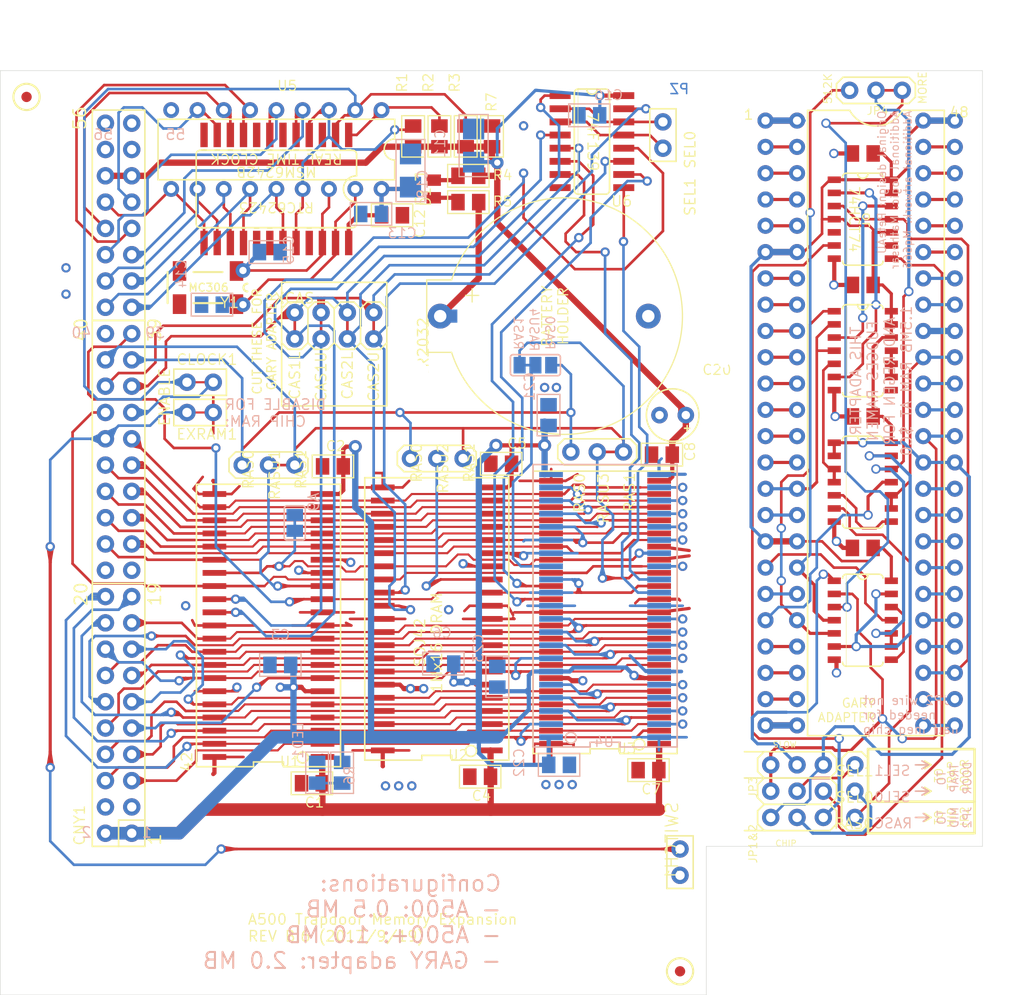
<source format=kicad_pcb>
(kicad_pcb (version 20171130) (host pcbnew 5.1.10)
  (layers (0 Top signal) (31 Bottom signal) (34 B.Paste user) (35 F.Paste user) (36 B.SilkS user) (37 F.SilkS user) (38 B.Mask user) (39 F.Mask user) (44 Edge.Cuts user))
  (net 0 "")
  (net 1 VCC)
  (net 2 GND)
  (net 3 /A19)
  (net 4 /WE)
  (net 5 /RAS1)
  (net 6 /RAS0)
  (net 7 /XCASU)
  (net 8 /XCASL)
  (net 9 /OE)
  (net 10 /XCLKCS)
  (net 11 /ENABLE)
  (net 12 /A4)
  (net 13 /A5)
  (net 14 /A3)
  (net 15 /A6)
  (net 16 /A2)
  (net 17 /A7)
  (net 18 /A1)
  (net 19 /A8)
  (net 20 /A0)
  (net 21 /D15)
  (net 22 /D14)
  (net 23 /D13)
  (net 24 /D8)
  (net 25 /D11)
  (net 26 /D12)
  (net 27 /D9)
  (net 28 /D10)
  (net 29 /D7)
  (net 30 /D6)
  (net 31 /D5)
  (net 32 /D4)
  (net 33 /D3)
  (net 34 /D2)
  (net 35 /D1)
  (net 36 /D0)
  (net 37 "Net-(BAT1-Pad+2)")
  (net 38 "Net-(BAT1-Pad+)")
  (net 39 /VBAT)
  (net 40 /XT1)
  (net 41 /XT2)
  (net 42 /ALE)
  (net 43 /XD0)
  (net 44 /XD1)
  (net 45 /XD2)
  (net 46 /XD3)
  (net 47 /XCLKWR)
  (net 48 /XA3)
  (net 49 /XA4)
  (net 50 /XA2)
  (net 51 /XCLKRD)
  (net 52 /XA5)
  (net 53 /CS0)
  (net 54 /STD.P)
  (net 55 "Net-(CNY2-Pad16)")
  (net 56 /12V)
  (net 57 "Net-(D1-Pad1)")
  (net 58 "Net-(D1-Pad2)")
  (net 59 /RASU1)
  (net 60 /A9)
  (net 61 /CASU_U1)
  (net 62 /CASL_U1)
  (net 63 /RASU2)
  (net 64 /CASU_U2)
  (net 65 /CASL_U2)
  (net 66 /RASU3)
  (net 67 /CASU_U3)
  (net 68 /CASL_U3)
  (net 69 /CASU_U4)
  (net 70 /CASL_U4)
  (net 71 /A20)
  (net 72 /RASU4)
  (net 73 /A23)
  (net 74 /ORIGA20)
  (net 75 /ORIGA19)
  (net 76 /CCKQ)
  (net 77 /P23)
  (net 78 /P22)
  (net 79 /P21)
  (net 80 //GARY_RAMEN)
  (net 81 /P19)
  (net 82 //GARY_REGEN)
  (net 83 /P16)
  (net 84 //BLIT)
  (net 85 /P14)
  (net 86 /P13)
  (net 87 /P12)
  (net 88 /P11)
  (net 89 /P10)
  (net 90 /P9)
  (net 91 /P8)
  (net 92 /P7)
  (net 93 /P5)
  (net 94 /P4)
  (net 95 /P3)
  (net 96 /P2)
  (net 97 //NEW_RAMEN)
  (net 98 //NEW_REGEN)
  (net 99 "Net-(IC1-Pad12)")
  (net 100 "Net-(IC1-Pad10)")
  (net 101 "Net-(IC1-Pad13)")
  (net 102 "Net-(IC1-Pad3)")
  (net 103 "Net-(IC1-Pad1)")
  (net 104 "Net-(IC2-Pad5)")
  (net 105 /RAS_CTL)
  (net 106 //A19)
  (net 107 "Net-(IC3-Pad8)")
  (net 108 "Net-(IC3-Pad10)")
  (net 109 "Net-(IC3-Pad6)")
  (net 110 "Net-(IC3-Pad3)")
  (net 111 //GARY_RAMEN_FF)
  (net 112 "Net-(IC4-Pad9)")
  (net 113 //A19_FF)
  (net 114 "Net-(IC4-Pad5)")
  (net 115 /SEL0)
  (net 116 /SEL1)
  (net 117 "Net-(CNY1-Pad40)")
  (net 118 "Net-(LED1-PadP$2)")
  (net 119 "Net-(GARY1-Pad47)")
  (net 120 "Net-(GARY1-Pad46)")
  (net 121 "Net-(GARY1-Pad45)")
  (net 122 "Net-(GARY1-Pad44)")
  (net 123 "Net-(GARY1-Pad43)")
  (net 124 "Net-(GARY1-Pad42)")
  (net 125 "Net-(GARY1-Pad41)")
  (net 126 "Net-(GARY1-Pad38)")
  (net 127 "Net-(GARY1-Pad37)")
  (net 128 "Net-(GARY1-Pad34)")
  (net 129 "Net-(GARY1-Pad33)")
  (net 130 "Net-(GARY1-Pad32)")
  (net 131 "Net-(GARY1-Pad31)")
  (net 132 "Net-(GARY1-Pad30)")
  (net 133 "Net-(GARY1-Pad29)")
  (net 134 "Net-(GARY1-Pad28)")
  (net 135 "Net-(GARY1-Pad26)")
  (net 136 "Net-(GARY1-Pad25)")
  (module "" (layer Top) (at 110.7186 143.1671)
    (fp_text reference @HOLE0 hide)
    (fp_text value "" (at 0 0) (layer F.SilkS) (effects (font (size 1.27 1.27))))
    (pad "" np_thru_hole circle (at 0 0) (size 2.8 2.8) (drill 2.8) (layers *.Cu *.Mask))
  )
  (module "" (layer Top) (at 159.6136 143.1671)
    (fp_text reference @HOLE1 hide)
    (fp_text value "" (at 0 0) (layer F.SilkS) (effects (font (size 1.27 1.27))))
    (pad "" np_thru_hole circle (at 0 0) (size 2.8 2.8) (drill 2.8) (layers *.Cu *.Mask))
  )
  (module "" (layer Top) (at 170.9166 97.9551)
    (fp_text reference @HOLE2 hide)
    (fp_text value "" (at 0 0) (layer F.SilkS) (effects (font (size 1.27 1.27))))
    (pad "" np_thru_hole circle (at 0 0) (size 1 1) (drill 1) (layers *.Cu *.Mask))
  )
  (module "" (layer Top) (at 170.9166 116.7511)
    (fp_text reference @HOLE3 hide)
    (fp_text value "" (at 0 0) (layer F.SilkS) (effects (font (size 1.27 1.27))))
    (pad "" np_thru_hole circle (at 0 0) (size 1 1) (drill 1) (layers *.Cu *.Mask))
  )
  (module "" (layer Top) (at 170.9166 79.1591)
    (fp_text reference @HOLE4 hide)
    (fp_text value "" (at 0 0) (layer F.SilkS) (effects (font (size 1.27 1.27))))
    (pad "" np_thru_hole circle (at 0 0) (size 1 1) (drill 1) (layers *.Cu *.Mask))
  )
  (module "" (layer Top) (at 170.9166 69.7611)
    (fp_text reference @HOLE5 hide)
    (fp_text value "" (at 0 0) (layer F.SilkS) (effects (font (size 1.27 1.27))))
    (pad "" np_thru_hole circle (at 0 0) (size 1 1) (drill 1) (layers *.Cu *.Mask))
  )
  (module "" (layer Top) (at 170.9166 107.3531)
    (fp_text reference @HOLE6 hide)
    (fp_text value "" (at 0 0) (layer F.SilkS) (effects (font (size 1.27 1.27))))
    (pad "" np_thru_hole circle (at 0 0) (size 1 1) (drill 1) (layers *.Cu *.Mask))
  )
  (module "" (layer Top) (at 170.9166 126.1491)
    (fp_text reference @HOLE7 hide)
    (fp_text value "" (at 0 0) (layer F.SilkS) (effects (font (size 1.27 1.27))))
    (pad "" np_thru_hole circle (at 0 0) (size 1 1) (drill 1) (layers *.Cu *.Mask))
  )
  (module "" (layer Top) (at 170.9166 88.5571)
    (fp_text reference @HOLE8 hide)
    (fp_text value "" (at 0 0) (layer F.SilkS) (effects (font (size 1.27 1.27))))
    (pad "" np_thru_hole circle (at 0 0) (size 1 1) (drill 1) (layers *.Cu *.Mask))
  )
  (module "" (layer Top) (at 141.0716 89.7001)
    (fp_text reference @HOLE9 hide)
    (fp_text value "" (at 0 0) (layer F.SilkS) (effects (font (size 1.27 1.27))))
    (pad "" np_thru_hole circle (at 0 0) (size 2.8 2.8) (drill 2.8) (layers *.Cu *.Mask))
  )
  (module miniA501b6:2X20 (layer Top) (at 112.4966 109.8931 90)
    (fp_text reference CNY1 (at -25.4 -3.175 90) (layer F.SilkS) (effects (font (size 1.01346 1.01346) (thickness 0.128016)) (justify left bottom)))
    (fp_text value PINHD-2X20 hide)
    (fp_text user 20 (at -2.286 -2.921 90) (layer F.SilkS) (effects (font (size 1.2065 1.2065) (thickness 0.1524)) (justify left bottom)))
    (fp_text user 19 (at -2.286 4.191 90) (layer F.SilkS) (effects (font (size 1.2065 1.2065) (thickness 0.1524)) (justify left bottom)))
    (fp_text user 40 (at 23.241 -2.921 90) (layer F.SilkS) (effects (font (size 1.2065 1.2065) (thickness 0.1524)) (justify left bottom)))
    (fp_text user 39 (at 23.241 4.191 90) (layer F.SilkS) (effects (font (size 1.2065 1.2065) (thickness 0.1524)) (justify left bottom)))
    (fp_text user 1 (at -25.4 4.191 90) (layer F.SilkS) (effects (font (size 1.2065 1.2065) (thickness 0.1524)) (justify left bottom)))
    (pad 40 thru_hole circle (at 24.13 -1.27 90) (size 1.6764 1.6764) (drill 0.9) (layers *.Cu *.Mask) (net 117 "Net-(CNY1-Pad40)"))
    (pad 39 thru_hole circle (at 24.13 1.27 90) (size 1.6764 1.6764) (drill 0.9) (layers *.Cu *.Mask) (net 4 /WE))
    (pad 38 thru_hole circle (at 21.59 -1.27 90) (size 1.6764 1.6764) (drill 0.9) (layers *.Cu *.Mask) (net 5 /RAS1))
    (pad 37 thru_hole circle (at 21.59 1.27 90) (size 1.6764 1.6764) (drill 0.9) (layers *.Cu *.Mask) (net 6 /RAS0))
    (pad 36 thru_hole circle (at 19.05 -1.27 90) (size 1.6764 1.6764) (drill 0.9) (layers *.Cu *.Mask) (net 7 /XCASU))
    (pad 35 thru_hole circle (at 19.05 1.27 90) (size 1.6764 1.6764) (drill 0.9) (layers *.Cu *.Mask) (net 8 /XCASL))
    (pad 34 thru_hole circle (at 16.51 -1.27 90) (size 1.6764 1.6764) (drill 0.9) (layers *.Cu *.Mask) (net 9 /OE))
    (pad 33 thru_hole circle (at 16.51 1.27 90) (size 1.6764 1.6764) (drill 0.9) (layers *.Cu *.Mask) (net 10 /XCLKCS))
    (pad 32 thru_hole circle (at 13.97 -1.27 90) (size 1.6764 1.6764) (drill 0.9) (layers *.Cu *.Mask) (net 11 /ENABLE))
    (pad 31 thru_hole circle (at 13.97 1.27 90) (size 1.6764 1.6764) (drill 0.9) (layers *.Cu *.Mask) (net 12 /A4))
    (pad 30 thru_hole circle (at 11.43 -1.27 90) (size 1.6764 1.6764) (drill 0.9) (layers *.Cu *.Mask) (net 13 /A5))
    (pad 29 thru_hole circle (at 11.43 1.27 90) (size 1.6764 1.6764) (drill 0.9) (layers *.Cu *.Mask) (net 14 /A3))
    (pad 28 thru_hole circle (at 8.89 -1.27 90) (size 1.6764 1.6764) (drill 0.9) (layers *.Cu *.Mask) (net 15 /A6))
    (pad 27 thru_hole circle (at 8.89 1.27 90) (size 1.6764 1.6764) (drill 0.9) (layers *.Cu *.Mask) (net 16 /A2))
    (pad 26 thru_hole circle (at 6.35 -1.27 90) (size 1.6764 1.6764) (drill 0.9) (layers *.Cu *.Mask) (net 17 /A7))
    (pad 25 thru_hole circle (at 6.35 1.27 90) (size 1.6764 1.6764) (drill 0.9) (layers *.Cu *.Mask) (net 18 /A1))
    (pad 24 thru_hole circle (at 3.81 -1.27 90) (size 1.6764 1.6764) (drill 0.9) (layers *.Cu *.Mask) (net 19 /A8))
    (pad 23 thru_hole circle (at 3.81 1.27 90) (size 1.6764 1.6764) (drill 0.9) (layers *.Cu *.Mask) (net 20 /A0))
    (pad 22 thru_hole circle (at 1.27 -1.27 90) (size 1.6764 1.6764) (drill 0.9) (layers *.Cu *.Mask) (net 2 GND))
    (pad 21 thru_hole circle (at 1.27 1.27 90) (size 1.6764 1.6764) (drill 0.9) (layers *.Cu *.Mask) (net 2 GND))
    (pad 20 thru_hole circle (at -1.27 -1.27 90) (size 1.6764 1.6764) (drill 0.9) (layers *.Cu *.Mask) (net 21 /D15))
    (pad 19 thru_hole circle (at -1.27 1.27 90) (size 1.6764 1.6764) (drill 0.9) (layers *.Cu *.Mask) (net 22 /D14))
    (pad 18 thru_hole circle (at -3.81 -1.27 90) (size 1.6764 1.6764) (drill 0.9) (layers *.Cu *.Mask) (net 23 /D13))
    (pad 17 thru_hole circle (at -3.81 1.27 90) (size 1.6764 1.6764) (drill 0.9) (layers *.Cu *.Mask) (net 24 /D8))
    (pad 16 thru_hole circle (at -6.35 -1.27 90) (size 1.6764 1.6764) (drill 0.9) (layers *.Cu *.Mask) (net 25 /D11))
    (pad 15 thru_hole circle (at -6.35 1.27 90) (size 1.6764 1.6764) (drill 0.9) (layers *.Cu *.Mask) (net 26 /D12))
    (pad 14 thru_hole circle (at -8.89 -1.27 90) (size 1.6764 1.6764) (drill 0.9) (layers *.Cu *.Mask) (net 27 /D9))
    (pad 13 thru_hole circle (at -8.89 1.27 90) (size 1.6764 1.6764) (drill 0.9) (layers *.Cu *.Mask) (net 28 /D10))
    (pad 12 thru_hole circle (at -11.43 -1.27 90) (size 1.6764 1.6764) (drill 0.9) (layers *.Cu *.Mask) (net 29 /D7))
    (pad 11 thru_hole circle (at -11.43 1.27 90) (size 1.6764 1.6764) (drill 0.9) (layers *.Cu *.Mask) (net 30 /D6))
    (pad 10 thru_hole circle (at -13.97 -1.27 90) (size 1.6764 1.6764) (drill 0.9) (layers *.Cu *.Mask) (net 31 /D5))
    (pad 9 thru_hole circle (at -13.97 1.27 90) (size 1.6764 1.6764) (drill 0.9) (layers *.Cu *.Mask) (net 32 /D4))
    (pad 8 thru_hole circle (at -16.51 -1.27 90) (size 1.6764 1.6764) (drill 0.9) (layers *.Cu *.Mask) (net 33 /D3))
    (pad 7 thru_hole circle (at -16.51 1.27 90) (size 1.6764 1.6764) (drill 0.9) (layers *.Cu *.Mask) (net 34 /D2))
    (pad 6 thru_hole circle (at -19.05 -1.27 90) (size 1.6764 1.6764) (drill 0.9) (layers *.Cu *.Mask) (net 35 /D1))
    (pad 5 thru_hole circle (at -19.05 1.27 90) (size 1.6764 1.6764) (drill 0.9) (layers *.Cu *.Mask) (net 36 /D0))
    (pad 4 thru_hole circle (at -21.59 -1.27 90) (size 1.6764 1.6764) (drill 0.9) (layers *.Cu *.Mask) (net 2 GND))
    (pad 3 thru_hole circle (at -21.59 1.27 90) (size 1.6764 1.6764) (drill 0.9) (layers *.Cu *.Mask) (net 2 GND))
    (pad 2 thru_hole circle (at -24.13 -1.27 90) (size 1.6764 1.6764) (drill 0.9) (layers *.Cu *.Mask) (net 1 VCC))
    (pad 1 thru_hole circle (at -24.13 1.27 90) (size 1.6764 1.6764) (drill 0.9) (layers *.Cu *.Mask) (net 1 VCC))
  )
  (module miniA501b6:1X02 (layer Top) (at 120.3706 93.3831)
    (fp_text reference EXRAM1 (at -2.3622 2.6924) (layer F.SilkS) (effects (font (size 1.01346 1.01346) (thickness 0.121615)) (justify left bottom)))
    (fp_text value PINHD-1X2)
    (pad 2 thru_hole circle (at 1.27 0 90) (size 1.6764 1.6764) (drill 0.9) (layers *.Cu *.Mask) (net 2 GND))
    (pad 1 thru_hole circle (at -1.27 0 90) (size 1.6764 1.6764) (drill 0.9) (layers *.Cu *.Mask) (net 11 /ENABLE))
  )
  (module miniA501b6:CR2032-THRU (layer Top) (at 154.6606 84.0761 270)
    (fp_text reference BAT1 hide)
    (fp_text value CR2032THM)
    (fp_text user "BATTERY\nHOLDER" (at 0 0 270) (layer F.SilkS) (effects (font (size 0.9652 0.9652) (thickness 0.12192))))
    (pad "" np_thru_hole circle (at -8.55 -4.9 270) (size 1.5 1.5) (drill 1.5) (layers *.Cu *.Mask))
    (pad "" np_thru_hole circle (at 0 7.9 270) (size 1.5 1.5) (drill 1.5) (layers *.Cu *.Mask))
    (pad "" np_thru_hole circle (at 8.55 -4.9 270) (size 1.5 1.5) (drill 1.5) (layers *.Cu *.Mask))
    (pad +2 smd rect (at 0 9.763 270) (size 1.27 0.635) (layers Bottom B.Paste B.Mask) (net 37 "Net-(BAT1-Pad+2)"))
    (pad - thru_hole circle (at 0 -9 270) (size 2.4 2.4) (drill 1.2) (layers *.Cu *.Mask) (net 2 GND))
    (pad + thru_hole circle (at 0 11.1 270) (size 2.4 2.4) (drill 1.2) (layers *.Cu *.Mask) (net 38 "Net-(BAT1-Pad+)"))
  )
  (module miniA501b6:DIL18 (layer Top) (at 127.7366 67.9831 180)
    (fp_text reference U5 (at 0 5.588) (layer F.SilkS) (effects (font (size 0.9652 0.9652) (thickness 0.115824)) (justify left bottom)))
    (fp_text value "OKI MSM6242B")
    (pad 18 thru_hole circle (at -10.16 -3.81 270) (size 1.524 1.524) (drill 0.8128) (layers *.Cu *.Mask) (net 39 /VBAT))
    (pad 17 thru_hole circle (at -7.62 -3.81 270) (size 1.524 1.524) (drill 0.8128) (layers *.Cu *.Mask) (net 40 /XT1))
    (pad 16 thru_hole circle (at -5.08 -3.81 270) (size 1.524 1.524) (drill 0.8128) (layers *.Cu *.Mask) (net 41 /XT2))
    (pad 15 thru_hole circle (at -2.54 -3.81 270) (size 1.524 1.524) (drill 0.8128) (layers *.Cu *.Mask) (net 42 /ALE))
    (pad 14 thru_hole circle (at 0 -3.81 270) (size 1.524 1.524) (drill 0.8128) (layers *.Cu *.Mask) (net 43 /XD0))
    (pad 13 thru_hole circle (at 2.54 -3.81 270) (size 1.524 1.524) (drill 0.8128) (layers *.Cu *.Mask) (net 44 /XD1))
    (pad 12 thru_hole circle (at 5.08 -3.81 270) (size 1.524 1.524) (drill 0.8128) (layers *.Cu *.Mask) (net 45 /XD2))
    (pad 11 thru_hole circle (at 7.62 -3.81 270) (size 1.524 1.524) (drill 0.8128) (layers *.Cu *.Mask) (net 46 /XD3))
    (pad 10 thru_hole circle (at 10.16 -3.81 270) (size 1.524 1.524) (drill 0.8128) (layers *.Cu *.Mask) (net 47 /XCLKWR))
    (pad 9 thru_hole circle (at 10.16 3.81 270) (size 1.524 1.524) (drill 0.8128) (layers *.Cu *.Mask) (net 2 GND))
    (pad 5 thru_hole circle (at 0 3.81 270) (size 1.524 1.524) (drill 0.8128) (layers *.Cu *.Mask) (net 48 /XA3))
    (pad 6 thru_hole circle (at 2.54 3.81 270) (size 1.524 1.524) (drill 0.8128) (layers *.Cu *.Mask) (net 49 /XA4))
    (pad 4 thru_hole circle (at -2.54 3.81 270) (size 1.524 1.524) (drill 0.8128) (layers *.Cu *.Mask) (net 50 /XA2))
    (pad 3 thru_hole circle (at -5.08 3.81 270) (size 1.524 1.524) (drill 0.8128) (layers *.Cu *.Mask) (net 42 /ALE))
    (pad 8 thru_hole circle (at 7.62 3.81 270) (size 1.524 1.524) (drill 0.8128) (layers *.Cu *.Mask) (net 51 /XCLKRD))
    (pad 7 thru_hole circle (at 5.08 3.81 270) (size 1.524 1.524) (drill 0.8128) (layers *.Cu *.Mask) (net 52 /XA5))
    (pad 2 thru_hole circle (at -7.62 3.81 270) (size 1.524 1.524) (drill 0.8128) (layers *.Cu *.Mask) (net 53 /CS0))
    (pad 1 thru_hole circle (at -10.16 3.81 270) (size 1.524 1.524) (drill 0.8128) (layers *.Cu *.Mask) (net 54 /STD.P))
  )
  (module miniA501b6:2X08 (layer Top) (at 112.4966 74.3331 90)
    (fp_text reference CNY2 hide)
    (fp_text value PINHD-2X8)
    (pad 16 thru_hole circle (at 8.89 -1.27 90) (size 1.6764 1.6764) (drill 0.9) (layers *.Cu *.Mask) (net 55 "Net-(CNY2-Pad16)"))
    (pad 15 thru_hole circle (at 8.89 1.27 90) (size 1.6764 1.6764) (drill 0.9) (layers *.Cu *.Mask) (net 56 /12V))
    (pad 14 thru_hole circle (at 6.35 -1.27 90) (size 1.6764 1.6764) (drill 0.9) (layers *.Cu *.Mask) (net 2 GND))
    (pad 13 thru_hole circle (at 6.35 1.27 90) (size 1.6764 1.6764) (drill 0.9) (layers *.Cu *.Mask) (net 2 GND))
    (pad 12 thru_hole circle (at 3.81 -1.27 90) (size 1.6764 1.6764) (drill 0.9) (layers *.Cu *.Mask) (net 1 VCC))
    (pad 11 thru_hole circle (at 3.81 1.27 90) (size 1.6764 1.6764) (drill 0.9) (layers *.Cu *.Mask) (net 1 VCC))
    (pad 10 thru_hole circle (at 1.27 -1.27 90) (size 1.6764 1.6764) (drill 0.9) (layers *.Cu *.Mask) (net 47 /XCLKWR))
    (pad 9 thru_hole circle (at 1.27 1.27 90) (size 1.6764 1.6764) (drill 0.9) (layers *.Cu *.Mask) (net 51 /XCLKRD))
    (pad 8 thru_hole circle (at -1.27 -1.27 90) (size 1.6764 1.6764) (drill 0.9) (layers *.Cu *.Mask) (net 52 /XA5))
    (pad 7 thru_hole circle (at -1.27 1.27 90) (size 1.6764 1.6764) (drill 0.9) (layers *.Cu *.Mask) (net 49 /XA4))
    (pad 6 thru_hole circle (at -3.81 -1.27 90) (size 1.6764 1.6764) (drill 0.9) (layers *.Cu *.Mask) (net 48 /XA3))
    (pad 5 thru_hole circle (at -3.81 1.27 90) (size 1.6764 1.6764) (drill 0.9) (layers *.Cu *.Mask) (net 50 /XA2))
    (pad 4 thru_hole circle (at -6.35 -1.27 90) (size 1.6764 1.6764) (drill 0.9) (layers *.Cu *.Mask) (net 46 /XD3))
    (pad 3 thru_hole circle (at -6.35 1.27 90) (size 1.6764 1.6764) (drill 0.9) (layers *.Cu *.Mask) (net 45 /XD2))
    (pad 2 thru_hole circle (at -8.89 -1.27 90) (size 1.6764 1.6764) (drill 0.9) (layers *.Cu *.Mask) (net 44 /XD1))
    (pad 1 thru_hole circle (at -8.89 1.27 90) (size 1.6764 1.6764) (drill 0.9) (layers *.Cu *.Mask) (net 43 /XD0))
  )
  (module miniA501b6:M0805PZ (layer Top) (at 143.4846 66.7131 270)
    (fp_text reference R2 (at -4.1656 0.508 90) (layer F.SilkS) (effects (font (size 0.9652 0.9652) (thickness 0.115824)) (justify left bottom)))
    (fp_text value 10K hide)
    (pad P$2 smd rect (at 1 0 270) (size 1.3 1.6) (layers Top F.Paste F.Mask) (net 1 VCC))
    (pad P$1 smd rect (at -1 0 270) (size 1.3 1.6) (layers Top F.Paste F.Mask) (net 54 /STD.P))
  )
  (module miniA501b6:M0805PZ (layer Top) (at 146.0246 66.7131 270)
    (fp_text reference R3 (at -4.1656 0.508 90) (layer F.SilkS) (effects (font (size 0.9652 0.9652) (thickness 0.115824)) (justify left bottom)))
    (fp_text value 10K hide)
    (pad P$2 smd rect (at 1 0 270) (size 1.3 1.6) (layers Top F.Paste F.Mask) (net 1 VCC))
    (pad P$1 smd rect (at -1 0 270) (size 1.3 1.6) (layers Top F.Paste F.Mask) (net 53 /CS0))
  )
  (module miniA501b6:M0805PZ (layer Top) (at 140.9446 66.7131 270)
    (fp_text reference R1 (at -4.1656 0.508 90) (layer F.SilkS) (effects (font (size 0.9652 0.9652) (thickness 0.115824)) (justify left bottom)))
    (fp_text value 10K hide)
    (pad P$2 smd rect (at 1 0 270) (size 1.3 1.6) (layers Top F.Paste F.Mask) (net 1 VCC))
    (pad P$1 smd rect (at -1 0 270) (size 1.3 1.6) (layers Top F.Paste F.Mask) (net 42 /ALE))
  )
  (module miniA501b6:SOT23 (layer Top) (at 141.8336 71.7931 90)
    (fp_text reference D1 (at -1.778 0.889 90) (layer F.SilkS) (effects (font (size 0.9652 0.9652) (thickness 0.115824)) (justify left bottom)))
    (fp_text value BAT721C)
    (pad 1 smd rect (at -0.85 1.1 90) (size 1.1 1.4) (layers Top F.Paste F.Mask) (net 57 "Net-(D1-Pad1)"))
    (pad 2 smd rect (at 0.85 1.1 90) (size 1.1 1.4) (layers Top F.Paste F.Mask) (net 58 "Net-(D1-Pad2)"))
    (pad 3 smd rect (at 0 -1.1 90) (size 1.1 1.4) (layers Top F.Paste F.Mask) (net 39 /VBAT))
  )
  (module miniA501b6:C0805KPZ (layer Bottom) (at 127.1016 77.8891)
    (fp_text reference C15 (at 2.399 1.254 -90) (layer B.SilkS) (effects (font (size 0.9652 0.9652) (thickness 0.115824)) (justify right bottom mirror)))
    (fp_text value 22pF hide)
    (pad P$2 smd rect (at 1 0) (size 1.3 1.6) (layers Bottom B.Paste B.Mask) (net 2 GND))
    (pad P$1 smd rect (at -1 0) (size 1.3 1.6) (layers Bottom B.Paste B.Mask) (net 41 /XT2))
  )
  (module miniA501b6:C0805KPZ (layer Bottom) (at 121.5136 82.9691 180)
    (fp_text reference C14 (at 2.399 1.508 270) (layer B.SilkS) (effects (font (size 0.9652 0.9652) (thickness 0.115824)) (justify right bottom mirror)))
    (fp_text value 22pF hide)
    (pad P$2 smd rect (at 1 0 180) (size 1.3 1.6) (layers Bottom B.Paste B.Mask) (net 2 GND))
    (pad P$1 smd rect (at -1 0 180) (size 1.3 1.6) (layers Bottom B.Paste B.Mask) (net 40 /XT1))
  )
  (module miniA501b6:C0805KPZ (layer Top) (at 138.9126 74.3331 180)
    (fp_text reference C12 (at -3.2512 -2.286 90) (layer F.SilkS) (effects (font (size 0.9652 0.9652) (thickness 0.115824)) (justify left bottom)))
    (fp_text value 100nF hide)
    (pad P$2 smd rect (at 1 0 180) (size 1.3 1.6) (layers Top F.Paste F.Mask) (net 39 /VBAT))
    (pad P$1 smd rect (at -1 0 180) (size 1.3 1.6) (layers Top F.Paste F.Mask) (net 2 GND))
  )
  (module miniA501b6:C0805KPZ (layer Top) (at 148.5646 66.7131 90)
    (fp_text reference R7 (at 2.286 0.508 90) (layer F.SilkS) (effects (font (size 0.9652 0.9652) (thickness 0.115824)) (justify left bottom)))
    (fp_text value 100K hide)
    (pad P$2 smd rect (at 1 0 90) (size 1.3 1.6) (layers Top F.Paste F.Mask) (net 2 GND))
    (pad P$1 smd rect (at -1 0 90) (size 1.3 1.6) (layers Top F.Paste F.Mask) (net 1 VCC))
  )
  (module miniA501b6:1X01 (layer Top) (at 124.5108 82.9691)
    (fp_text reference JP3 hide)
    (fp_text value PINHD-1X1)
    (pad 1 thru_hole circle (at 0 0) (size 1.4224 1.4224) (drill 0.7) (layers *.Cu *.Mask) (net 40 /XT1))
  )
  (module miniA501b6:1X01 (layer Top) (at 124.5108 79.6671)
    (fp_text reference JP4 hide)
    (fp_text value PINHD-1X1)
    (pad 1 thru_hole circle (at 0 0) (size 1.4224 1.4224) (drill 0.7) (layers *.Cu *.Mask) (net 41 /XT2))
  )
  (module miniA501b6:C0805KPZ (layer Bottom) (at 136.8806 74.2061 180)
    (fp_text reference C13 (at -1.524 -2.413) (layer B.SilkS) (effects (font (size 0.9652 0.9652) (thickness 0.115824)) (justify right bottom mirror)))
    (fp_text value "4.7uF 10V" hide)
    (pad P$2 smd rect (at 1 0 180) (size 1.3 1.6) (layers Bottom B.Paste B.Mask) (net 2 GND))
    (pad P$1 smd rect (at -1 0 180) (size 1.3 1.6) (layers Bottom B.Paste B.Mask) (net 39 /VBAT))
  )
  (module miniA501b6:M0805PZ (layer Top) (at 146.2786 73.0631)
    (fp_text reference R5 (at 2.286 0.508) (layer F.SilkS) (effects (font (size 0.9652 0.9652) (thickness 0.115824)) (justify left bottom)))
    (fp_text value 470 hide)
    (pad P$2 smd rect (at 1 0) (size 1.3 1.6) (layers Top F.Paste F.Mask) (net 38 "Net-(BAT1-Pad+)"))
    (pad P$1 smd rect (at -1 0) (size 1.3 1.6) (layers Top F.Paste F.Mask) (net 57 "Net-(D1-Pad1)"))
  )
  (module miniA501b6:M0805PZ (layer Top) (at 146.2786 70.5231)
    (fp_text reference R4 (at 2.286 0.508) (layer F.SilkS) (effects (font (size 0.9652 0.9652) (thickness 0.115824)) (justify left bottom)))
    (fp_text value 470 hide)
    (pad P$2 smd rect (at 1 0) (size 1.3 1.6) (layers Top F.Paste F.Mask) (net 1 VCC))
    (pad P$1 smd rect (at -1 0) (size 1.3 1.6) (layers Top F.Paste F.Mask) (net 58 "Net-(D1-Pad2)"))
  )
  (module miniA501b6:SOJ40 (layer Top) (at 126.9746 116.4971 90)
    (fp_text reference U1 (at -11.176 1.016) (layer F.SilkS) (effects (font (size 0.9652 0.9652) (thickness 0.115824)) (justify left bottom)))
    (fp_text value DRAMSOJ40A)
    (pad 42 smd rect (at -10.16 -5.2197 90) (size 0.5588 2.286) (layers Top F.Paste F.Mask) (net 2 GND))
    (pad 41 smd rect (at -8.89 -5.2197 90) (size 0.5588 2.286) (layers Top F.Paste F.Mask) (net 21 /D15))
    (pad 40 smd rect (at -7.62 -5.2197 90) (size 0.5588 2.286) (layers Top F.Paste F.Mask) (net 22 /D14))
    (pad 39 smd rect (at -6.35 -5.2197 90) (size 0.5588 2.286) (layers Top F.Paste F.Mask) (net 23 /D13))
    (pad 38 smd rect (at -5.08 -5.2197 90) (size 0.5588 2.286) (layers Top F.Paste F.Mask) (net 26 /D12))
    (pad 37 smd rect (at -3.81 -5.2197 90) (size 0.5588 2.286) (layers Top F.Paste F.Mask) (net 2 GND))
    (pad 36 smd rect (at -2.54 -5.2197 90) (size 0.5588 2.286) (layers Top F.Paste F.Mask) (net 25 /D11))
    (pad 35 smd rect (at -1.27 -5.2197 90) (size 0.5588 2.286) (layers Top F.Paste F.Mask) (net 28 /D10))
    (pad 34 smd rect (at 0 -5.2197 90) (size 0.5588 2.286) (layers Top F.Paste F.Mask) (net 27 /D9))
    (pad 33 smd rect (at 1.27 -5.2197 90) (size 0.5588 2.286) (layers Top F.Paste F.Mask) (net 24 /D8))
    (pad 17 smd rect (at 10.16 5.2197 90) (size 0.5588 2.286) (layers Top F.Paste F.Mask) (net 20 /A0))
    (pad 18 smd rect (at 11.43 5.2197 90) (size 0.5588 2.286) (layers Top F.Paste F.Mask) (net 18 /A1))
    (pad 16 smd rect (at 8.89 5.2197 90) (size 0.5588 2.286) (layers Top F.Paste F.Mask) (net 2 GND))
    (pad 15 smd rect (at 7.62 5.2197 90) (size 0.5588 2.286) (layers Top F.Paste F.Mask) (net 2 GND))
    (pad 19 smd rect (at 12.7 5.2197 90) (size 0.5588 2.286) (layers Top F.Paste F.Mask) (net 16 /A2))
    (pad 14 smd rect (at 6.35 5.2197 90) (size 0.5588 2.286) (layers Top F.Paste F.Mask) (net 59 /RASU1))
    (pad 7 smd rect (at -2.54 5.2197 90) (size 0.5588 2.286) (layers Top F.Paste F.Mask) (net 32 /D4))
    (pad 26 smd rect (at 10.16 -5.2197 90) (size 0.5588 2.286) (layers Top F.Paste F.Mask) (net 17 /A7))
    (pad 6 smd rect (at -3.81 5.2197 90) (size 0.5588 2.286) (layers Top F.Paste F.Mask) (net 1 VCC))
    (pad 8 smd rect (at -1.27 5.2197 90) (size 0.5588 2.286) (layers Top F.Paste F.Mask) (net 31 /D5))
    (pad 25 smd rect (at 11.43 -5.2197 90) (size 0.5588 2.286) (layers Top F.Paste F.Mask) (net 15 /A6))
    (pad 27 smd rect (at 8.89 -5.2197 90) (size 0.5588 2.286) (layers Top F.Paste F.Mask) (net 19 /A8))
    (pad 13 smd rect (at 5.08 5.2197 90) (size 0.5588 2.286) (layers Top F.Paste F.Mask) (net 4 /WE))
    (pad 20 smd rect (at 13.97 5.2197 90) (size 0.5588 2.286) (layers Top F.Paste F.Mask) (net 14 /A3))
    (pad 1 smd rect (at -10.16 5.2197 90) (size 0.5588 2.286) (layers Top F.Paste F.Mask) (net 1 VCC))
    (pad 2 smd rect (at -8.89 5.2197 90) (size 0.5588 2.286) (layers Top F.Paste F.Mask) (net 36 /D0))
    (pad 3 smd rect (at -7.62 5.2197 90) (size 0.5588 2.286) (layers Top F.Paste F.Mask) (net 35 /D1))
    (pad 4 smd rect (at -6.35 5.2197 90) (size 0.5588 2.286) (layers Top F.Paste F.Mask) (net 34 /D2))
    (pad 5 smd rect (at -5.08 5.2197 90) (size 0.5588 2.286) (layers Top F.Paste F.Mask) (net 33 /D3))
    (pad 9 smd rect (at 0 5.2197 90) (size 0.5588 2.286) (layers Top F.Paste F.Mask) (net 30 /D6))
    (pad 10 smd rect (at 1.27 5.2197 90) (size 0.5588 2.286) (layers Top F.Paste F.Mask) (net 29 /D7))
    (pad 11 smd rect (at 2.54 5.2197 90) (size 0.5588 2.286) (layers Top F.Paste F.Mask) (net 2 GND))
    (pad 12 smd rect (at 3.81 5.2197 90) (size 0.5588 2.286) (layers Top F.Paste F.Mask) (net 2 GND))
    (pad 24 smd rect (at 12.7 -5.2197 90) (size 0.5588 2.286) (layers Top F.Paste F.Mask) (net 13 /A5))
    (pad 23 smd rect (at 13.97 -5.2197 90) (size 0.5588 2.286) (layers Top F.Paste F.Mask) (net 12 /A4))
    (pad 22 smd rect (at 15.24 -5.2197 90) (size 0.5588 2.286) (layers Top F.Paste F.Mask) (net 2 GND))
    (pad 21 smd rect (at 15.24 5.2197 90) (size 0.5588 2.286) (layers Top F.Paste F.Mask) (net 1 VCC))
    (pad 28 smd rect (at 7.62 -5.2197 90) (size 0.5588 2.286) (layers Top F.Paste F.Mask) (net 60 /A9))
    (pad 29 smd rect (at 6.35 -5.2197 90) (size 0.5588 2.286) (layers Top F.Paste F.Mask) (net 9 /OE))
    (pad 30 smd rect (at 5.08 -5.2197 90) (size 0.5588 2.286) (layers Top F.Paste F.Mask) (net 61 /CASU_U1))
    (pad 31 smd rect (at 3.81 -5.2197 90) (size 0.5588 2.286) (layers Top F.Paste F.Mask) (net 62 /CASL_U1))
    (pad 32 smd rect (at 2.54 -5.2197 90) (size 0.5588 2.286) (layers Top F.Paste F.Mask) (net 2 GND))
  )
  (module miniA501b6:SOJ40 (layer Top) (at 143.2306 115.8621 90)
    (fp_text reference U2 (at -11.176 1.016) (layer F.SilkS) (effects (font (size 0.9652 0.9652) (thickness 0.115824)) (justify left bottom)))
    (fp_text value DRAMSOJ40A)
    (pad 42 smd rect (at -10.16 -5.2197 90) (size 0.5588 2.286) (layers Top F.Paste F.Mask) (net 2 GND))
    (pad 41 smd rect (at -8.89 -5.2197 90) (size 0.5588 2.286) (layers Top F.Paste F.Mask) (net 21 /D15))
    (pad 40 smd rect (at -7.62 -5.2197 90) (size 0.5588 2.286) (layers Top F.Paste F.Mask) (net 22 /D14))
    (pad 39 smd rect (at -6.35 -5.2197 90) (size 0.5588 2.286) (layers Top F.Paste F.Mask) (net 23 /D13))
    (pad 38 smd rect (at -5.08 -5.2197 90) (size 0.5588 2.286) (layers Top F.Paste F.Mask) (net 26 /D12))
    (pad 37 smd rect (at -3.81 -5.2197 90) (size 0.5588 2.286) (layers Top F.Paste F.Mask) (net 2 GND))
    (pad 36 smd rect (at -2.54 -5.2197 90) (size 0.5588 2.286) (layers Top F.Paste F.Mask) (net 25 /D11))
    (pad 35 smd rect (at -1.27 -5.2197 90) (size 0.5588 2.286) (layers Top F.Paste F.Mask) (net 28 /D10))
    (pad 34 smd rect (at 0 -5.2197 90) (size 0.5588 2.286) (layers Top F.Paste F.Mask) (net 27 /D9))
    (pad 33 smd rect (at 1.27 -5.2197 90) (size 0.5588 2.286) (layers Top F.Paste F.Mask) (net 24 /D8))
    (pad 17 smd rect (at 10.16 5.2197 90) (size 0.5588 2.286) (layers Top F.Paste F.Mask) (net 20 /A0))
    (pad 18 smd rect (at 11.43 5.2197 90) (size 0.5588 2.286) (layers Top F.Paste F.Mask) (net 18 /A1))
    (pad 16 smd rect (at 8.89 5.2197 90) (size 0.5588 2.286) (layers Top F.Paste F.Mask) (net 2 GND))
    (pad 15 smd rect (at 7.62 5.2197 90) (size 0.5588 2.286) (layers Top F.Paste F.Mask) (net 2 GND))
    (pad 19 smd rect (at 12.7 5.2197 90) (size 0.5588 2.286) (layers Top F.Paste F.Mask) (net 16 /A2))
    (pad 14 smd rect (at 6.35 5.2197 90) (size 0.5588 2.286) (layers Top F.Paste F.Mask) (net 63 /RASU2))
    (pad 7 smd rect (at -2.54 5.2197 90) (size 0.5588 2.286) (layers Top F.Paste F.Mask) (net 32 /D4))
    (pad 26 smd rect (at 10.16 -5.2197 90) (size 0.5588 2.286) (layers Top F.Paste F.Mask) (net 17 /A7))
    (pad 6 smd rect (at -3.81 5.2197 90) (size 0.5588 2.286) (layers Top F.Paste F.Mask) (net 1 VCC))
    (pad 8 smd rect (at -1.27 5.2197 90) (size 0.5588 2.286) (layers Top F.Paste F.Mask) (net 31 /D5))
    (pad 25 smd rect (at 11.43 -5.2197 90) (size 0.5588 2.286) (layers Top F.Paste F.Mask) (net 15 /A6))
    (pad 27 smd rect (at 8.89 -5.2197 90) (size 0.5588 2.286) (layers Top F.Paste F.Mask) (net 19 /A8))
    (pad 13 smd rect (at 5.08 5.2197 90) (size 0.5588 2.286) (layers Top F.Paste F.Mask) (net 4 /WE))
    (pad 20 smd rect (at 13.97 5.2197 90) (size 0.5588 2.286) (layers Top F.Paste F.Mask) (net 14 /A3))
    (pad 1 smd rect (at -10.16 5.2197 90) (size 0.5588 2.286) (layers Top F.Paste F.Mask) (net 1 VCC))
    (pad 2 smd rect (at -8.89 5.2197 90) (size 0.5588 2.286) (layers Top F.Paste F.Mask) (net 36 /D0))
    (pad 3 smd rect (at -7.62 5.2197 90) (size 0.5588 2.286) (layers Top F.Paste F.Mask) (net 35 /D1))
    (pad 4 smd rect (at -6.35 5.2197 90) (size 0.5588 2.286) (layers Top F.Paste F.Mask) (net 34 /D2))
    (pad 5 smd rect (at -5.08 5.2197 90) (size 0.5588 2.286) (layers Top F.Paste F.Mask) (net 33 /D3))
    (pad 9 smd rect (at 0 5.2197 90) (size 0.5588 2.286) (layers Top F.Paste F.Mask) (net 30 /D6))
    (pad 10 smd rect (at 1.27 5.2197 90) (size 0.5588 2.286) (layers Top F.Paste F.Mask) (net 29 /D7))
    (pad 11 smd rect (at 2.54 5.2197 90) (size 0.5588 2.286) (layers Top F.Paste F.Mask) (net 2 GND))
    (pad 12 smd rect (at 3.81 5.2197 90) (size 0.5588 2.286) (layers Top F.Paste F.Mask) (net 2 GND))
    (pad 24 smd rect (at 12.7 -5.2197 90) (size 0.5588 2.286) (layers Top F.Paste F.Mask) (net 13 /A5))
    (pad 23 smd rect (at 13.97 -5.2197 90) (size 0.5588 2.286) (layers Top F.Paste F.Mask) (net 12 /A4))
    (pad 22 smd rect (at 15.24 -5.2197 90) (size 0.5588 2.286) (layers Top F.Paste F.Mask) (net 2 GND))
    (pad 21 smd rect (at 15.24 5.2197 90) (size 0.5588 2.286) (layers Top F.Paste F.Mask) (net 1 VCC))
    (pad 28 smd rect (at 7.62 -5.2197 90) (size 0.5588 2.286) (layers Top F.Paste F.Mask) (net 60 /A9))
    (pad 29 smd rect (at 6.35 -5.2197 90) (size 0.5588 2.286) (layers Top F.Paste F.Mask) (net 9 /OE))
    (pad 30 smd rect (at 5.08 -5.2197 90) (size 0.5588 2.286) (layers Top F.Paste F.Mask) (net 64 /CASU_U2))
    (pad 31 smd rect (at 3.81 -5.2197 90) (size 0.5588 2.286) (layers Top F.Paste F.Mask) (net 65 /CASL_U2))
    (pad 32 smd rect (at 2.54 -5.2197 90) (size 0.5588 2.286) (layers Top F.Paste F.Mask) (net 2 GND))
  )
  (module miniA501b6:C0805KPZ (layer Top) (at 131.1656 129.1971)
    (fp_text reference C1 (at -0.762 2.413) (layer F.SilkS) (effects (font (size 0.9652 0.9652) (thickness 0.115824)) (justify left bottom)))
    (fp_text value 100nF hide)
    (pad P$2 smd rect (at 1 0) (size 1.3 1.6) (layers Top F.Paste F.Mask) (net 1 VCC))
    (pad P$1 smd rect (at -1 0) (size 1.3 1.6) (layers Top F.Paste F.Mask) (net 2 GND))
  )
  (module miniA501b6:C0805KPZ (layer Top) (at 147.4216 128.5621)
    (fp_text reference C4 (at -0.889 2.413) (layer F.SilkS) (effects (font (size 0.9652 0.9652) (thickness 0.115824)) (justify left bottom)))
    (fp_text value 100nF hide)
    (pad P$2 smd rect (at 1 0) (size 1.3 1.6) (layers Top F.Paste F.Mask) (net 1 VCC))
    (pad P$1 smd rect (at -1 0) (size 1.3 1.6) (layers Top F.Paste F.Mask) (net 2 GND))
  )
  (module miniA501b6:C0805KPZ (layer Top) (at 149.4536 98.3361)
    (fp_text reference C5 (at 0.508 -1.397) (layer F.SilkS) (effects (font (size 0.9652 0.9652) (thickness 0.115824)) (justify left bottom)))
    (fp_text value 100nF hide)
    (pad P$2 smd rect (at 1 0) (size 1.3 1.6) (layers Top F.Paste F.Mask) (net 1 VCC))
    (pad P$1 smd rect (at -1 0) (size 1.3 1.6) (layers Top F.Paste F.Mask) (net 2 GND))
  )
  (module miniA501b6:C0805KPZ (layer Top) (at 133.1976 98.5901)
    (fp_text reference C2 (at -0.762 -1.397) (layer F.SilkS) (effects (font (size 0.9652 0.9652) (thickness 0.115824)) (justify left bottom)))
    (fp_text value 100nF hide)
    (pad P$2 smd rect (at 1 0) (size 1.3 1.6) (layers Top F.Paste F.Mask) (net 1 VCC))
    (pad P$1 smd rect (at -1 0) (size 1.3 1.6) (layers Top F.Paste F.Mask) (net 2 GND))
  )
  (module miniA501b6:C0805KPZ (layer Bottom) (at 128.1176 117.7671)
    (fp_text reference C3 (at -1.016 -2.3368) (layer B.SilkS) (effects (font (size 0.9652 0.9652) (thickness 0.115824)) (justify right bottom mirror)))
    (fp_text value 100nF hide)
    (pad P$2 smd rect (at 1 0) (size 1.3 1.6) (layers Bottom B.Paste B.Mask) (net 1 VCC))
    (pad P$1 smd rect (at -1 0) (size 1.3 1.6) (layers Bottom B.Paste B.Mask) (net 2 GND))
  )
  (module miniA501b6:C0805KPZ (layer Bottom) (at 143.8656 117.6401)
    (fp_text reference C6 (at -1.143 -2.413) (layer B.SilkS) (effects (font (size 0.9652 0.9652) (thickness 0.115824)) (justify right bottom mirror)))
    (fp_text value 100nF hide)
    (pad P$2 smd rect (at 1 0) (size 1.3 1.6) (layers Bottom B.Paste B.Mask) (net 1 VCC))
    (pad P$1 smd rect (at -1 0) (size 1.3 1.6) (layers Bottom B.Paste B.Mask) (net 2 GND))
  )
  (module miniA501b6:MC-306 (layer Top) (at 121.1326 81.3181 180)
    (fp_text reference Y1 (at -1.0982 -2.053) (layer F.SilkS) (effects (font (size 1.01346 1.01346) (thickness 0.121615)) (justify left bottom)))
    (fp_text value MC-306)
    (pad 4 smd rect (at -2.75 -1.6) (size 1.3 1.9) (layers Top F.Paste F.Mask) (net 40 /XT1))
    (pad 3 smd rect (at 2.75 -1.6) (size 1.3 1.9) (layers Top F.Paste F.Mask))
    (pad 2 smd rect (at 2.75 1.6 180) (size 1.3 1.9) (layers Top F.Paste F.Mask))
    (pad 1 smd rect (at -2.75 1.6 180) (size 1.3 1.9) (layers Top F.Paste F.Mask) (net 41 /XT2))
  )
  (module miniA501b6:SOJ40 (layer Top) (at 159.4866 115.2271 90)
    (fp_text reference U3 (at -11.176 1.016) (layer F.SilkS) (effects (font (size 0.9652 0.9652) (thickness 0.115824)) (justify left bottom)))
    (fp_text value DRAMSOJ40A)
    (pad 42 smd rect (at -10.16 -5.2197 90) (size 0.5588 2.286) (layers Top F.Paste F.Mask) (net 2 GND))
    (pad 41 smd rect (at -8.89 -5.2197 90) (size 0.5588 2.286) (layers Top F.Paste F.Mask) (net 21 /D15))
    (pad 40 smd rect (at -7.62 -5.2197 90) (size 0.5588 2.286) (layers Top F.Paste F.Mask) (net 22 /D14))
    (pad 39 smd rect (at -6.35 -5.2197 90) (size 0.5588 2.286) (layers Top F.Paste F.Mask) (net 23 /D13))
    (pad 38 smd rect (at -5.08 -5.2197 90) (size 0.5588 2.286) (layers Top F.Paste F.Mask) (net 26 /D12))
    (pad 37 smd rect (at -3.81 -5.2197 90) (size 0.5588 2.286) (layers Top F.Paste F.Mask) (net 2 GND))
    (pad 36 smd rect (at -2.54 -5.2197 90) (size 0.5588 2.286) (layers Top F.Paste F.Mask) (net 25 /D11))
    (pad 35 smd rect (at -1.27 -5.2197 90) (size 0.5588 2.286) (layers Top F.Paste F.Mask) (net 28 /D10))
    (pad 34 smd rect (at 0 -5.2197 90) (size 0.5588 2.286) (layers Top F.Paste F.Mask) (net 27 /D9))
    (pad 33 smd rect (at 1.27 -5.2197 90) (size 0.5588 2.286) (layers Top F.Paste F.Mask) (net 24 /D8))
    (pad 17 smd rect (at 10.16 5.2197 90) (size 0.5588 2.286) (layers Top F.Paste F.Mask) (net 20 /A0))
    (pad 18 smd rect (at 11.43 5.2197 90) (size 0.5588 2.286) (layers Top F.Paste F.Mask) (net 18 /A1))
    (pad 16 smd rect (at 8.89 5.2197 90) (size 0.5588 2.286) (layers Top F.Paste F.Mask) (net 2 GND))
    (pad 15 smd rect (at 7.62 5.2197 90) (size 0.5588 2.286) (layers Top F.Paste F.Mask) (net 2 GND))
    (pad 19 smd rect (at 12.7 5.2197 90) (size 0.5588 2.286) (layers Top F.Paste F.Mask) (net 16 /A2))
    (pad 14 smd rect (at 6.35 5.2197 90) (size 0.5588 2.286) (layers Top F.Paste F.Mask) (net 66 /RASU3))
    (pad 7 smd rect (at -2.54 5.2197 90) (size 0.5588 2.286) (layers Top F.Paste F.Mask) (net 32 /D4))
    (pad 26 smd rect (at 10.16 -5.2197 90) (size 0.5588 2.286) (layers Top F.Paste F.Mask) (net 17 /A7))
    (pad 6 smd rect (at -3.81 5.2197 90) (size 0.5588 2.286) (layers Top F.Paste F.Mask) (net 1 VCC))
    (pad 8 smd rect (at -1.27 5.2197 90) (size 0.5588 2.286) (layers Top F.Paste F.Mask) (net 31 /D5))
    (pad 25 smd rect (at 11.43 -5.2197 90) (size 0.5588 2.286) (layers Top F.Paste F.Mask) (net 15 /A6))
    (pad 27 smd rect (at 8.89 -5.2197 90) (size 0.5588 2.286) (layers Top F.Paste F.Mask) (net 19 /A8))
    (pad 13 smd rect (at 5.08 5.2197 90) (size 0.5588 2.286) (layers Top F.Paste F.Mask) (net 4 /WE))
    (pad 20 smd rect (at 13.97 5.2197 90) (size 0.5588 2.286) (layers Top F.Paste F.Mask) (net 14 /A3))
    (pad 1 smd rect (at -10.16 5.2197 90) (size 0.5588 2.286) (layers Top F.Paste F.Mask) (net 1 VCC))
    (pad 2 smd rect (at -8.89 5.2197 90) (size 0.5588 2.286) (layers Top F.Paste F.Mask) (net 36 /D0))
    (pad 3 smd rect (at -7.62 5.2197 90) (size 0.5588 2.286) (layers Top F.Paste F.Mask) (net 35 /D1))
    (pad 4 smd rect (at -6.35 5.2197 90) (size 0.5588 2.286) (layers Top F.Paste F.Mask) (net 34 /D2))
    (pad 5 smd rect (at -5.08 5.2197 90) (size 0.5588 2.286) (layers Top F.Paste F.Mask) (net 33 /D3))
    (pad 9 smd rect (at 0 5.2197 90) (size 0.5588 2.286) (layers Top F.Paste F.Mask) (net 30 /D6))
    (pad 10 smd rect (at 1.27 5.2197 90) (size 0.5588 2.286) (layers Top F.Paste F.Mask) (net 29 /D7))
    (pad 11 smd rect (at 2.54 5.2197 90) (size 0.5588 2.286) (layers Top F.Paste F.Mask) (net 2 GND))
    (pad 12 smd rect (at 3.81 5.2197 90) (size 0.5588 2.286) (layers Top F.Paste F.Mask) (net 2 GND))
    (pad 24 smd rect (at 12.7 -5.2197 90) (size 0.5588 2.286) (layers Top F.Paste F.Mask) (net 13 /A5))
    (pad 23 smd rect (at 13.97 -5.2197 90) (size 0.5588 2.286) (layers Top F.Paste F.Mask) (net 12 /A4))
    (pad 22 smd rect (at 15.24 -5.2197 90) (size 0.5588 2.286) (layers Top F.Paste F.Mask) (net 2 GND))
    (pad 21 smd rect (at 15.24 5.2197 90) (size 0.5588 2.286) (layers Top F.Paste F.Mask) (net 1 VCC))
    (pad 28 smd rect (at 7.62 -5.2197 90) (size 0.5588 2.286) (layers Top F.Paste F.Mask) (net 60 /A9))
    (pad 29 smd rect (at 6.35 -5.2197 90) (size 0.5588 2.286) (layers Top F.Paste F.Mask) (net 9 /OE))
    (pad 30 smd rect (at 5.08 -5.2197 90) (size 0.5588 2.286) (layers Top F.Paste F.Mask) (net 67 /CASU_U3))
    (pad 31 smd rect (at 3.81 -5.2197 90) (size 0.5588 2.286) (layers Top F.Paste F.Mask) (net 68 /CASL_U3))
    (pad 32 smd rect (at 2.54 -5.2197 90) (size 0.5588 2.286) (layers Top F.Paste F.Mask) (net 2 GND))
  )
  (module miniA501b6:C0805KPZ (layer Top) (at 163.6776 127.9271)
    (fp_text reference C7 (at -0.762 2.413) (layer F.SilkS) (effects (font (size 0.9652 0.9652) (thickness 0.115824)) (justify left bottom)))
    (fp_text value 100nF hide)
    (pad P$2 smd rect (at 1 0) (size 1.3 1.6) (layers Top F.Paste F.Mask) (net 1 VCC))
    (pad P$1 smd rect (at -1 0) (size 1.3 1.6) (layers Top F.Paste F.Mask) (net 2 GND))
  )
  (module miniA501b6:C0805KPZ (layer Top) (at 164.9746 97.4551)
    (fp_text reference C8 (at 3.275 0.727 90) (layer F.SilkS) (effects (font (size 0.9652 0.9652) (thickness 0.115824)) (justify left bottom)))
    (fp_text value 100nF hide)
    (pad P$2 smd rect (at 1 0) (size 1.3 1.6) (layers Top F.Paste F.Mask) (net 1 VCC))
    (pad P$1 smd rect (at -1 0) (size 1.3 1.6) (layers Top F.Paste F.Mask) (net 2 GND))
  )
  (module miniA501b6:1X03 (layer Top) (at 158.7246 97.1931)
    (fp_text reference JP5 hide)
    (fp_text value PINHD-1X3)
    (pad 3 thru_hole circle (at 2.54 0 90) (size 1.6764 1.6764) (drill 0.9) (layers *.Cu *.Mask) (net 5 /RAS1))
    (pad 2 thru_hole circle (at 0 0 90) (size 1.6764 1.6764) (drill 0.9) (layers *.Cu *.Mask) (net 66 /RASU3))
    (pad 1 thru_hole circle (at -2.54 0 90) (size 1.6764 1.6764) (drill 0.9) (layers *.Cu *.Mask) (net 6 /RAS0))
  )
  (module miniA501b6:1X03 (layer Top) (at 126.9746 98.4631)
    (fp_text reference JP1 hide)
    (fp_text value PINHD-1X3)
    (pad 3 thru_hole circle (at 2.54 0 90) (size 1.6764 1.6764) (drill 0.9) (layers *.Cu *.Mask) (net 5 /RAS1))
    (pad 2 thru_hole circle (at 0 0 90) (size 1.6764 1.6764) (drill 0.9) (layers *.Cu *.Mask) (net 59 /RASU1))
    (pad 1 thru_hole circle (at -2.54 0 90) (size 1.6764 1.6764) (drill 0.9) (layers *.Cu *.Mask) (net 6 /RAS0))
  )
  (module miniA501b6:1X03 (layer Top) (at 143.2306 97.8281)
    (fp_text reference JP7 hide)
    (fp_text value PINHD-1X3)
    (pad 3 thru_hole circle (at 2.54 0 90) (size 1.6764 1.6764) (drill 0.9) (layers *.Cu *.Mask) (net 5 /RAS1))
    (pad 2 thru_hole circle (at 0 0 90) (size 1.6764 1.6764) (drill 0.9) (layers *.Cu *.Mask) (net 63 /RASU2))
    (pad 1 thru_hole circle (at -2.54 0 90) (size 1.6764 1.6764) (drill 0.9) (layers *.Cu *.Mask) (net 6 /RAS0))
  )
  (module miniA501b6:SO16 (layer Top) (at 158.2166 67.2211 270)
    (fp_text reference U6 (at 6.35 -1.778) (layer F.SilkS) (effects (font (size 1.01346 1.01346) (thickness 0.121615)) (justify left bottom)))
    (fp_text value 74F139D)
    (pad 9 smd rect (at 4.445 -3.0734 270) (size 0.6604 2.032) (layers Top F.Paste F.Mask) (net 69 /CASU_U4))
    (pad 8 smd rect (at 4.445 3.0734 270) (size 0.6604 2.032) (layers Top F.Paste F.Mask) (net 2 GND))
    (pad 10 smd rect (at 3.175 -3.0734 270) (size 0.6604 2.032) (layers Top F.Paste F.Mask) (net 67 /CASU_U3))
    (pad 11 smd rect (at 1.905 -3.0734 270) (size 0.6604 2.032) (layers Top F.Paste F.Mask) (net 64 /CASU_U2))
    (pad 7 smd rect (at 3.175 3.0734 270) (size 0.6604 2.032) (layers Top F.Paste F.Mask) (net 70 /CASL_U4))
    (pad 6 smd rect (at 1.905 3.0734 270) (size 0.6604 2.032) (layers Top F.Paste F.Mask) (net 68 /CASL_U3))
    (pad 12 smd rect (at 0.635 -3.0734 270) (size 0.6604 2.032) (layers Top F.Paste F.Mask) (net 61 /CASU_U1))
    (pad 5 smd rect (at 0.635 3.0734 270) (size 0.6604 2.032) (layers Top F.Paste F.Mask) (net 65 /CASL_U2))
    (pad 13 smd rect (at -0.635 -3.0734 270) (size 0.6604 2.032) (layers Top F.Paste F.Mask) (net 71 /A20))
    (pad 4 smd rect (at -0.635 3.0734 270) (size 0.6604 2.032) (layers Top F.Paste F.Mask) (net 62 /CASL_U1))
    (pad 14 smd rect (at -1.905 -3.0734 270) (size 0.6604 2.032) (layers Top F.Paste F.Mask) (net 3 /A19))
    (pad 15 smd rect (at -3.175 -3.0734 270) (size 0.6604 2.032) (layers Top F.Paste F.Mask) (net 7 /XCASU))
    (pad 3 smd rect (at -1.905 3.0734 270) (size 0.6604 2.032) (layers Top F.Paste F.Mask) (net 71 /A20))
    (pad 2 smd rect (at -3.175 3.0734 270) (size 0.6604 2.032) (layers Top F.Paste F.Mask) (net 3 /A19))
    (pad 16 smd rect (at -4.445 -3.0734 270) (size 0.6604 2.032) (layers Top F.Paste F.Mask) (net 1 VCC))
    (pad 1 smd rect (at -4.445 3.0734 270) (size 0.6604 2.032) (layers Top F.Paste F.Mask) (net 8 /XCASL))
  )
  (module miniA501b6:C0805KPZ (layer Bottom) (at 157.9626 64.6811 180)
    (fp_text reference C16 (at -0.381 1.397) (layer B.SilkS) (effects (font (size 0.9652 0.9652) (thickness 0.115824)) (justify right bottom mirror)))
    (fp_text value 100nF hide)
    (pad P$2 smd rect (at 1 0 180) (size 1.3 1.6) (layers Bottom B.Paste B.Mask) (net 2 GND))
    (pad P$1 smd rect (at -1 0 180) (size 1.3 1.6) (layers Bottom B.Paste B.Mask) (net 1 VCC))
  )
  (module miniA501b6:1X02 (layer Top) (at 165.0746 66.5861 270)
    (fp_text reference SEL[0_1]1 hide)
    (fp_text value PINHD-1X2)
    (pad 2 thru_hole circle (at 1.27 0) (size 1.6764 1.6764) (drill 0.9) (layers *.Cu *.Mask) (net 71 /A20))
    (pad 1 thru_hole circle (at -1.27 0) (size 1.6764 1.6764) (drill 0.9) (layers *.Cu *.Mask) (net 3 /A19))
  )
  (module miniA501b6:M0805PZ (layer Bottom) (at 134.0866 128.1811 90)
    (fp_text reference R6 (at -1.27 1.27 90) (layer B.SilkS) (effects (font (size 0.9652 0.9652) (thickness 0.12192)) (justify right bottom mirror)))
    (fp_text value 1K hide)
    (pad P$2 smd rect (at 1 0 90) (size 1.3 1.6) (layers Bottom B.Paste B.Mask) (net 1 VCC))
    (pad P$1 smd rect (at -1 0 90) (size 1.3 1.6) (layers Bottom B.Paste B.Mask) (net 118 "Net-(LED1-PadP$2)"))
  )
  (module miniA501b6:M0805PZ (layer Bottom) (at 131.6736 128.1811 270)
    (fp_text reference LED1 (at -1.27 1.27 270) (layer B.SilkS) (effects (font (size 0.9652 0.9652) (thickness 0.12192)) (justify right bottom mirror)))
    (fp_text value LED hide)
    (pad P$2 smd rect (at 1 0 270) (size 1.3 1.6) (layers Bottom B.Paste B.Mask) (net 118 "Net-(LED1-PadP$2)"))
    (pad P$1 smd rect (at -1 0 270) (size 1.3 1.6) (layers Bottom B.Paste B.Mask) (net 2 GND))
  )
  (module miniA501b6:FIDUCIAL_1MM (layer Top) (at 103.6066 62.9031)
    (fp_text reference U$1 hide)
    (fp_text value FIDUCIAL hide)
    (pad 1 smd roundrect (at 0 0) (size 1 1) (layers Top F.Mask) (roundrect_rratio 0.5))
  )
  (module miniA501b6:FIDUCIAL_1MM (layer Top) (at 166.7256 147.3581)
    (fp_text reference U$2 hide)
    (fp_text value FIDUCIAL hide)
    (pad 1 smd roundrect (at 0 0) (size 1 1) (layers Top F.Mask) (roundrect_rratio 0.5))
  )
  (module miniA501b6:C1206PZ (layer Bottom) (at 146.7866 67.6021 90)
    (fp_text reference C11 (at -1.27 -2.667 90) (layer B.SilkS) (effects (font (size 0.9652 0.9652) (thickness 0.115824)) (justify right bottom mirror)))
    (fp_text value TANT hide)
    (pad P$2 smd rect (at 1.6 0) (size 2.05 2) (layers Bottom B.Paste B.Mask) (net 2 GND))
    (pad P$1 smd rect (at -1.6 0) (size 2.05 2) (layers Bottom B.Paste B.Mask) (net 1 VCC))
  )
  (module miniA501b6:C1206PZ (layer Bottom) (at 140.6906 70.0151 90)
    (fp_text reference C19 (at -2.794 1.724 90) (layer B.SilkS) (effects (font (size 0.9652 0.9652) (thickness 0.12192)) (justify right bottom mirror)))
    (fp_text value C-US hide)
    (pad P$2 smd rect (at 1.6 0) (size 2.05 2) (layers Bottom B.Paste B.Mask) (net 2 GND))
    (pad P$1 smd rect (at -1.6 0) (size 2.05 2) (layers Bottom B.Paste B.Mask) (net 39 /VBAT))
  )
  (module miniA501b6:E2,5-5 (layer Top) (at 166.0144 93.6371 180)
    (fp_text reference C20 (at -2.794 3.81) (layer F.SilkS) (effects (font (size 0.9652 0.9652) (thickness 0.115824)) (justify left bottom)))
    (fp_text value CPOL-EUE2.5-5)
    (pad + thru_hole circle (at -1.27 0 180) (size 1.6002 1.6002) (drill 0.8128) (layers *.Cu *.Mask) (net 1 VCC))
    (pad - thru_hole circle (at 1.27 0 180) (size 1.6002 1.6002) (drill 0.8128) (layers *.Cu *.Mask) (net 2 GND))
  )
  (module miniA501b6:SOJ40 (layer Bottom) (at 159.4866 114.5921 90)
    (fp_text reference U4 (at -11.176 -1.143 180) (layer B.SilkS) (effects (font (size 0.9652 0.9652) (thickness 0.115824)) (justify right bottom mirror)))
    (fp_text value DRAMSOJ40A)
    (pad 42 smd rect (at -10.16 5.2197 90) (size 0.5588 2.286) (layers Bottom B.Paste B.Mask) (net 2 GND))
    (pad 41 smd rect (at -8.89 5.2197 90) (size 0.5588 2.286) (layers Bottom B.Paste B.Mask) (net 21 /D15))
    (pad 40 smd rect (at -7.62 5.2197 90) (size 0.5588 2.286) (layers Bottom B.Paste B.Mask) (net 22 /D14))
    (pad 39 smd rect (at -6.35 5.2197 90) (size 0.5588 2.286) (layers Bottom B.Paste B.Mask) (net 23 /D13))
    (pad 38 smd rect (at -5.08 5.2197 90) (size 0.5588 2.286) (layers Bottom B.Paste B.Mask) (net 26 /D12))
    (pad 37 smd rect (at -3.81 5.2197 90) (size 0.5588 2.286) (layers Bottom B.Paste B.Mask) (net 2 GND))
    (pad 36 smd rect (at -2.54 5.2197 90) (size 0.5588 2.286) (layers Bottom B.Paste B.Mask) (net 25 /D11))
    (pad 35 smd rect (at -1.27 5.2197 90) (size 0.5588 2.286) (layers Bottom B.Paste B.Mask) (net 28 /D10))
    (pad 34 smd rect (at 0 5.2197 90) (size 0.5588 2.286) (layers Bottom B.Paste B.Mask) (net 27 /D9))
    (pad 33 smd rect (at 1.27 5.2197 90) (size 0.5588 2.286) (layers Bottom B.Paste B.Mask) (net 24 /D8))
    (pad 17 smd rect (at 10.16 -5.2197 90) (size 0.5588 2.286) (layers Bottom B.Paste B.Mask) (net 20 /A0))
    (pad 18 smd rect (at 11.43 -5.2197 90) (size 0.5588 2.286) (layers Bottom B.Paste B.Mask) (net 18 /A1))
    (pad 16 smd rect (at 8.89 -5.2197 90) (size 0.5588 2.286) (layers Bottom B.Paste B.Mask) (net 2 GND))
    (pad 15 smd rect (at 7.62 -5.2197 90) (size 0.5588 2.286) (layers Bottom B.Paste B.Mask) (net 2 GND))
    (pad 19 smd rect (at 12.7 -5.2197 90) (size 0.5588 2.286) (layers Bottom B.Paste B.Mask) (net 16 /A2))
    (pad 14 smd rect (at 6.35 -5.2197 90) (size 0.5588 2.286) (layers Bottom B.Paste B.Mask) (net 72 /RASU4))
    (pad 7 smd rect (at -2.54 -5.2197 90) (size 0.5588 2.286) (layers Bottom B.Paste B.Mask) (net 32 /D4))
    (pad 26 smd rect (at 10.16 5.2197 90) (size 0.5588 2.286) (layers Bottom B.Paste B.Mask) (net 17 /A7))
    (pad 6 smd rect (at -3.81 -5.2197 90) (size 0.5588 2.286) (layers Bottom B.Paste B.Mask) (net 1 VCC))
    (pad 8 smd rect (at -1.27 -5.2197 90) (size 0.5588 2.286) (layers Bottom B.Paste B.Mask) (net 31 /D5))
    (pad 25 smd rect (at 11.43 5.2197 90) (size 0.5588 2.286) (layers Bottom B.Paste B.Mask) (net 15 /A6))
    (pad 27 smd rect (at 8.89 5.2197 90) (size 0.5588 2.286) (layers Bottom B.Paste B.Mask) (net 19 /A8))
    (pad 13 smd rect (at 5.08 -5.2197 90) (size 0.5588 2.286) (layers Bottom B.Paste B.Mask) (net 4 /WE))
    (pad 20 smd rect (at 13.97 -5.2197 90) (size 0.5588 2.286) (layers Bottom B.Paste B.Mask) (net 14 /A3))
    (pad 1 smd rect (at -10.16 -5.2197 90) (size 0.5588 2.286) (layers Bottom B.Paste B.Mask) (net 1 VCC))
    (pad 2 smd rect (at -8.89 -5.2197 90) (size 0.5588 2.286) (layers Bottom B.Paste B.Mask) (net 36 /D0))
    (pad 3 smd rect (at -7.62 -5.2197 90) (size 0.5588 2.286) (layers Bottom B.Paste B.Mask) (net 35 /D1))
    (pad 4 smd rect (at -6.35 -5.2197 90) (size 0.5588 2.286) (layers Bottom B.Paste B.Mask) (net 34 /D2))
    (pad 5 smd rect (at -5.08 -5.2197 90) (size 0.5588 2.286) (layers Bottom B.Paste B.Mask) (net 33 /D3))
    (pad 9 smd rect (at 0 -5.2197 90) (size 0.5588 2.286) (layers Bottom B.Paste B.Mask) (net 30 /D6))
    (pad 10 smd rect (at 1.27 -5.2197 90) (size 0.5588 2.286) (layers Bottom B.Paste B.Mask) (net 29 /D7))
    (pad 11 smd rect (at 2.54 -5.2197 90) (size 0.5588 2.286) (layers Bottom B.Paste B.Mask) (net 2 GND))
    (pad 12 smd rect (at 3.81 -5.2197 90) (size 0.5588 2.286) (layers Bottom B.Paste B.Mask) (net 2 GND))
    (pad 24 smd rect (at 12.7 5.2197 90) (size 0.5588 2.286) (layers Bottom B.Paste B.Mask) (net 13 /A5))
    (pad 23 smd rect (at 13.97 5.2197 90) (size 0.5588 2.286) (layers Bottom B.Paste B.Mask) (net 12 /A4))
    (pad 22 smd rect (at 15.24 5.2197 90) (size 0.5588 2.286) (layers Bottom B.Paste B.Mask) (net 2 GND))
    (pad 21 smd rect (at 15.24 -5.2197 90) (size 0.5588 2.286) (layers Bottom B.Paste B.Mask) (net 1 VCC))
    (pad 28 smd rect (at 7.62 5.2197 90) (size 0.5588 2.286) (layers Bottom B.Paste B.Mask) (net 60 /A9))
    (pad 29 smd rect (at 6.35 5.2197 90) (size 0.5588 2.286) (layers Bottom B.Paste B.Mask) (net 9 /OE))
    (pad 30 smd rect (at 5.08 5.2197 90) (size 0.5588 2.286) (layers Bottom B.Paste B.Mask) (net 69 /CASU_U4))
    (pad 31 smd rect (at 3.81 5.2197 90) (size 0.5588 2.286) (layers Bottom B.Paste B.Mask) (net 70 /CASL_U4))
    (pad 32 smd rect (at 2.54 5.2197 90) (size 0.5588 2.286) (layers Bottom B.Paste B.Mask) (net 2 GND))
  )
  (module miniA501b6:C0805KPZ (layer Bottom) (at 154.0256 93.6371 270)
    (fp_text reference C21 (at -1.27 1.27 270) (layer B.SilkS) (effects (font (size 0.9652 0.9652) (thickness 0.12192)) (justify right bottom mirror)))
    (fp_text value 100nF hide)
    (pad P$2 smd rect (at 1 0 270) (size 1.3 1.6) (layers Bottom B.Paste B.Mask) (net 1 VCC))
    (pad P$1 smd rect (at -1 0 270) (size 1.3 1.6) (layers Bottom B.Paste B.Mask) (net 2 GND))
  )
  (module miniA501b6:C0805KPZ (layer Bottom) (at 155.0416 127.4191 180)
    (fp_text reference C22 (at 3.302 -1.27 270) (layer B.SilkS) (effects (font (size 0.9652 0.9652) (thickness 0.115824)) (justify right bottom mirror)))
    (fp_text value 100nF hide)
    (pad P$2 smd rect (at 1 0 180) (size 1.3 1.6) (layers Bottom B.Paste B.Mask) (net 1 VCC))
    (pad P$1 smd rect (at -1 0 180) (size 1.3 1.6) (layers Bottom B.Paste B.Mask) (net 2 GND))
  )
  (module miniA501b6:SJ_2 (layer Bottom) (at 152.7556 88.8111 180)
    (fp_text reference SJ1 hide)
    (fp_text value SJ2W)
    (pad 3 smd rect (at 1.524 0 180) (size 1.1684 1.6002) (layers Bottom B.Paste B.Mask) (net 5 /RAS1))
    (pad 2 smd rect (at 0 0 180) (size 1.1684 1.6002) (layers Bottom B.Paste B.Mask) (net 72 /RASU4))
    (pad 1 smd rect (at -1.524 0 180) (size 1.1684 1.6002) (layers Bottom B.Paste B.Mask) (net 6 /RAS0))
  )
  (module miniA501b6:2X04 (layer Top) (at 133.3246 85.0011 180)
    (fp_text reference JP10 hide)
    (fp_text value PINHD-2X4)
    (pad 8 thru_hole circle (at 3.81 -1.27 180) (size 1.6764 1.6764) (drill 0.8128) (layers *.Cu *.Mask) (net 62 /CASL_U1))
    (pad 7 thru_hole circle (at 3.81 1.27 180) (size 1.6764 1.6764) (drill 0.8128) (layers *.Cu *.Mask) (net 8 /XCASL))
    (pad 6 thru_hole circle (at 1.27 -1.27 180) (size 1.6764 1.6764) (drill 0.8128) (layers *.Cu *.Mask) (net 61 /CASU_U1))
    (pad 5 thru_hole circle (at 1.27 1.27 180) (size 1.6764 1.6764) (drill 0.8128) (layers *.Cu *.Mask) (net 7 /XCASU))
    (pad 4 thru_hole circle (at -1.27 -1.27 180) (size 1.6764 1.6764) (drill 0.8128) (layers *.Cu *.Mask) (net 65 /CASL_U2))
    (pad 3 thru_hole circle (at -1.27 1.27 180) (size 1.6764 1.6764) (drill 0.8128) (layers *.Cu *.Mask) (net 8 /XCASL))
    (pad 2 thru_hole circle (at -3.81 -1.27 180) (size 1.6764 1.6764) (drill 0.8128) (layers *.Cu *.Mask) (net 64 /CASU_U2))
    (pad 1 thru_hole circle (at -3.81 1.27 180) (size 1.6764 1.6764) (drill 0.8128) (layers *.Cu *.Mask) (net 7 /XCASU))
  )
  (module miniA501b6:C0805KPZ (layer Bottom) (at 149.0726 118.9101 270)
    (fp_text reference C23 (at -1.27 1.27 270) (layer B.SilkS) (effects (font (size 0.9652 0.9652) (thickness 0.12192)) (justify right bottom mirror)))
    (fp_text value 100nF hide)
    (pad P$2 smd rect (at 1 0 270) (size 1.3 1.6) (layers Bottom B.Paste B.Mask) (net 1 VCC))
    (pad P$1 smd rect (at -1 0 270) (size 1.3 1.6) (layers Bottom B.Paste B.Mask) (net 2 GND))
  )
  (module miniA501b6:1X02 (layer Top) (at 166.7256 136.8171 270)
    (fp_text reference SWITCH1 (at -5.9182 0.0762 90) (layer F.SilkS) (effects (font (size 1.2065 1.2065) (thickness 0.12065)) (justify left bottom mirror)))
    (fp_text value PINHD-1X2)
    (pad 2 thru_hole circle (at 1.27 0) (size 1.6764 1.6764) (drill 0.9) (layers *.Cu *.Mask) (net 2 GND))
    (pad 1 thru_hole circle (at -1.27 0) (size 1.6764 1.6764) (drill 0.9) (layers *.Cu *.Mask) (net 11 /ENABLE))
  )
  (module miniA501b6:SJ (layer Bottom) (at 129.5146 104.0511 270)
    (fp_text reference A9 (at -1.016 -2.413 90) (layer B.SilkS) (effects (font (size 1.01346 1.01346) (thickness 0.121615)) (justify right bottom mirror)))
    (fp_text value SJ)
    (pad 2 smd rect (at 0.762 0 270) (size 1.1684 1.6002) (layers Bottom B.Paste B.Mask) (net 60 /A9))
    (pad 1 smd rect (at -0.762 0 270) (size 1.1684 1.6002) (layers Bottom B.Paste B.Mask) (net 2 GND))
  )
  (module miniA501b6:SOP24 (layer Top) (at 127.7366 71.7931 180)
    (fp_text reference U55 hide)
    (fp_text value RTC72421SOP24)
    (pad 12 smd rect (at 6.985 5.2197 180) (size 0.7112 2.3622) (layers Top F.Paste F.Mask) (net 2 GND))
    (pad 11 smd rect (at 5.715 5.2197 180) (size 0.7112 2.3622) (layers Top F.Paste F.Mask) (net 51 /XCLKRD))
    (pad 10 smd rect (at 4.445 5.2197 180) (size 0.7112 2.3622) (layers Top F.Paste F.Mask) (net 52 /XA5))
    (pad 9 smd rect (at 3.175 5.2197 180) (size 0.7112 2.3622) (layers Top F.Paste F.Mask) (net 49 /XA4))
    (pad 13 smd rect (at 6.985 -5.2197 180) (size 0.7112 2.3622) (layers Top F.Paste F.Mask) (net 47 /XCLKWR))
    (pad 14 smd rect (at 5.715 -5.2197 180) (size 0.7112 2.3622) (layers Top F.Paste F.Mask) (net 46 /XD3))
    (pad 15 smd rect (at 4.445 -5.2197 180) (size 0.7112 2.3622) (layers Top F.Paste F.Mask) (net 45 /XD2))
    (pad 16 smd rect (at 3.175 -5.2197 180) (size 0.7112 2.3622) (layers Top F.Paste F.Mask) (net 44 /XD1))
    (pad 24 smd rect (at -6.985 -5.2197 180) (size 0.7112 2.3622) (layers Top F.Paste F.Mask) (net 39 /VBAT))
    (pad 23 smd rect (at -5.715 -5.2197 180) (size 0.7112 2.3622) (layers Top F.Paste F.Mask) (net 40 /XT1))
    (pad 22 smd rect (at -4.445 -5.2197 180) (size 0.7112 2.3622) (layers Top F.Paste F.Mask) (net 41 /XT2))
    (pad 21 smd rect (at -3.175 -5.2197 180) (size 0.7112 2.3622) (layers Top F.Paste F.Mask))
    (pad 20 smd rect (at -1.905 -5.2197 180) (size 0.7112 2.3622) (layers Top F.Paste F.Mask) (net 42 /ALE))
    (pad 19 smd rect (at -0.635 -5.2197 180) (size 0.7112 2.3622) (layers Top F.Paste F.Mask) (net 43 /XD0))
    (pad 18 smd rect (at 0.635 -5.2197 180) (size 0.7112 2.3622) (layers Top F.Paste F.Mask))
    (pad 17 smd rect (at 1.905 -5.2197 180) (size 0.7112 2.3622) (layers Top F.Paste F.Mask))
    (pad 8 smd rect (at 1.905 5.2197 180) (size 0.7112 2.3622) (layers Top F.Paste F.Mask))
    (pad 7 smd rect (at 0.635 5.2197 180) (size 0.7112 2.3622) (layers Top F.Paste F.Mask) (net 48 /XA3))
    (pad 6 smd rect (at -0.635 5.2197 180) (size 0.7112 2.3622) (layers Top F.Paste F.Mask))
    (pad 5 smd rect (at -1.905 5.2197 180) (size 0.7112 2.3622) (layers Top F.Paste F.Mask) (net 50 /XA2))
    (pad 4 smd rect (at -3.175 5.2197 180) (size 0.7112 2.3622) (layers Top F.Paste F.Mask) (net 42 /ALE))
    (pad 3 smd rect (at -4.445 5.2197 180) (size 0.7112 2.3622) (layers Top F.Paste F.Mask))
    (pad 2 smd rect (at -5.715 5.2197 180) (size 0.7112 2.3622) (layers Top F.Paste F.Mask) (net 53 /CS0))
    (pad 1 smd rect (at -6.985 5.2197 180) (size 0.7112 2.3622) (layers Top F.Paste F.Mask) (net 54 /STD.P))
  )
  (module miniA501b6:1X02 (layer Top) (at 120.3706 90.4621)
    (fp_text reference CLOCK1 (at -2.3622 -1.6002) (layer F.SilkS) (effects (font (size 1.01346 1.01346) (thickness 0.121615)) (justify left bottom)))
    (fp_text value PINHD-1X2)
    (pad 2 thru_hole circle (at 1.27 0 90) (size 1.6764 1.6764) (drill 0.9) (layers *.Cu *.Mask) (net 10 /XCLKCS))
    (pad 1 thru_hole circle (at -1.27 0 90) (size 1.6764 1.6764) (drill 0.9) (layers *.Cu *.Mask) (net 53 /CS0))
  )
  (module miniA501b6:C0805K (layer Top) (at 184.3786 106.4641 180)
    (fp_text reference C9 hide)
    (fp_text value 100n hide)
    (pad 2 smd rect (at 1 0 180) (size 1.3 1.6) (layers Top F.Paste F.Mask) (net 2 GND))
    (pad 1 smd rect (at -1 0 180) (size 1.3 1.6) (layers Top F.Paste F.Mask) (net 1 VCC))
  )
  (module miniA501b6:C0805K (layer Top) (at 184.3786 93.7641 180)
    (fp_text reference C17 hide)
    (fp_text value 100n hide)
    (pad 2 smd rect (at 1 0 180) (size 1.3 1.6) (layers Top F.Paste F.Mask) (net 2 GND))
    (pad 1 smd rect (at -1 0 180) (size 1.3 1.6) (layers Top F.Paste F.Mask) (net 1 VCC))
  )
  (module miniA501b6:C0805K (layer Top) (at 184.3786 81.0641 180)
    (fp_text reference C18 hide)
    (fp_text value 100n hide)
    (pad 2 smd rect (at 1 0 180) (size 1.3 1.6) (layers Top F.Paste F.Mask) (net 2 GND))
    (pad 1 smd rect (at -1 0 180) (size 1.3 1.6) (layers Top F.Paste F.Mask) (net 1 VCC))
  )
  (module miniA501b6:C0805K (layer Top) (at 184.3786 68.3641 180)
    (fp_text reference C24 hide)
    (fp_text value 100n hide)
    (pad 2 smd rect (at 1 0 180) (size 1.3 1.6) (layers Top F.Paste F.Mask) (net 2 GND))
    (pad 1 smd rect (at -1 0 180) (size 1.3 1.6) (layers Top F.Paste F.Mask) (net 1 VCC))
  )
  (module miniA501b6:DIL48 (layer Top) (at 185.6486 94.3991 270)
    (fp_text reference GARY1 hide)
    (fp_text value DIL48)
    (pad 48 thru_hole circle (at -29.21 -7.62) (size 1.55 1.55) (drill 0.8) (layers *.Cu *.Mask) (net 1 VCC))
    (pad 47 thru_hole circle (at -26.67 -7.62) (size 1.55 1.55) (drill 0.8) (layers *.Cu *.Mask) (net 119 "Net-(GARY1-Pad47)"))
    (pad 46 thru_hole circle (at -24.13 -7.62) (size 1.55 1.55) (drill 0.8) (layers *.Cu *.Mask) (net 120 "Net-(GARY1-Pad46)"))
    (pad 45 thru_hole circle (at -21.59 -7.62) (size 1.55 1.55) (drill 0.8) (layers *.Cu *.Mask) (net 121 "Net-(GARY1-Pad45)"))
    (pad 44 thru_hole circle (at -19.05 -7.62) (size 1.55 1.55) (drill 0.8) (layers *.Cu *.Mask) (net 122 "Net-(GARY1-Pad44)"))
    (pad 43 thru_hole circle (at -16.51 -7.62) (size 1.55 1.55) (drill 0.8) (layers *.Cu *.Mask) (net 123 "Net-(GARY1-Pad43)"))
    (pad 42 thru_hole circle (at -13.97 -7.62) (size 1.55 1.55) (drill 0.8) (layers *.Cu *.Mask) (net 124 "Net-(GARY1-Pad42)"))
    (pad 41 thru_hole circle (at -11.43 -7.62) (size 1.55 1.55) (drill 0.8) (layers *.Cu *.Mask) (net 125 "Net-(GARY1-Pad41)"))
    (pad 40 thru_hole circle (at -8.89 -7.62) (size 1.55 1.55) (drill 0.8) (layers *.Cu *.Mask) (net 2 GND))
    (pad 39 thru_hole circle (at -6.35 -7.62) (size 1.55 1.55) (drill 0.8) (layers *.Cu *.Mask) (net 73 /A23))
    (pad 38 thru_hole circle (at -3.81 -7.62) (size 1.55 1.55) (drill 0.8) (layers *.Cu *.Mask) (net 126 "Net-(GARY1-Pad38)"))
    (pad 37 thru_hole circle (at -1.27 -7.62) (size 1.55 1.55) (drill 0.8) (layers *.Cu *.Mask) (net 127 "Net-(GARY1-Pad37)"))
    (pad 36 thru_hole circle (at 1.27 -7.62) (size 1.55 1.55) (drill 0.8) (layers *.Cu *.Mask) (net 74 /ORIGA20))
    (pad 35 thru_hole circle (at 3.81 -7.62) (size 1.55 1.55) (drill 0.8) (layers *.Cu *.Mask) (net 75 /ORIGA19))
    (pad 34 thru_hole circle (at 6.35 -7.62) (size 1.55 1.55) (drill 0.8) (layers *.Cu *.Mask) (net 128 "Net-(GARY1-Pad34)"))
    (pad 33 thru_hole circle (at 8.89 -7.62) (size 1.55 1.55) (drill 0.8) (layers *.Cu *.Mask) (net 129 "Net-(GARY1-Pad33)"))
    (pad 32 thru_hole circle (at 11.43 -7.62) (size 1.55 1.55) (drill 0.8) (layers *.Cu *.Mask) (net 130 "Net-(GARY1-Pad32)"))
    (pad 31 thru_hole circle (at 13.97 -7.62) (size 1.55 1.55) (drill 0.8) (layers *.Cu *.Mask) (net 131 "Net-(GARY1-Pad31)"))
    (pad 30 thru_hole circle (at 16.51 -7.62) (size 1.55 1.55) (drill 0.8) (layers *.Cu *.Mask) (net 132 "Net-(GARY1-Pad30)"))
    (pad 29 thru_hole circle (at 19.05 -7.62) (size 1.55 1.55) (drill 0.8) (layers *.Cu *.Mask) (net 133 "Net-(GARY1-Pad29)"))
    (pad 28 thru_hole circle (at 21.59 -7.62) (size 1.55 1.55) (drill 0.8) (layers *.Cu *.Mask) (net 134 "Net-(GARY1-Pad28)"))
    (pad 27 thru_hole circle (at 24.13 -7.62) (size 1.55 1.55) (drill 0.8) (layers *.Cu *.Mask) (net 76 /CCKQ))
    (pad 26 thru_hole circle (at 26.67 -7.62) (size 1.55 1.55) (drill 0.8) (layers *.Cu *.Mask) (net 135 "Net-(GARY1-Pad26)"))
    (pad 25 thru_hole circle (at 29.21 -7.62) (size 1.55 1.55) (drill 0.8) (layers *.Cu *.Mask) (net 136 "Net-(GARY1-Pad25)"))
    (pad 24 thru_hole circle (at 29.21 7.62) (size 1.55 1.55) (drill 0.8) (layers *.Cu *.Mask) (net 2 GND))
    (pad 23 thru_hole circle (at 26.67 7.62) (size 1.55 1.55) (drill 0.8) (layers *.Cu *.Mask) (net 77 /P23))
    (pad 22 thru_hole circle (at 24.13 7.62) (size 1.55 1.55) (drill 0.8) (layers *.Cu *.Mask) (net 78 /P22))
    (pad 21 thru_hole circle (at 21.59 7.62) (size 1.55 1.55) (drill 0.8) (layers *.Cu *.Mask) (net 79 /P21))
    (pad 20 thru_hole circle (at 19.05 7.62) (size 1.55 1.55) (drill 0.8) (layers *.Cu *.Mask) (net 80 //GARY_RAMEN))
    (pad 19 thru_hole circle (at 16.51 7.62) (size 1.55 1.55) (drill 0.8) (layers *.Cu *.Mask) (net 81 /P19))
    (pad 18 thru_hole circle (at 13.97 7.62) (size 1.55 1.55) (drill 0.8) (layers *.Cu *.Mask) (net 82 //GARY_REGEN))
    (pad 17 thru_hole circle (at 11.43 7.62) (size 1.55 1.55) (drill 0.8) (layers *.Cu *.Mask) (net 1 VCC))
    (pad 16 thru_hole circle (at 8.89 7.62) (size 1.55 1.55) (drill 0.8) (layers *.Cu *.Mask) (net 83 /P16))
    (pad 15 thru_hole circle (at 6.35 7.62) (size 1.55 1.55) (drill 0.8) (layers *.Cu *.Mask) (net 84 //BLIT))
    (pad 14 thru_hole circle (at 3.81 7.62) (size 1.55 1.55) (drill 0.8) (layers *.Cu *.Mask) (net 85 /P14))
    (pad 13 thru_hole circle (at 1.27 7.62) (size 1.55 1.55) (drill 0.8) (layers *.Cu *.Mask) (net 86 /P13))
    (pad 12 thru_hole circle (at -1.27 7.62) (size 1.55 1.55) (drill 0.8) (layers *.Cu *.Mask) (net 87 /P12))
    (pad 11 thru_hole circle (at -3.81 7.62) (size 1.55 1.55) (drill 0.8) (layers *.Cu *.Mask) (net 88 /P11))
    (pad 10 thru_hole circle (at -6.35 7.62) (size 1.55 1.55) (drill 0.8) (layers *.Cu *.Mask) (net 89 /P10))
    (pad 9 thru_hole circle (at -8.89 7.62) (size 1.55 1.55) (drill 0.8) (layers *.Cu *.Mask) (net 90 /P9))
    (pad 8 thru_hole circle (at -11.43 7.62) (size 1.55 1.55) (drill 0.8) (layers *.Cu *.Mask) (net 91 /P8))
    (pad 7 thru_hole circle (at -13.97 7.62) (size 1.55 1.55) (drill 0.8) (layers *.Cu *.Mask) (net 92 /P7))
    (pad 6 thru_hole circle (at -16.51 7.62) (size 1.55 1.55) (drill 0.8) (layers *.Cu *.Mask) (net 1 VCC))
    (pad 5 thru_hole circle (at -19.05 7.62) (size 1.55 1.55) (drill 0.8) (layers *.Cu *.Mask) (net 93 /P5))
    (pad 4 thru_hole circle (at -21.59 7.62) (size 1.55 1.55) (drill 0.8) (layers *.Cu *.Mask) (net 94 /P4))
    (pad 3 thru_hole circle (at -24.13 7.62) (size 1.55 1.55) (drill 0.8) (layers *.Cu *.Mask) (net 95 /P3))
    (pad 2 thru_hole circle (at -26.67 7.62) (size 1.55 1.55) (drill 0.8) (layers *.Cu *.Mask) (net 96 /P2))
    (pad 1 thru_hole circle (at -29.21 7.62) (size 1.55 1.55) (drill 0.8) (layers *.Cu *.Mask) (net 2 GND))
  )
  (module miniA501b6:SO14 (layer Top) (at 184.3786 113.4491 270)
    (fp_text reference IC1 hide)
    (fp_text value 74F00)
    (pad 8 smd rect (at 3.81 -2.7559 270) (size 0.635 1.27) (layers Top F.Paste F.Mask) (net 99 "Net-(IC1-Pad12)"))
    (pad 7 smd rect (at 3.81 2.7559 270) (size 0.635 1.27) (layers Top F.Paste F.Mask) (net 2 GND))
    (pad 9 smd rect (at 2.54 -2.7559 270) (size 0.635 1.27) (layers Top F.Paste F.Mask) (net 100 "Net-(IC1-Pad10)"))
    (pad 10 smd rect (at 1.27 -2.7559 270) (size 0.635 1.27) (layers Top F.Paste F.Mask) (net 100 "Net-(IC1-Pad10)"))
    (pad 6 smd rect (at 2.54 2.7559 270) (size 0.635 1.27) (layers Top F.Paste F.Mask) (net 101 "Net-(IC1-Pad13)"))
    (pad 5 smd rect (at 1.27 2.7559 270) (size 0.635 1.27) (layers Top F.Paste F.Mask) (net 80 //GARY_RAMEN))
    (pad 11 smd rect (at 0 -2.7559 270) (size 0.635 1.27) (layers Top F.Paste F.Mask) (net 98 //NEW_REGEN))
    (pad 4 smd rect (at 0 2.7559 270) (size 0.635 1.27) (layers Top F.Paste F.Mask) (net 82 //GARY_REGEN))
    (pad 12 smd rect (at -1.27 -2.7559 270) (size 0.635 1.27) (layers Top F.Paste F.Mask) (net 99 "Net-(IC1-Pad12)"))
    (pad 13 smd rect (at -2.54 -2.7559 270) (size 0.635 1.27) (layers Top F.Paste F.Mask) (net 101 "Net-(IC1-Pad13)"))
    (pad 3 smd rect (at -1.27 2.7559 270) (size 0.635 1.27) (layers Top F.Paste F.Mask) (net 102 "Net-(IC1-Pad3)"))
    (pad 2 smd rect (at -2.54 2.7559 270) (size 0.635 1.27) (layers Top F.Paste F.Mask) (net 74 /ORIGA20))
    (pad 14 smd rect (at -3.81 -2.7559 270) (size 0.635 1.27) (layers Top F.Paste F.Mask) (net 1 VCC))
    (pad 1 smd rect (at -3.81 2.7559 270) (size 0.635 1.27) (layers Top F.Paste F.Mask) (net 103 "Net-(IC1-Pad1)"))
  )
  (module miniA501b6:SO14 (layer Top) (at 184.3786 100.1141 270)
    (fp_text reference IC2 hide)
    (fp_text value 74F00)
    (pad 8 smd rect (at 3.81 -2.7559 270) (size 0.635 1.27) (layers Top F.Paste F.Mask) (net 104 "Net-(IC2-Pad5)"))
    (pad 7 smd rect (at 3.81 2.7559 270) (size 0.635 1.27) (layers Top F.Paste F.Mask) (net 2 GND))
    (pad 9 smd rect (at 2.54 -2.7559 270) (size 0.635 1.27) (layers Top F.Paste F.Mask) (net 73 /A23))
    (pad 10 smd rect (at 1.27 -2.7559 270) (size 0.635 1.27) (layers Top F.Paste F.Mask) (net 73 /A23))
    (pad 6 smd rect (at 2.54 2.7559 270) (size 0.635 1.27) (layers Top F.Paste F.Mask) (net 105 /RAS_CTL))
    (pad 5 smd rect (at 1.27 2.7559 270) (size 0.635 1.27) (layers Top F.Paste F.Mask) (net 104 "Net-(IC2-Pad5)"))
    (pad 11 smd rect (at 0 -2.7559 270) (size 0.635 1.27) (layers Top F.Paste F.Mask) (net 97 //NEW_RAMEN))
    (pad 4 smd rect (at 0 2.7559 270) (size 0.635 1.27) (layers Top F.Paste F.Mask) (net 106 //A19))
    (pad 12 smd rect (at -1.27 -2.7559 270) (size 0.635 1.27) (layers Top F.Paste F.Mask) (net 100 "Net-(IC1-Pad10)"))
    (pad 13 smd rect (at -2.54 -2.7559 270) (size 0.635 1.27) (layers Top F.Paste F.Mask) (net 101 "Net-(IC1-Pad13)"))
    (pad 3 smd rect (at -1.27 2.7559 270) (size 0.635 1.27) (layers Top F.Paste F.Mask) (net 106 //A19))
    (pad 2 smd rect (at -2.54 2.7559 270) (size 0.635 1.27) (layers Top F.Paste F.Mask) (net 75 /ORIGA19))
    (pad 14 smd rect (at -3.81 -2.7559 270) (size 0.635 1.27) (layers Top F.Paste F.Mask) (net 1 VCC))
    (pad 1 smd rect (at -3.81 2.7559 270) (size 0.635 1.27) (layers Top F.Paste F.Mask) (net 75 /ORIGA19))
  )
  (module miniA501b6:SO14 (layer Top) (at 184.3786 87.4141 270)
    (fp_text reference IC3 hide)
    (fp_text value 74F00)
    (pad 8 smd rect (at 3.81 -2.7559 270) (size 0.635 1.27) (layers Top F.Paste F.Mask) (net 107 "Net-(IC3-Pad8)"))
    (pad 7 smd rect (at 3.81 2.7559 270) (size 0.635 1.27) (layers Top F.Paste F.Mask) (net 2 GND))
    (pad 9 smd rect (at 2.54 -2.7559 270) (size 0.635 1.27) (layers Top F.Paste F.Mask) (net 108 "Net-(IC3-Pad10)"))
    (pad 10 smd rect (at 1.27 -2.7559 270) (size 0.635 1.27) (layers Top F.Paste F.Mask) (net 108 "Net-(IC3-Pad10)"))
    (pad 6 smd rect (at 2.54 2.7559 270) (size 0.635 1.27) (layers Top F.Paste F.Mask) (net 109 "Net-(IC3-Pad6)"))
    (pad 5 smd rect (at 1.27 2.7559 270) (size 0.635 1.27) (layers Top F.Paste F.Mask) (net 106 //A19))
    (pad 11 smd rect (at 0 -2.7559 270) (size 0.635 1.27) (layers Top F.Paste F.Mask) (net 108 "Net-(IC3-Pad10)"))
    (pad 4 smd rect (at 0 2.7559 270) (size 0.635 1.27) (layers Top F.Paste F.Mask) (net 84 //BLIT))
    (pad 12 smd rect (at -1.27 -2.7559 270) (size 0.635 1.27) (layers Top F.Paste F.Mask) (net 1 VCC))
    (pad 13 smd rect (at -2.54 -2.7559 270) (size 0.635 1.27) (layers Top F.Paste F.Mask) (net 1 VCC))
    (pad 3 smd rect (at -1.27 2.7559 270) (size 0.635 1.27) (layers Top F.Paste F.Mask) (net 110 "Net-(IC3-Pad3)"))
    (pad 2 smd rect (at -2.54 2.7559 270) (size 0.635 1.27) (layers Top F.Paste F.Mask) (net 84 //BLIT))
    (pad 14 smd rect (at -3.81 -2.7559 270) (size 0.635 1.27) (layers Top F.Paste F.Mask) (net 1 VCC))
    (pad 1 smd rect (at -3.81 2.7559 270) (size 0.635 1.27) (layers Top F.Paste F.Mask) (net 80 //GARY_RAMEN))
  )
  (module miniA501b6:SO14 (layer Top) (at 184.3786 74.7141 270)
    (fp_text reference IC4 hide)
    (fp_text value 74F74)
    (pad 8 smd rect (at 3.81 -2.7559 270) (size 0.635 1.27) (layers Top F.Paste F.Mask) (net 111 //GARY_RAMEN_FF))
    (pad 7 smd rect (at 3.81 2.7559 270) (size 0.635 1.27) (layers Top F.Paste F.Mask) (net 2 GND))
    (pad 9 smd rect (at 2.54 -2.7559 270) (size 0.635 1.27) (layers Top F.Paste F.Mask) (net 112 "Net-(IC4-Pad9)"))
    (pad 10 smd rect (at 1.27 -2.7559 270) (size 0.635 1.27) (layers Top F.Paste F.Mask) (net 1 VCC))
    (pad 6 smd rect (at 2.54 2.7559 270) (size 0.635 1.27) (layers Top F.Paste F.Mask) (net 113 //A19_FF))
    (pad 5 smd rect (at 1.27 2.7559 270) (size 0.635 1.27) (layers Top F.Paste F.Mask) (net 114 "Net-(IC4-Pad5)"))
    (pad 11 smd rect (at 0 -2.7559 270) (size 0.635 1.27) (layers Top F.Paste F.Mask) (net 76 /CCKQ))
    (pad 4 smd rect (at 0 2.7559 270) (size 0.635 1.27) (layers Top F.Paste F.Mask) (net 1 VCC))
    (pad 12 smd rect (at -1.27 -2.7559 270) (size 0.635 1.27) (layers Top F.Paste F.Mask) (net 110 "Net-(IC3-Pad3)"))
    (pad 13 smd rect (at -2.54 -2.7559 270) (size 0.635 1.27) (layers Top F.Paste F.Mask) (net 1 VCC))
    (pad 3 smd rect (at -1.27 2.7559 270) (size 0.635 1.27) (layers Top F.Paste F.Mask) (net 76 /CCKQ))
    (pad 2 smd rect (at -2.54 2.7559 270) (size 0.635 1.27) (layers Top F.Paste F.Mask) (net 109 "Net-(IC3-Pad6)"))
    (pad 14 smd rect (at -3.81 -2.7559 270) (size 0.635 1.27) (layers Top F.Paste F.Mask) (net 1 VCC))
    (pad 1 smd rect (at -3.81 2.7559 270) (size 0.635 1.27) (layers Top F.Paste F.Mask) (net 1 VCC))
  )
  (module miniA501b6:1X03 (layer Top) (at 178.0286 132.4991)
    (fp_text reference JP2 hide)
    (fp_text value PINHD-1X3)
    (pad 3 thru_hole circle (at 2.54 0 90) (size 1.6764 1.6764) (drill 0.9) (layers *.Cu *.Mask) (net 113 //A19_FF))
    (pad 2 thru_hole circle (at 0 0 90) (size 1.6764 1.6764) (drill 0.9) (layers *.Cu *.Mask) (net 115 /SEL0))
    (pad 1 thru_hole circle (at -2.54 0 90) (size 1.6764 1.6764) (drill 0.9) (layers *.Cu *.Mask) (net 75 /ORIGA19))
  )
  (module miniA501b6:1X03 (layer Top) (at 178.0286 129.9591)
    (fp_text reference JP6 hide)
    (fp_text value PINHD-1X3)
    (pad 3 thru_hole circle (at 2.54 0 90) (size 1.6764 1.6764) (drill 0.9) (layers *.Cu *.Mask) (net 111 //GARY_RAMEN_FF))
    (pad 2 thru_hole circle (at 0 0 90) (size 1.6764 1.6764) (drill 0.9) (layers *.Cu *.Mask) (net 116 /SEL1))
    (pad 1 thru_hole circle (at -2.54 0 90) (size 1.6764 1.6764) (drill 0.9) (layers *.Cu *.Mask) (net 74 /ORIGA20))
  )
  (module miniA501b6:1X03 (layer Top) (at 178.0286 127.4191 180)
    (fp_text reference JP8 hide)
    (fp_text value PINHD-1X3)
    (pad 3 thru_hole circle (at 2.54 0 270) (size 1.6764 1.6764) (drill 0.9) (layers *.Cu *.Mask) (net 74 /ORIGA20))
    (pad 2 thru_hole circle (at 0 0 270) (size 1.6764 1.6764) (drill 0.9) (layers *.Cu *.Mask) (net 103 "Net-(IC1-Pad1)"))
    (pad 1 thru_hole circle (at -2.54 0 270) (size 1.6764 1.6764) (drill 0.9) (layers *.Cu *.Mask) (net 75 /ORIGA19))
  )
  (module miniA501b6:1X03 (layer Top) (at 185.6486 62.2681 180)
    (fp_text reference JP9 hide)
    (fp_text value PINHD-1X3)
    (pad 3 thru_hole circle (at 2.54 0 270) (size 1.6764 1.6764) (drill 0.9) (layers *.Cu *.Mask) (net 82 //GARY_REGEN))
    (pad 2 thru_hole circle (at 0 0 270) (size 1.6764 1.6764) (drill 0.9) (layers *.Cu *.Mask) (net 100 "Net-(IC1-Pad10)"))
    (pad 1 thru_hole circle (at -2.54 0 270) (size 1.6764 1.6764) (drill 0.9) (layers *.Cu *.Mask) (net 102 "Net-(IC1-Pad3)"))
  )
  (module miniA501b6:1X03 (layer Top) (at 183.6166 129.9591 90)
    (fp_text reference J8 hide)
    (fp_text value PINHD-1X3)
    (pad 3 thru_hole circle (at 2.54 0 180) (size 1.6764 1.6764) (drill 0.9) (layers *.Cu *.Mask) (net 116 /SEL1))
    (pad 2 thru_hole circle (at 0 0 180) (size 1.6764 1.6764) (drill 0.9) (layers *.Cu *.Mask) (net 115 /SEL0))
    (pad 1 thru_hole circle (at -2.54 0 180) (size 1.6764 1.6764) (drill 0.9) (layers *.Cu *.Mask) (net 105 /RAS_CTL))
  )
  (module miniA501b6:DIL48 (layer Top) (at 182.6006 94.3991 270)
    (fp_text reference "SOCKET(MOBO)1" hide)
    (fp_text value DIL48)
    (pad 48 thru_hole circle (at -29.21 -7.62) (size 1.55 1.55) (drill 0.8) (layers *.Cu *.Mask) (net 1 VCC))
    (pad 47 thru_hole circle (at -26.67 -7.62) (size 1.55 1.55) (drill 0.8) (layers *.Cu *.Mask) (net 119 "Net-(GARY1-Pad47)"))
    (pad 46 thru_hole circle (at -24.13 -7.62) (size 1.55 1.55) (drill 0.8) (layers *.Cu *.Mask) (net 120 "Net-(GARY1-Pad46)"))
    (pad 45 thru_hole circle (at -21.59 -7.62) (size 1.55 1.55) (drill 0.8) (layers *.Cu *.Mask) (net 121 "Net-(GARY1-Pad45)"))
    (pad 44 thru_hole circle (at -19.05 -7.62) (size 1.55 1.55) (drill 0.8) (layers *.Cu *.Mask) (net 122 "Net-(GARY1-Pad44)"))
    (pad 43 thru_hole circle (at -16.51 -7.62) (size 1.55 1.55) (drill 0.8) (layers *.Cu *.Mask) (net 123 "Net-(GARY1-Pad43)"))
    (pad 42 thru_hole circle (at -13.97 -7.62) (size 1.55 1.55) (drill 0.8) (layers *.Cu *.Mask) (net 124 "Net-(GARY1-Pad42)"))
    (pad 41 thru_hole circle (at -11.43 -7.62) (size 1.55 1.55) (drill 0.8) (layers *.Cu *.Mask) (net 125 "Net-(GARY1-Pad41)"))
    (pad 40 thru_hole circle (at -8.89 -7.62) (size 1.55 1.55) (drill 0.8) (layers *.Cu *.Mask) (net 2 GND))
    (pad 39 thru_hole circle (at -6.35 -7.62) (size 1.55 1.55) (drill 0.8) (layers *.Cu *.Mask) (net 73 /A23))
    (pad 38 thru_hole circle (at -3.81 -7.62) (size 1.55 1.55) (drill 0.8) (layers *.Cu *.Mask) (net 126 "Net-(GARY1-Pad38)"))
    (pad 37 thru_hole circle (at -1.27 -7.62) (size 1.55 1.55) (drill 0.8) (layers *.Cu *.Mask) (net 127 "Net-(GARY1-Pad37)"))
    (pad 36 thru_hole circle (at 1.27 -7.62) (size 1.55 1.55) (drill 0.8) (layers *.Cu *.Mask) (net 74 /ORIGA20))
    (pad 35 thru_hole circle (at 3.81 -7.62) (size 1.55 1.55) (drill 0.8) (layers *.Cu *.Mask) (net 75 /ORIGA19))
    (pad 34 thru_hole circle (at 6.35 -7.62) (size 1.55 1.55) (drill 0.8) (layers *.Cu *.Mask) (net 128 "Net-(GARY1-Pad34)"))
    (pad 33 thru_hole circle (at 8.89 -7.62) (size 1.55 1.55) (drill 0.8) (layers *.Cu *.Mask) (net 129 "Net-(GARY1-Pad33)"))
    (pad 32 thru_hole circle (at 11.43 -7.62) (size 1.55 1.55) (drill 0.8) (layers *.Cu *.Mask) (net 130 "Net-(GARY1-Pad32)"))
    (pad 31 thru_hole circle (at 13.97 -7.62) (size 1.55 1.55) (drill 0.8) (layers *.Cu *.Mask) (net 131 "Net-(GARY1-Pad31)"))
    (pad 30 thru_hole circle (at 16.51 -7.62) (size 1.55 1.55) (drill 0.8) (layers *.Cu *.Mask) (net 132 "Net-(GARY1-Pad30)"))
    (pad 29 thru_hole circle (at 19.05 -7.62) (size 1.55 1.55) (drill 0.8) (layers *.Cu *.Mask) (net 133 "Net-(GARY1-Pad29)"))
    (pad 28 thru_hole circle (at 21.59 -7.62) (size 1.55 1.55) (drill 0.8) (layers *.Cu *.Mask) (net 134 "Net-(GARY1-Pad28)"))
    (pad 27 thru_hole circle (at 24.13 -7.62) (size 1.55 1.55) (drill 0.8) (layers *.Cu *.Mask) (net 76 /CCKQ))
    (pad 26 thru_hole circle (at 26.67 -7.62) (size 1.55 1.55) (drill 0.8) (layers *.Cu *.Mask) (net 135 "Net-(GARY1-Pad26)"))
    (pad 25 thru_hole circle (at 29.21 -7.62) (size 1.55 1.55) (drill 0.8) (layers *.Cu *.Mask) (net 136 "Net-(GARY1-Pad25)"))
    (pad 24 thru_hole circle (at 29.21 7.62) (size 1.55 1.55) (drill 0.8) (layers *.Cu *.Mask) (net 2 GND))
    (pad 23 thru_hole circle (at 26.67 7.62) (size 1.55 1.55) (drill 0.8) (layers *.Cu *.Mask) (net 77 /P23))
    (pad 22 thru_hole circle (at 24.13 7.62) (size 1.55 1.55) (drill 0.8) (layers *.Cu *.Mask) (net 78 /P22))
    (pad 21 thru_hole circle (at 21.59 7.62) (size 1.55 1.55) (drill 0.8) (layers *.Cu *.Mask) (net 79 /P21))
    (pad 20 thru_hole circle (at 19.05 7.62) (size 1.55 1.55) (drill 0.8) (layers *.Cu *.Mask) (net 97 //NEW_RAMEN))
    (pad 19 thru_hole circle (at 16.51 7.62) (size 1.55 1.55) (drill 0.8) (layers *.Cu *.Mask) (net 81 /P19))
    (pad 18 thru_hole circle (at 13.97 7.62) (size 1.55 1.55) (drill 0.8) (layers *.Cu *.Mask) (net 98 //NEW_REGEN))
    (pad 17 thru_hole circle (at 11.43 7.62) (size 1.55 1.55) (drill 0.8) (layers *.Cu *.Mask) (net 1 VCC))
    (pad 16 thru_hole circle (at 8.89 7.62) (size 1.55 1.55) (drill 0.8) (layers *.Cu *.Mask) (net 83 /P16))
    (pad 15 thru_hole circle (at 6.35 7.62) (size 1.55 1.55) (drill 0.8) (layers *.Cu *.Mask) (net 84 //BLIT))
    (pad 14 thru_hole circle (at 3.81 7.62) (size 1.55 1.55) (drill 0.8) (layers *.Cu *.Mask) (net 85 /P14))
    (pad 13 thru_hole circle (at 1.27 7.62) (size 1.55 1.55) (drill 0.8) (layers *.Cu *.Mask) (net 86 /P13))
    (pad 12 thru_hole circle (at -1.27 7.62) (size 1.55 1.55) (drill 0.8) (layers *.Cu *.Mask) (net 87 /P12))
    (pad 11 thru_hole circle (at -3.81 7.62) (size 1.55 1.55) (drill 0.8) (layers *.Cu *.Mask) (net 88 /P11))
    (pad 10 thru_hole circle (at -6.35 7.62) (size 1.55 1.55) (drill 0.8) (layers *.Cu *.Mask) (net 89 /P10))
    (pad 9 thru_hole circle (at -8.89 7.62) (size 1.55 1.55) (drill 0.8) (layers *.Cu *.Mask) (net 90 /P9))
    (pad 8 thru_hole circle (at -11.43 7.62) (size 1.55 1.55) (drill 0.8) (layers *.Cu *.Mask) (net 91 /P8))
    (pad 7 thru_hole circle (at -13.97 7.62) (size 1.55 1.55) (drill 0.8) (layers *.Cu *.Mask) (net 92 /P7))
    (pad 6 thru_hole circle (at -16.51 7.62) (size 1.55 1.55) (drill 0.8) (layers *.Cu *.Mask) (net 1 VCC))
    (pad 5 thru_hole circle (at -19.05 7.62) (size 1.55 1.55) (drill 0.8) (layers *.Cu *.Mask) (net 93 /P5))
    (pad 4 thru_hole circle (at -21.59 7.62) (size 1.55 1.55) (drill 0.8) (layers *.Cu *.Mask) (net 94 /P4))
    (pad 3 thru_hole circle (at -24.13 7.62) (size 1.55 1.55) (drill 0.8) (layers *.Cu *.Mask) (net 95 /P3))
    (pad 2 thru_hole circle (at -26.67 7.62) (size 1.55 1.55) (drill 0.8) (layers *.Cu *.Mask) (net 96 /P2))
    (pad 1 thru_hole circle (at -29.21 7.62) (size 1.55 1.55) (drill 0.8) (layers *.Cu *.Mask) (net 2 GND))
  )
  (gr_line (start 101.0666 149.6441) (end 169.2656 149.6441) (layer Edge.Cuts) (width 0.05))
  (gr_line (start 195.9356 60.3631) (end 101.0666 60.3631) (layer Edge.Cuts) (width 0.05))
  (gr_line (start 101.0666 60.3631) (end 101.0666 149.6441) (layer Edge.Cuts) (width 0.05))
  (gr_text ENABLE (at 116.9416 94.7801 90) (layer F.SilkS) (effects (font (size 1.01346 1.01346) (thickness 0.128016)) (justify left)))
  (gr_text 42 (at 119.6848 128.1811 90) (layer F.SilkS) (effects (font (size 1.01346 1.01346) (thickness 0.128016)) (justify left bottom)))
  (gr_text PZ (at 166.6494 62.1411) (layer Bottom) (effects (font (size 0.9652 0.9652) (thickness 0.14224)) (justify mirror)))
  (gr_text "A500 Trapdoor Memory Expansion\nREV B.6 (2017/9/19)" (at 124.9106 144.5641) (layer F.SilkS) (effects (font (size 1.01346 1.01346) (thickness 0.128016)) (justify left bottom)))
  (gr_text 1 (at 115.7986 134.5311) (layer B.SilkS) (effects (font (size 1.01346 1.01346) (thickness 0.128016)) (justify left bottom mirror)))
  (gr_text 40 (at 109.9566 86.2711) (layer B.SilkS) (effects (font (size 1.01346 1.01346) (thickness 0.128016)) (justify left bottom mirror)))
  (gr_text 39 (at 117.0686 86.2711) (layer B.SilkS) (effects (font (size 1.01346 1.01346) (thickness 0.128016)) (justify left bottom mirror)))
  (gr_text 2 (at 109.9566 134.5311) (layer B.SilkS) (effects (font (size 1.01346 1.01346) (thickness 0.128016)) (justify left bottom mirror)))
  (gr_line (start 109.9566 82.7151) (end 109.9566 82.2071) (layer F.SilkS) (width 0.1524))
  (gr_text "REAL TIME CLOCK" (at 127.7366 68.8721 180) (layer F.SilkS) (effects (font (size 0.9652 0.9652) (thickness 0.12192))))
  (gr_text 56 (at 109.9566 65.9511) (layer B.SilkS) (effects (font (size 1.01346 1.01346) (thickness 0.128016)) (justify right top mirror)))
  (gr_text 56 (at 109.4486 66.2051 90) (layer F.SilkS) (effects (font (size 1.2065 1.2065) (thickness 0.1524)) (justify left bottom)))
  (gr_text 55 (at 116.9416 65.9511) (layer B.SilkS) (effects (font (size 1.01346 1.01346) (thickness 0.128016)) (justify right top mirror)))
  (gr_text MSM6242B (at 127.7366 70.1421 180) (layer F.SilkS) (effects (font (size 0.9652 0.9652) (thickness 0.12192))))
  (gr_text CAS2U (at 137.1346 87.4141 90) (layer F.SilkS) (effects (font (size 1.01346 1.01346) (thickness 0.128016)) (justify right)))
  (gr_text CAS2L (at 134.5946 87.4141 90) (layer F.SilkS) (effects (font (size 1.01346 1.01346) (thickness 0.128016)) (justify right)))
  (gr_text CAS1U (at 132.0546 87.4141 90) (layer F.SilkS) (effects (font (size 1.01346 1.01346) (thickness 0.128016)) (justify right)))
  (gr_text CAS1L (at 129.5146 87.4141 90) (layer F.SilkS) (effects (font (size 1.01346 1.01346) (thickness 0.128016)) (justify right)))
  (gr_text XCAS (at 131.4704 81.7499) (layer F.SilkS) (effects (font (size 1.01346 1.01346) (thickness 0.128016)) (justify right top)))
  (gr_text RAS0 (at 124.4346 96.8883 90) (layer F.SilkS) (effects (font (size 1.01346 1.01346) (thickness 0.128016)) (justify right top)))
  (gr_text RAS1 (at 129.5146 96.8883 90) (layer F.SilkS) (effects (font (size 1.01346 1.01346) (thickness 0.128016)) (justify right top)))
  (gr_text RASU1 (at 126.9746 96.8883 90) (layer F.SilkS) (effects (font (size 1.01346 1.01346) (thickness 0.128016)) (justify right top)))
  (gr_text RASU2 (at 143.2306 96.2533 90) (layer F.SilkS) (effects (font (size 1.01346 1.01346) (thickness 0.128016)) (justify right top)))
  (gr_text RAS1 (at 145.7706 96.2533 90) (layer F.SilkS) (effects (font (size 1.01346 1.01346) (thickness 0.128016)) (justify right top)))
  (gr_text RAS0 (at 140.6906 96.2533 90) (layer F.SilkS) (effects (font (size 1.01346 1.01346) (thickness 0.128016)) (justify right top)))
  (gr_text 74F139 (at 157.7086 67.2211 270) (layer F.SilkS) (effects (font (size 1.01346 1.01346) (thickness 0.128016)) (justify bottom)))
  (gr_text RAS1 (at 161.2646 99.0981 90) (layer F.SilkS) (effects (font (size 1.01346 1.01346) (thickness 0.128016)) (justify right top)))
  (gr_text RASU3 (at 158.7246 99.1489 90) (layer F.SilkS) (effects (font (size 1.01346 1.01346) (thickness 0.128016)) (justify right top)))
  (gr_line (start 128.2446 86.5251) (end 128.2446 92.7481) (layer F.SilkS) (width 0.1524))
  (gr_line (start 138.4046 92.7481) (end 138.4046 86.6521) (layer F.SilkS) (width 0.1524))
  (gr_line (start 138.4046 83.4771) (end 138.4046 80.8101) (layer F.SilkS) (width 0.1524))
  (gr_line (start 138.4046 80.8101) (end 128.2446 80.8101) (layer F.SilkS) (width 0.1524))
  (gr_line (start 128.2446 83.3501) (end 128.2446 80.8101) (layer F.SilkS) (width 0.1524))
  (gr_text "Configurations:\n- A500: 0.5 MB\n- A500+: 1.0 MB\n- GARY adapter: 2.0 MB" (at 149.5806 147.2311) (layer B.SilkS) (effects (font (size 1.54432 1.54432) (thickness 0.195072)) (justify left bottom mirror)))
  (gr_line (start 128.2446 92.7481) (end 138.4046 92.7481) (layer F.SilkS) (width 0.1524))
  (gr_text 1 (at 173.8884 64.0461) (layer F.SilkS) (effects (font (size 0.9652 0.9652) (thickness 0.12192)) (justify right top)))
  (gr_text 48 (at 194.691 63.8175) (layer F.SilkS) (effects (font (size 0.9652 0.9652) (thickness 0.12192)) (justify right top)))
  (gr_text SEL0 (at 185.5216 129.9591) (layer F.SilkS) (effects (font (size 1.01346 1.01346) (thickness 0.128016)) (justify right top)))
  (gr_text SEL1 (at 185.5216 127.4191) (layer F.SilkS) (effects (font (size 1.01346 1.01346) (thickness 0.128016)) (justify right top)))
  (gr_line (start 195.9356 60.3631) (end 195.9356 135.2931) (layer Edge.Cuts) (width 0.05))
  (gr_line (start 169.2656 135.2931) (end 169.2656 149.6441) (layer Edge.Cuts) (width 0.05))
  (gr_text SEL0 (at 167.1066 66.0781 90) (layer F.SilkS) (effects (font (size 1.01346 1.01346) (thickness 0.128016)) (justify right top)))
  (gr_text SEL1 (at 167.1066 70.6501 90) (layer F.SilkS) (effects (font (size 1.01346 1.01346) (thickness 0.128016)) (justify right top)))
  (gr_text "THIS ADAPTER\nFUDGES RAMEN\nAND REGEN FOR\n1.5MB RAM AT $C0" (at 186.1566 90.3351 -270) (layer B.SilkS) (effects (font (size 1.01346 1.01346) (thickness 0.128016)) (justify mirror)))
  (gr_circle (center 103.6066 62.9031) (end 104.8766 62.9031) (layer F.SilkS) (width 0.2032))
  (gr_circle (center 166.7256 147.3581) (end 167.9956 147.3581) (layer F.SilkS) (width 0.2032))
  (gr_line (start 195.9356 135.2931) (end 169.2656 135.2931) (layer Edge.Cuts) (width 0.05))
  (gr_text "SOJ42\n1Mx16 DRAM" (at 142.4178 115.6081 90) (layer F.SilkS) (effects (font (size 1.01346 1.01346) (thickness 0.128016))))
  (gr_text RASC (at 185.5216 132.4991) (layer F.SilkS) (effects (font (size 1.01346 1.01346) (thickness 0.128016)) (justify right top)))
  (gr_text SEL0 (at 185.3946 129.9591) (layer B.SilkS) (effects (font (size 0.9652 0.9652) (thickness 0.12192)) (justify right top mirror)))
  (gr_text RASC (at 185.3946 132.4991) (layer B.SilkS) (effects (font (size 0.9652 0.9652) (thickness 0.12192)) (justify right top mirror)))
  (gr_text SEL1 (at 185.3946 127.4191) (layer B.SilkS) (effects (font (size 0.9652 0.9652) (thickness 0.12192)) (justify right top mirror)))
  (gr_line (start 189.7126 127.4191) (end 190.9826 127.4191) (layer F.SilkS) (width 0.1524))
  (gr_line (start 190.9826 127.4191) (end 190.3476 127.8001) (layer F.SilkS) (width 0.1524))
  (gr_line (start 190.9826 127.4191) (end 190.3476 127.0381) (layer F.SilkS) (width 0.1524))
  (gr_text "TO\nTRAP\nDOOR" (at 194.6656 128.4351 90) (layer F.SilkS) (effects (font (size 0.77216 0.77216) (thickness 0.097536)) (justify bottom)))
  (gr_text MC306 (at 121.1834 81.3181) (layer F.SilkS) (effects (font (size 0.77216 0.77216) (thickness 0.130048))))
  (gr_text "TO\nMID\nJP2" (at 194.6656 132.4991 90) (layer F.SilkS) (effects (font (size 0.77216 0.77216) (thickness 0.097536)) (justify bottom)))
  (gr_text "JP2 wire not\nneeded for\nhalf meg chip" (at 184.3278 120.6881) (layer B.SilkS) (effects (font (size 0.86868 0.86868) (thickness 0.109728)) (justify right top mirror)))
  (gr_text JP1&2 (at 173.3296 133.0833 90) (layer F.SilkS) (effects (font (size 0.77216 0.77216) (thickness 0.097536)) (justify right top)))
  (gr_text JP3 (at 173.3296 128.4859 90) (layer F.SilkS) (effects (font (size 0.77216 0.77216) (thickness 0.097536)) (justify right top)))
  (gr_line (start 174.9806 126.1491) (end 172.9486 126.1491) (layer F.SilkS) (width 0.1524))
  (gr_line (start 172.9486 128.6891) (end 174.7266 128.6891) (layer F.SilkS) (width 0.1524))
  (gr_line (start 174.9806 133.7691) (end 172.9486 133.7691) (layer F.SilkS) (width 0.1524))
  (gr_text RAS0 (at 156.4386 99.1489 90) (layer F.SilkS) (effects (font (size 1.01346 1.01346) (thickness 0.128016)) (justify right top)))
  (gr_text "TO\nTRAP\nDOOR" (at 194.9196 128.6891 -270) (layer B.SilkS) (effects (font (size 0.77216 0.77216) (thickness 0.097536)) (justify bottom mirror)))
  (gr_text "TO\nMID\nJP2" (at 194.9196 132.4991 -270) (layer B.SilkS) (effects (font (size 0.77216 0.77216) (thickness 0.097536)) (justify bottom mirror)))
  (gr_line (start 189.4586 127.4191) (end 190.7286 127.4191) (layer B.SilkS) (width 0.1524))
  (gr_line (start 190.7286 127.4191) (end 190.0936 127.0381) (layer B.SilkS) (width 0.1524))
  (gr_line (start 190.7286 127.4191) (end 190.0936 127.8001) (layer B.SilkS) (width 0.1524))
  (gr_line (start 189.7126 129.9591) (end 190.9826 129.9591) (layer F.SilkS) (width 0.1524))
  (gr_line (start 190.9826 129.9591) (end 190.3476 129.5781) (layer F.SilkS) (width 0.1524))
  (gr_line (start 190.9826 129.9591) (end 190.3476 130.3401) (layer F.SilkS) (width 0.1524))
  (gr_line (start 189.7126 132.4991) (end 190.9826 132.4991) (layer F.SilkS) (width 0.1524))
  (gr_line (start 190.9826 132.4991) (end 190.3476 132.1181) (layer F.SilkS) (width 0.1524))
  (gr_line (start 190.9826 132.4991) (end 190.3476 132.8801) (layer F.SilkS) (width 0.1524))
  (gr_line (start 189.4586 129.9591) (end 190.7286 129.9591) (layer B.SilkS) (width 0.1524))
  (gr_line (start 190.7286 129.9591) (end 190.0936 129.5781) (layer B.SilkS) (width 0.1524))
  (gr_line (start 190.7286 129.9591) (end 190.0936 130.3401) (layer B.SilkS) (width 0.1524))
  (gr_line (start 189.4586 132.4991) (end 190.7286 132.4991) (layer B.SilkS) (width 0.1524))
  (gr_line (start 190.7286 132.4991) (end 190.2206 132.1181) (layer B.SilkS) (width 0.1524))
  (gr_line (start 190.7286 132.4991) (end 190.2206 132.8801) (layer B.SilkS) (width 0.1524))
  (gr_text "CUT THESE FOR\nGARY ADAPTER" (at 127.7874 86.5251 90) (layer F.SilkS) (effects (font (size 0.86868 0.86868) (thickness 0.128016)) (justify bottom)))
  (gr_text RASU4 (at 153.1366 83.2231 -90) (layer B.SilkS) (effects (font (size 0.86868 0.86868) (thickness 0.109728)) (justify right top mirror)))
  (gr_text RAS0 (at 154.6606 83.9851 -90) (layer B.SilkS) (effects (font (size 0.86868 0.86868) (thickness 0.109728)) (justify right top mirror)))
  (gr_text RAS1 (at 151.6126 83.9851 -90) (layer B.SilkS) (effects (font (size 0.86868 0.86868) (thickness 0.109728)) (justify right top mirror)))
  (gr_text "DISABLE FOR\nCHIP RAM:" (at 122.6566 93.4339) (layer B.SilkS) (effects (font (size 1.01346 1.01346) (thickness 0.128016)) (justify right mirror)))
  (gr_text CR2032 (at 141.3256 84.1121 90) (layer F.SilkS) (effects (font (size 1.01346 1.01346) (thickness 0.128016)) (justify right top)))
  (gr_text 512K (at 181.4576 63.6651 90) (layer F.SilkS) (effects (font (size 0.77216 0.77216) (thickness 0.097536)) (justify left bottom)))
  (gr_text MORE (at 190.6016 63.6651 90) (layer F.SilkS) (effects (font (size 0.77216 0.77216) (thickness 0.097536)) (justify left bottom)))
  (gr_line (start 184.8866 134.0231) (end 184.8866 130.9751) (layer F.SilkS) (width 0.254))
  (gr_line (start 184.8866 130.9751) (end 184.8866 125.8951) (layer F.SilkS) (width 0.254))
  (gr_line (start 184.8866 125.8951) (end 195.1736 125.8951) (layer F.SilkS) (width 0.254))
  (gr_line (start 195.1736 125.8951) (end 195.1736 130.9751) (layer F.SilkS) (width 0.254))
  (gr_line (start 195.1736 130.9751) (end 195.1736 134.0231) (layer F.SilkS) (width 0.254))
  (gr_line (start 195.1736 134.0231) (end 184.8866 134.0231) (layer F.SilkS) (width 0.254))
  (gr_line (start 184.8866 130.9751) (end 195.1736 130.9751) (layer F.SilkS) (width 0.254))
  (gr_text CHIP (at 178.0286 134.6581) (layer F.SilkS) (effects (font (size 0.57912 0.57912) (thickness 0.073152)) (justify right top)))
  (gr_text SLOW (at 178.0286 125.1331) (layer F.SilkS) (effects (font (size 0.57912 0.57912) (thickness 0.073152)) (justify right top)))
  (gr_text JP4 (at 186.9186 63.7921) (layer F.SilkS) (effects (font (size 0.77216 0.77216) (thickness 0.097536)) (justify right top)))
  (gr_text RTC62423 (at 127.7366 73.5711 180) (layer F.SilkS) (effects (font (size 0.9652 0.9652) (thickness 0.12192))))
  (gr_text "GARY\nADAPTER" (at 185.6486 120.9421) (layer F.SilkS) (effects (font (size 0.86868 0.86868) (thickness 0.109728)) (justify right top)))
  (gr_text "Original design: PeteAU\nAdditional logic: Mathesar\nAdditional artwork: Mq666" (at 185.7756 64.1731 -270) (layer B.SilkS) (effects (font (size 0.77216 0.77216) (thickness 0.097536)) (justify left top mirror)))
  (gr_text 74HCT74 (at 182.9816 74.7141 270) (layer F.SilkS) (effects (font (size 0.9652 0.9652) (thickness 0.12192)) (justify bottom)))
  (gr_text or (at 184.2516 73.9521 270) (layer F.SilkS) (effects (font (size 0.9652 0.9652) (thickness 0.12192)) (justify left bottom)))
  (segment (start 111.2266 134.0231) (end 113.7666 134.0231) (width 1.2192) (layer Top) (net 1))
  (segment (start 111.2266 70.5231) (end 113.7666 70.5231) (width 0.6096) (layer Top) (net 1))
  (segment (start 113.7666 70.5231) (end 115.2906 70.5231) (width 0.6096) (layer Top) (net 1))
  (segment (start 140.9286 67.9831) (end 140.9446 67.7131) (width 0.6096) (layer Top) (net 1))
  (segment (start 140.9446 67.7131) (end 143.4846 67.7131) (width 0.6096) (layer Top) (net 1))
  (segment (start 148.5646 67.7131) (end 146.0246 67.7131) (width 0.6096) (layer Top) (net 1))
  (segment (start 143.4846 67.7131) (end 146.0246 67.7131) (width 0.6096) (layer Top) (net 1))
  (segment (start 113.7666 134.0231) (end 118.3386 134.0231) (width 1.2192) (layer Top) (net 1))
  (segment (start 118.3386 134.0231) (end 120.6246 131.7371) (width 1.2192) (layer Top) (net 1))
  (segment (start 120.6246 131.7371) (end 132.1816 131.7371) (width 1.2192) (layer Top) (net 1))
  (segment (start 132.1816 131.7371) (end 148.4376 131.7371) (width 1.2192) (layer Top) (net 1))
  (segment (start 148.4376 131.7371) (end 164.6936 131.7371) (width 1.2192) (layer Top) (net 1))
  (via (at 128.1176 119.9261) (size 0.9048) (drill 0.5) (layers Top Bottom) (net 1))
  (via (at 129.3876 119.9261) (size 0.9048) (drill 0.5) (layers Top Bottom) (net 1))
  (segment (start 132.1943 120.3071) (end 130.5306 120.3071) (width 0.4064) (layer Top) (net 1))
  (segment (start 130.5306 120.3071) (end 130.1496 119.9261) (width 0.4064) (layer Top) (net 1))
  (segment (start 130.1496 119.9261) (end 129.3876 119.9261) (width 0.508) (layer Top) (net 1))
  (segment (start 128.1176 119.9261) (end 129.3876 119.9261) (width 0.508) (layer Top) (net 1))
  (segment (start 128.1176 119.9261) (end 129.3876 119.9261) (width 0.6096) (layer Bottom) (net 1))
  (segment (start 111.2266 134.0231) (end 113.7666 134.0231) (width 1.2192) (layer Bottom) (net 1))
  (via (at 148.9456 96.5581) (size 1.27) (drill 0.7) (layers Top Bottom) (net 1))
  (via (at 135.3566 96.6851) (size 1.27) (drill 0.7) (layers Top Bottom) (net 1))
  (segment (start 132.1816 101.2571) (end 132.1943 101.2571) (width 0.4064) (layer Top) (net 1))
  (via (at 144.8816 119.4181) (size 0.9048) (drill 0.5) (layers Top Bottom) (net 1))
  (segment (start 146.1516 119.4181) (end 144.8816 119.4181) (width 0.508) (layer Top) (net 1))
  (via (at 146.1516 119.4181) (size 0.9048) (drill 0.5) (layers Top Bottom) (net 1))
  (segment (start 148.4503 119.6721) (end 147.0406 119.6721) (width 0.4064) (layer Top) (net 1))
  (segment (start 147.0406 119.6721) (end 146.7866 119.4181) (width 0.4064) (layer Top) (net 1))
  (segment (start 146.7866 119.4181) (end 146.1516 119.4181) (width 0.508) (layer Top) (net 1))
  (segment (start 164.9366 99.9871) (end 164.7063 99.9871) (width 0.4064) (layer Top) (net 1))
  (segment (start 144.8816 119.4181) (end 146.1516 119.4181) (width 0.6096) (layer Bottom) (net 1))
  (segment (start 113.7666 134.0231) (end 118.3386 134.0231) (width 1.2192) (layer Bottom) (net 1))
  (segment (start 118.3386 134.0231) (end 127.6096 124.7521) (width 1.2192) (layer Bottom) (net 1))
  (segment (start 127.6096 124.7521) (end 129.3876 124.7521) (width 1.2192) (layer Bottom) (net 1))
  (segment (start 129.3876 124.7521) (end 133.9596 124.7521) (width 1.2192) (layer Bottom) (net 1))
  (segment (start 133.9596 124.7521) (end 137.1346 124.7521) (width 1.2192) (layer Bottom) (net 1))
  (segment (start 137.1346 124.7521) (end 147.2946 124.7521) (width 1.2192) (layer Bottom) (net 1))
  (segment (start 147.2946 124.7521) (end 149.0726 124.7521) (width 1.2192) (layer Bottom) (net 1))
  (segment (start 135.3566 96.6851) (end 135.3566 102.5271) (width 0.6096) (layer Bottom) (net 1))
  (segment (start 167.2844 93.3069) (end 166.8526 92.8751) (width 0.6096) (layer Top) (net 1))
  (via (at 162.2806 118.7831) (size 0.9048) (drill 0.5) (layers Top Bottom) (net 1))
  (segment (start 166.8526 92.8751) (end 149.0726 75.0951) (width 0.6096) (layer Top) (net 1))
  (segment (start 161.29 62.7761) (end 158.9786 62.7761) (width 0.4064) (layer Top) (net 1))
  (via (at 158.9786 62.7761) (size 0.9048) (drill 0.5) (layers Top Bottom) (net 1))
  (via (at 149.0726 69.2531) (size 1.2192) (drill 0.6) (layers Top Bottom) (net 1))
  (segment (start 158.9786 62.7761) (end 152.8826 62.2681) (width 0.3048) (layer Bottom) (net 1))
  (segment (start 129.3876 124.7521) (end 129.3876 119.9261) (width 0.6096) (layer Bottom) (net 1))
  (segment (start 164.7063 125.3871) (end 164.7063 127.9271) (width 0.6096) (layer Top) (net 1))
  (segment (start 164.3126 99.9871) (end 164.7063 99.9871) (width 0.4064) (layer Top) (net 1))
  (segment (start 135.3566 102.5271) (end 136.8806 104.0511) (width 0.6096) (layer Bottom) (net 1))
  (segment (start 136.8806 104.0511) (end 136.8806 124.4981) (width 0.6096) (layer Bottom) (net 1))
  (segment (start 148.5646 68.7451) (end 149.0726 69.2531) (width 0.6096) (layer Top) (net 1))
  (segment (start 149.0726 65.9511) (end 149.0726 66.9671) (width 0.3048) (layer Bottom) (net 1))
  (segment (start 158.9786 62.7761) (end 158.9786 64.6651) (width 0.3048) (layer Bottom) (net 1))
  (segment (start 158.9786 64.6651) (end 158.9626 64.6811) (width 0.3048) (layer Bottom) (net 1))
  (segment (start 149.0726 69.2531) (end 149.0726 70.5231) (width 0.6096) (layer Top) (net 1))
  (segment (start 149.0726 70.5231) (end 149.0726 75.0951) (width 0.6096) (layer Top) (net 1))
  (segment (start 147.2786 70.5231) (end 149.0726 70.5231) (width 0.6096) (layer Top) (net 1))
  (segment (start 149.0726 65.9511) (end 152.7556 62.2681) (width 0.3048) (layer Bottom) (net 1))
  (segment (start 152.8826 62.2681) (end 152.7556 62.2681) (width 0.3048) (layer Bottom) (net 1))
  (segment (start 164.7063 119.0371) (end 163.2966 119.0371) (width 0.4064) (layer Top) (net 1))
  (segment (start 163.2966 119.0371) (end 162.2806 118.7831) (width 0.4064) (layer Top) (net 1))
  (segment (start 148.9456 96.5581) (end 147.2946 98.2091) (width 0.6096) (layer Bottom) (net 1))
  (segment (start 144.8816 119.4181) (end 147.2946 119.4181) (width 0.6096) (layer Bottom) (net 1))
  (segment (start 144.8816 119.4181) (end 144.8816 117.6561) (width 0.6096) (layer Bottom) (net 1))
  (segment (start 144.8816 117.6561) (end 144.8656 117.6401) (width 0.6096) (layer Bottom) (net 1))
  (segment (start 136.8806 124.4981) (end 137.1346 124.7521) (width 0.6096) (layer Bottom) (net 1))
  (segment (start 154.2669 118.4021) (end 152.5016 118.4021) (width 0.4064) (layer Bottom) (net 1))
  (segment (start 152.5016 118.4021) (end 152.1206 118.7831) (width 0.4064) (layer Bottom) (net 1))
  (segment (start 152.1206 118.7831) (end 152.1206 120.0531) (width 0.4064) (layer Bottom) (net 1))
  (segment (start 152.1206 120.0531) (end 152.1206 120.5611) (width 0.4064) (layer Bottom) (net 1))
  (segment (start 147.2946 98.2091) (end 147.2946 119.4181) (width 0.6096) (layer Bottom) (net 1))
  (segment (start 147.2946 119.4181) (end 147.2946 124.7521) (width 0.6096) (layer Bottom) (net 1))
  (segment (start 148.9456 96.5581) (end 150.4696 96.5581) (width 0.4064) (layer Top) (net 1))
  (via (at 153.6446 96.5581) (size 1.27) (drill 0.7) (layers Top Bottom) (net 1))
  (segment (start 150.4696 96.5581) (end 153.6446 96.5581) (width 0.4064) (layer Top) (net 1))
  (segment (start 153.6446 96.5581) (end 153.6446 99.3521) (width 0.6096) (layer Bottom) (net 1))
  (segment (start 154.2669 99.3521) (end 153.6446 99.3521) (width 0.4064) (layer Bottom) (net 1))
  (segment (start 154.0256 94.6371) (end 153.6446 94.2561) (width 0.4064) (layer Bottom) (net 1))
  (segment (start 153.6446 94.2561) (end 153.6446 96.5581) (width 0.6096) (layer Bottom) (net 1))
  (segment (start 134.0866 127.1811) (end 134.0866 124.8791) (width 0.4064) (layer Bottom) (net 1))
  (segment (start 134.0866 124.8791) (end 133.9596 124.7521) (width 0.4064) (layer Bottom) (net 1))
  (segment (start 163.2966 119.0371) (end 162.2806 119.0371) (width 0.4064) (layer Top) (net 1))
  (segment (start 151.8666 120.3071) (end 152.1206 120.5611) (width 0.4064) (layer Bottom) (net 1))
  (segment (start 151.8666 120.3071) (end 152.1206 120.0531) (width 0.4064) (layer Bottom) (net 1))
  (segment (start 148.4376 127.4191) (end 147.2946 126.2761) (width 0.4064) (layer Bottom) (net 1))
  (segment (start 147.2946 126.2761) (end 147.2946 124.7521) (width 0.4064) (layer Bottom) (net 1))
  (segment (start 152.1206 120.5611) (end 152.1206 122.0851) (width 0.4064) (layer Bottom) (net 1))
  (segment (start 149.0726 124.7521) (end 149.4536 124.7521) (width 0.4064) (layer Bottom) (net 1))
  (segment (start 149.4536 124.7521) (end 149.8346 124.3711) (width 0.4064) (layer Bottom) (net 1))
  (segment (start 149.8346 124.3711) (end 152.1206 122.0851) (width 0.4064) (layer Bottom) (net 1))
  (segment (start 151.8666 120.3071) (end 149.1836 120.3071) (width 0.4064) (layer Bottom) (net 1))
  (segment (start 149.1836 120.3071) (end 149.0726 119.9101) (width 0.4064) (layer Bottom) (net 1))
  (segment (start 154.2669 118.4021) (end 156.0576 118.4021) (width 0.4064) (layer Bottom) (net 1))
  (segment (start 156.0576 118.4021) (end 156.4386 118.0211) (width 0.4064) (layer Bottom) (net 1))
  (segment (start 161.5186 118.0211) (end 162.2806 118.7831) (width 0.4064) (layer Bottom) (net 1))
  (segment (start 156.4386 118.0211) (end 161.5186 118.0211) (width 0.4064) (layer Bottom) (net 1))
  (segment (start 146.7866 69.2021) (end 149.0726 69.2021) (width 0.4064) (layer Bottom) (net 1))
  (segment (start 149.0726 69.2021) (end 149.0726 69.2531) (width 0.4064) (layer Bottom) (net 1))
  (segment (start 149.0726 66.9671) (end 149.0726 69.2531) (width 0.254) (layer Bottom) (net 1))
  (segment (start 140.9446 67.7131) (end 137.9126 67.7131) (width 0.6096) (layer Top) (net 1))
  (segment (start 136.3726 69.2531) (end 137.9126 67.7131) (width 0.6096) (layer Top) (net 1))
  (segment (start 115.2906 70.5231) (end 116.5606 69.2531) (width 0.6096) (layer Top) (net 1))
  (segment (start 116.5606 69.2531) (end 136.3726 69.2531) (width 0.6096) (layer Top) (net 1))
  (segment (start 148.5646 67.7131) (end 148.5646 68.7451) (width 0.6096) (layer Top) (net 1))
  (segment (start 185.3786 93.7641) (end 185.3786 87.0491) (width 0.3048) (layer Top) (net 1))
  (segment (start 185.3786 87.0491) (end 186.2836 86.1441) (width 0.3048) (layer Top) (net 1))
  (segment (start 186.2836 86.1441) (end 187.1345 86.1441) (width 0.3048) (layer Top) (net 1))
  (segment (start 187.1345 86.1441) (end 187.1345 84.8741) (width 0.3048) (layer Top) (net 1))
  (segment (start 187.1345 84.8741) (end 187.1345 83.6041) (width 0.3048) (layer Top) (net 1))
  (segment (start 185.3786 81.0641) (end 186.2836 81.0641) (width 0.3048) (layer Top) (net 1))
  (segment (start 186.2836 81.0641) (end 187.1345 81.915) (width 0.3048) (layer Top) (net 1))
  (segment (start 187.1345 81.915) (end 187.1345 83.6041) (width 0.3048) (layer Top) (net 1))
  (segment (start 185.3786 93.7641) (end 186.2836 93.7641) (width 0.3048) (layer Top) (net 1))
  (segment (start 186.2836 93.7641) (end 187.1345 94.615) (width 0.3048) (layer Top) (net 1))
  (segment (start 187.1345 94.615) (end 187.1345 96.3041) (width 0.3048) (layer Top) (net 1))
  (segment (start 185.3786 81.0641) (end 185.3786 75.9841) (width 0.3048) (layer Top) (net 1))
  (segment (start 185.3786 75.9841) (end 185.3786 75.7141) (width 0.254) (layer Top) (net 1))
  (segment (start 185.3786 75.7141) (end 185.0136 75.3491) (width 0.254) (layer Top) (net 1))
  (segment (start 185.0136 75.3491) (end 183.1086 75.3491) (width 0.254) (layer Top) (net 1))
  (segment (start 183.1086 75.3491) (end 182.4736 74.7141) (width 0.254) (layer Top) (net 1))
  (segment (start 182.4736 74.7141) (end 181.6227 74.7141) (width 0.254) (layer Top) (net 1))
  (segment (start 187.1345 75.9841) (end 185.3786 75.9841) (width 0.3048) (layer Top) (net 1))
  (segment (start 193.2686 65.1891) (end 190.2206 65.1891) (width 0.6096) (layer Top) (net 1))
  (segment (start 190.2206 65.1891) (end 188.8236 66.5861) (width 0.3048) (layer Top) (net 1))
  (segment (start 188.8236 66.5861) (end 188.8236 69.6341) (width 0.3048) (layer Top) (net 1))
  (segment (start 188.8236 69.6341) (end 187.5536 70.9041) (width 0.3048) (layer Top) (net 1))
  (segment (start 187.5536 70.9041) (end 187.1345 70.9041) (width 0.3048) (layer Top) (net 1))
  (segment (start 185.3786 68.3641) (end 186.2836 68.3641) (width 0.3048) (layer Top) (net 1))
  (segment (start 186.2836 68.3641) (end 187.1345 69.215) (width 0.3048) (layer Top) (net 1))
  (segment (start 187.1345 69.215) (end 187.1345 70.9041) (width 0.3048) (layer Top) (net 1))
  (segment (start 178.0286 77.8891) (end 178.6636 77.8891) (width 0.3048) (layer Top) (net 1))
  (segment (start 178.6636 77.8891) (end 180.4416 76.1111) (width 0.254) (layer Top) (net 1))
  (segment (start 180.4416 76.1111) (end 180.4416 74.7141) (width 0.254) (layer Top) (net 1))
  (segment (start 180.4416 74.7141) (end 180.4416 71.6661) (width 0.254) (layer Top) (net 1))
  (segment (start 180.4416 71.6661) (end 181.2036 70.9041) (width 0.254) (layer Top) (net 1))
  (segment (start 181.2036 70.9041) (end 181.6227 70.9041) (width 0.3048) (layer Top) (net 1))
  (segment (start 187.1345 70.9041) (end 181.6227 70.9041) (width 0.3048) (layer Top) (net 1))
  (segment (start 187.1345 72.1741) (end 187.1345 70.9041) (width 0.3048) (layer Top) (net 1))
  (segment (start 174.9806 105.8291) (end 173.5836 104.4321) (width 0.3048) (layer Bottom) (net 1))
  (segment (start 173.5836 104.4321) (end 173.5836 79.2861) (width 0.3048) (layer Bottom) (net 1))
  (segment (start 173.5836 79.2861) (end 174.9806 77.8891) (width 0.3048) (layer Bottom) (net 1))
  (segment (start 178.0286 77.8891) (end 174.9806 77.8891) (width 0.6096) (layer Top) (net 1))
  (segment (start 174.9806 105.8291) (end 178.0286 105.8291) (width 0.6096) (layer Top) (net 1))
  (segment (start 187.1345 109.6391) (end 187.1345 107.315) (width 0.3048) (layer Top) (net 1))
  (segment (start 187.1345 107.315) (end 186.2836 106.4641) (width 0.3048) (layer Top) (net 1))
  (segment (start 186.2836 106.4641) (end 185.3786 106.4641) (width 0.3048) (layer Top) (net 1))
  (segment (start 185.3786 106.4641) (end 185.3786 107.3691) (width 0.254) (layer Top) (net 1))
  (segment (start 185.3786 107.3691) (end 185.0136 107.7341) (width 0.254) (layer Top) (net 1))
  (segment (start 185.0136 107.7341) (end 182.3466 107.7341) (width 0.254) (layer Top) (net 1))
  (segment (start 182.3466 107.7341) (end 180.4416 105.8291) (width 0.254) (layer Top) (net 1))
  (segment (start 180.4416 105.8291) (end 178.0286 105.8291) (width 0.254) (layer Top) (net 1))
  (segment (start 181.6227 74.7141) (end 180.4416 74.7141) (width 0.254) (layer Top) (net 1))
  (segment (start 190.2206 65.1891) (end 193.2686 65.1891) (width 0.6096) (layer Bottom) (net 1))
  (segment (start 174.9806 77.8891) (end 178.0286 77.8891) (width 0.6096) (layer Bottom) (net 1))
  (segment (start 132.1943 126.6571) (end 132.1656 126.6571) (width 0.4064) (layer Top) (net 1))
  (segment (start 132.1656 126.6571) (end 132.1656 129.1971) (width 0.6096) (layer Top) (net 1))
  (segment (start 132.1816 129.0701) (end 132.1816 129.1971) (width 0.4064) (layer Top) (net 1))
  (segment (start 132.1816 129.1971) (end 132.1816 131.7371) (width 0.6096) (layer Top) (net 1))
  (segment (start 132.1656 129.1971) (end 132.1816 129.1971) (width 0.4064) (layer Top) (net 1))
  (segment (start 148.4503 126.0221) (end 148.4216 126.0221) (width 0.4064) (layer Top) (net 1))
  (segment (start 148.4216 126.0221) (end 148.4216 128.5621) (width 0.6096) (layer Top) (net 1))
  (segment (start 148.4376 128.5621) (end 148.4376 131.7371) (width 0.6096) (layer Top) (net 1))
  (segment (start 164.6776 127.9271) (end 164.6936 127.9271) (width 0.6096) (layer Top) (net 1))
  (segment (start 164.6936 127.9271) (end 164.6936 131.7371) (width 0.6096) (layer Top) (net 1))
  (segment (start 164.6776 127.9271) (end 164.7063 127.9271) (width 0.6096) (layer Top) (net 1))
  (segment (start 148.4216 128.5621) (end 148.4376 128.5621) (width 0.6096) (layer Top) (net 1))
  (segment (start 129.1176 117.7671) (end 129.3876 117.6401) (width 0.6096) (layer Bottom) (net 1))
  (segment (start 129.3876 117.6401) (end 129.3876 119.9261) (width 0.6096) (layer Bottom) (net 1))
  (segment (start 132.1943 101.2571) (end 133.8326 101.2571) (width 0.4064) (layer Top) (net 1))
  (segment (start 134.1976 98.5901) (end 134.1976 96.9551) (width 0.4064) (layer Top) (net 1))
  (segment (start 134.4676 96.6851) (end 135.3566 96.6851) (width 0.4064) (layer Top) (net 1))
  (segment (start 134.1976 98.5901) (end 134.1976 100.8921) (width 0.4064) (layer Top) (net 1))
  (segment (start 134.1976 100.8921) (end 133.8326 101.2571) (width 0.4064) (layer Top) (net 1))
  (segment (start 148.4503 100.6221) (end 150.0886 100.6221) (width 0.4064) (layer Top) (net 1))
  (segment (start 150.4536 98.3361) (end 150.4536 100.2571) (width 0.4064) (layer Top) (net 1))
  (segment (start 150.4536 100.2571) (end 150.0886 100.6221) (width 0.4064) (layer Top) (net 1))
  (segment (start 150.4536 98.3361) (end 150.4536 96.5741) (width 0.4064) (layer Top) (net 1))
  (segment (start 150.4536 96.5741) (end 150.4696 96.5581) (width 0.4064) (layer Top) (net 1))
  (segment (start 165.9746 97.4551) (end 165.9746 99.5951) (width 0.4064) (layer Top) (net 1))
  (segment (start 165.9746 99.5951) (end 165.5826 99.9871) (width 0.4064) (layer Top) (net 1))
  (segment (start 165.5826 99.9871) (end 164.7063 99.9871) (width 0.4064) (layer Top) (net 1))
  (segment (start 154.0416 127.4191) (end 148.4376 127.4191) (width 0.4064) (layer Bottom) (net 1))
  (segment (start 154.0416 127.4191) (end 154.0416 124.9774) (width 0.4064) (layer Bottom) (net 1))
  (segment (start 154.0416 124.9774) (end 154.2669 124.7521) (width 0.4064) (layer Bottom) (net 1))
  (segment (start 165.9746 97.4551) (end 165.9746 96.1661) (width 0.6096) (layer Top) (net 1))
  (segment (start 165.9746 96.1661) (end 167.2844 94.8563) (width 0.6096) (layer Top) (net 1))
  (segment (start 167.2844 93.6371) (end 167.2844 94.8563) (width 0.6096) (layer Top) (net 1))
  (segment (start 167.2844 93.6371) (end 167.2844 93.3069) (width 0.6096) (layer Top) (net 1))
  (segment (start 149.8346 124.3711) (end 148.8186 124.3711) (width 0.4064) (layer Bottom) (net 1))
  (segment (start 134.1976 96.9551) (end 134.4676 96.6851) (width 0.4064) (layer Top) (net 1))
  (segment (start 166.8526 92.8751) (end 166.8526 93.6371) (width 0.6096) (layer Top) (net 1))
  (segment (start 146.2786 125.3871) (end 132.1943 125.3871) (width 0.2032) (layer Top) (net 36))
  (segment (start 132.1943 125.3871) (end 128.4986 125.3871) (width 0.2032) (layer Top) (net 36))
  (segment (start 128.4986 125.3871) (end 127.8636 126.0221) (width 0.2032) (layer Top) (net 36))
  (segment (start 146.2786 125.3871) (end 146.9136 124.7521) (width 0.2032) (layer Top) (net 36))
  (segment (start 146.9136 124.7521) (end 148.4503 124.7521) (width 0.2032) (layer Top) (net 36))
  (segment (start 119.9896 126.0221) (end 119.9896 127.0381) (width 0.254) (layer Top) (net 36))
  (segment (start 119.9896 127.0381) (end 118.0846 128.9431) (width 0.254) (layer Top) (net 36))
  (segment (start 118.0846 128.9431) (end 115.1636 128.9431) (width 0.254) (layer Top) (net 36))
  (segment (start 115.1636 128.9431) (end 113.7666 128.9431) (width 0.254) (layer Top) (net 36))
  (segment (start 119.9896 126.0221) (end 120.1166 126.0221) (width 0.254) (layer Top) (net 36))
  (segment (start 120.1166 126.0221) (end 127.8636 126.0221) (width 0.2032) (layer Top) (net 36))
  (segment (start 148.4503 124.7521) (end 150.7236 124.7521) (width 0.254) (layer Top) (net 36))
  (segment (start 150.7236 124.7521) (end 151.3586 124.7521) (width 0.254) (layer Top) (net 36))
  (segment (start 163.1696 124.1171) (end 164.7063 124.1171) (width 0.254) (layer Top) (net 36))
  (via (at 151.3586 125.1331) (size 0.9048) (drill 0.5) (layers Top Bottom) (net 36))
  (segment (start 151.3586 125.1331) (end 151.3586 124.3711) (width 0.254) (layer Bottom) (net 36))
  (segment (start 151.3586 124.3711) (end 152.2476 123.4821) (width 0.254) (layer Bottom) (net 36))
  (segment (start 152.2476 123.4821) (end 154.2669 123.4821) (width 0.254) (layer Bottom) (net 36))
  (segment (start 151.3586 125.1331) (end 151.3586 124.7521) (width 0.254) (layer Top) (net 36))
  (segment (start 150.7236 124.7521) (end 151.2316 125.2601) (width 0.254) (layer Top) (net 36))
  (segment (start 151.9936 124.7521) (end 151.4856 125.2601) (width 0.254) (layer Top) (net 36))
  (segment (start 151.3586 124.7521) (end 151.9936 124.7521) (width 0.254) (layer Top) (net 36))
  (segment (start 151.9936 124.7521) (end 152.2476 124.7521) (width 0.254) (layer Top) (net 36))
  (segment (start 162.5346 124.7521) (end 152.2476 124.7521) (width 0.2032) (layer Top) (net 36))
  (segment (start 151.4856 125.2601) (end 151.3586 125.1331) (width 0.2032) (layer Top) (net 36))
  (segment (start 163.1696 124.1171) (end 162.5346 124.7521) (width 0.254) (layer Top) (net 36))
  (segment (start 115.1636 128.9431) (end 113.7666 129.5781) (width 0.254) (layer Top) (net 36))
  (segment (start 115.1636 128.9431) (end 113.7666 128.3081) (width 0.254) (layer Top) (net 36))
  (segment (start 143.9926 122.8471) (end 132.1943 122.8471) (width 0.2032) (layer Top) (net 34))
  (segment (start 132.1943 122.8471) (end 125.9586 122.8471) (width 0.2032) (layer Top) (net 34))
  (segment (start 125.9586 122.8471) (end 125.3236 123.4821) (width 0.2032) (layer Top) (net 34))
  (segment (start 125.3236 123.4821) (end 119.8626 123.4821) (width 0.2032) (layer Top) (net 34))
  (segment (start 143.9926 122.8471) (end 144.6276 122.2121) (width 0.2032) (layer Top) (net 34))
  (segment (start 144.6276 122.2121) (end 148.4503 122.2121) (width 0.2032) (layer Top) (net 34))
  (segment (start 119.8626 123.4821) (end 118.2116 123.4821) (width 0.254) (layer Top) (net 34))
  (segment (start 118.2116 123.4821) (end 118.0846 123.3551) (width 0.254) (layer Top) (net 34))
  (segment (start 118.0846 123.3551) (end 116.9416 123.3551) (width 0.254) (layer Top) (net 34))
  (segment (start 116.9416 123.3551) (end 116.5606 123.7361) (width 0.254) (layer Top) (net 34))
  (segment (start 116.5606 123.7361) (end 116.5606 125.6411) (width 0.254) (layer Top) (net 34))
  (segment (start 116.5606 125.6411) (end 115.7986 126.4031) (width 0.254) (layer Top) (net 34))
  (segment (start 115.7986 126.4031) (end 115.1636 126.4031) (width 0.254) (layer Top) (net 34))
  (segment (start 115.1636 126.4031) (end 113.7666 126.4031) (width 0.254) (layer Top) (net 34))
  (segment (start 148.4503 122.2121) (end 159.6136 122.2121) (width 0.2032) (layer Top) (net 34))
  (segment (start 159.6136 122.2121) (end 159.9946 121.8311) (width 0.254) (layer Top) (net 34))
  (segment (start 159.9946 121.8311) (end 160.2486 121.5771) (width 0.254) (layer Top) (net 34))
  (segment (start 160.2486 121.5771) (end 160.5026 121.5771) (width 0.254) (layer Top) (net 34))
  (via (at 159.9946 121.8311) (size 0.9048) (drill 0.5) (layers Top Bottom) (net 34))
  (segment (start 160.5026 121.5771) (end 164.7063 121.5771) (width 0.254) (layer Top) (net 34))
  (segment (start 154.2669 120.9421) (end 156.0576 120.9421) (width 0.254) (layer Bottom) (net 34))
  (segment (start 156.0576 120.9421) (end 156.9466 121.8311) (width 0.254) (layer Bottom) (net 34))
  (segment (start 156.9466 121.8311) (end 158.9786 121.8311) (width 0.254) (layer Bottom) (net 34))
  (segment (start 158.9786 121.8311) (end 159.9946 121.8311) (width 0.254) (layer Bottom) (net 34))
  (segment (start 160.5026 121.5771) (end 159.8676 122.2121) (width 0.254) (layer Top) (net 34))
  (segment (start 159.8676 122.2121) (end 159.6136 122.2121) (width 0.254) (layer Top) (net 34))
  (segment (start 158.9786 121.8311) (end 159.9946 121.5771) (width 0.254) (layer Bottom) (net 34))
  (segment (start 158.9786 121.8311) (end 159.9946 122.0851) (width 0.254) (layer Bottom) (net 34))
  (segment (start 115.1636 126.4031) (end 113.7666 125.7681) (width 0.254) (layer Top) (net 34))
  (segment (start 115.1636 126.4031) (end 113.7666 127.0381) (width 0.254) (layer Top) (net 34))
  (segment (start 143.7386 119.0371) (end 132.1943 119.0371) (width 0.2032) (layer Top) (net 32))
  (segment (start 143.7386 119.0371) (end 144.3736 118.4021) (width 0.2032) (layer Top) (net 32))
  (segment (start 144.3736 118.4021) (end 148.4503 118.4021) (width 0.2032) (layer Top) (net 32))
  (via (at 125.8316 119.9261) (size 0.9048) (drill 0.5) (layers Top Bottom) (net 32))
  (segment (start 132.1943 119.0371) (end 126.9746 119.0371) (width 0.254) (layer Top) (net 32))
  (segment (start 113.7666 123.8631) (end 115.1636 123.8631) (width 0.254) (layer Bottom) (net 32))
  (segment (start 115.1636 123.8631) (end 116.0526 123.8631) (width 0.254) (layer Bottom) (net 32))
  (segment (start 116.0526 123.8631) (end 116.5606 123.3551) (width 0.254) (layer Bottom) (net 32))
  (segment (start 116.5606 123.3551) (end 122.4026 123.3551) (width 0.254) (layer Bottom) (net 32))
  (segment (start 161.6456 117.7671) (end 164.7063 117.7671) (width 0.2032) (layer Top) (net 32))
  (segment (start 148.4503 118.4021) (end 150.3426 118.4021) (width 0.254) (layer Top) (net 32))
  (segment (start 150.3426 118.4021) (end 150.8506 118.4021) (width 0.254) (layer Top) (net 32))
  (segment (start 161.0106 118.4021) (end 161.6456 117.7671) (width 0.2032) (layer Top) (net 32))
  (segment (start 126.9746 119.0371) (end 125.8316 119.9261) (width 0.254) (layer Top) (net 32))
  (segment (start 126.9746 119.0371) (end 125.7046 119.7991) (width 0.2032) (layer Top) (net 32))
  (segment (start 126.9746 119.0371) (end 125.9586 120.0531) (width 0.2032) (layer Top) (net 32))
  (segment (start 122.4026 123.3551) (end 125.8316 119.9261) (width 0.254) (layer Bottom) (net 32))
  (via (at 150.8506 118.7831) (size 0.9048) (drill 0.5) (layers Top Bottom) (net 32))
  (segment (start 154.2669 117.1321) (end 151.3586 117.1321) (width 0.254) (layer Bottom) (net 32))
  (segment (start 150.8506 117.6401) (end 150.8506 118.7831) (width 0.254) (layer Bottom) (net 32))
  (segment (start 150.8506 117.6401) (end 151.3586 117.1321) (width 0.254) (layer Bottom) (net 32))
  (segment (start 161.0106 118.4021) (end 152.3746 118.4021) (width 0.2032) (layer Top) (net 32))
  (segment (start 152.3746 118.4021) (end 151.3586 118.4021) (width 0.254) (layer Top) (net 32))
  (segment (start 151.3586 118.4021) (end 150.8506 118.4021) (width 0.254) (layer Top) (net 32))
  (segment (start 150.8506 118.4021) (end 150.8506 118.7831) (width 0.254) (layer Top) (net 32))
  (segment (start 150.8506 118.7831) (end 150.9776 119.0371) (width 0.254) (layer Top) (net 32))
  (segment (start 150.9776 119.0371) (end 151.3586 118.4021) (width 0.254) (layer Top) (net 32))
  (segment (start 150.8506 118.7831) (end 150.7236 119.0371) (width 0.254) (layer Top) (net 32))
  (segment (start 150.7236 119.0371) (end 150.3426 118.4021) (width 0.254) (layer Top) (net 32))
  (segment (start 115.1636 123.8631) (end 113.7666 124.4981) (width 0.254) (layer Bottom) (net 32))
  (segment (start 115.1636 123.8631) (end 113.7666 123.2281) (width 0.254) (layer Bottom) (net 32))
  (segment (start 138.0109 123.4821) (end 126.5936 123.4821) (width 0.2032) (layer Top) (net 22))
  (segment (start 126.5936 123.4821) (end 125.9586 124.1171) (width 0.2032) (layer Top) (net 22))
  (segment (start 125.9586 124.1171) (end 121.7549 124.1171) (width 0.2032) (layer Top) (net 22))
  (via (at 117.5766 124.3711) (size 0.9048) (drill 0.5) (layers Top Bottom) (net 22))
  (segment (start 121.7549 124.1171) (end 118.2116 124.1171) (width 0.254) (layer Top) (net 22))
  (segment (start 118.2116 124.1171) (end 117.7036 124.1171) (width 0.254) (layer Top) (net 22))
  (segment (start 117.7036 124.1171) (end 117.5766 124.3711) (width 0.254) (layer Top) (net 22))
  (segment (start 113.7666 111.1631) (end 112.7506 112.1791) (width 0.254) (layer Bottom) (net 22))
  (segment (start 112.7506 112.1791) (end 112.4966 112.4331) (width 0.254) (layer Bottom) (net 22))
  (segment (start 110.4646 125.1331) (end 116.8146 125.1331) (width 0.254) (layer Bottom) (net 22))
  (segment (start 116.8146 125.1331) (end 117.5766 124.3711) (width 0.254) (layer Bottom) (net 22))
  (segment (start 110.4646 125.1331) (end 108.1786 122.8471) (width 0.254) (layer Bottom) (net 22))
  (segment (start 108.1786 122.8471) (end 108.1786 114.2111) (width 0.254) (layer Bottom) (net 22))
  (segment (start 108.1786 114.2111) (end 109.9566 112.4331) (width 0.254) (layer Bottom) (net 22))
  (segment (start 109.9566 112.4331) (end 112.4966 112.4331) (width 0.254) (layer Bottom) (net 22))
  (segment (start 117.5766 124.3711) (end 118.2116 124.1171) (width 0.254) (layer Top) (net 22))
  (segment (start 138.0109 123.4821) (end 144.5006 123.4821) (width 0.2032) (layer Top) (net 22))
  (segment (start 144.5006 123.4821) (end 145.1356 122.8471) (width 0.2032) (layer Top) (net 22))
  (segment (start 145.1356 122.8471) (end 154.2669 122.8471) (width 0.2032) (layer Top) (net 22))
  (segment (start 154.2669 122.8471) (end 160.3756 122.8471) (width 0.2032) (layer Top) (net 22))
  (segment (start 160.3756 122.8471) (end 161.0106 122.2121) (width 0.2032) (layer Top) (net 22))
  (via (at 166.9796 122.2121) (size 0.9048) (drill 0.5) (layers Top Bottom) (net 22))
  (segment (start 166.9796 122.2121) (end 164.7063 122.2121) (width 0.254) (layer Bottom) (net 22))
  (segment (start 161.0106 122.2121) (end 166.3446 122.2121) (width 0.2032) (layer Top) (net 22))
  (segment (start 166.3446 122.2121) (end 166.9796 122.2121) (width 0.254) (layer Top) (net 22))
  (segment (start 112.7506 112.1791) (end 114.0206 111.6711) (width 0.254) (layer Bottom) (net 22))
  (segment (start 112.7506 112.1791) (end 113.2586 110.9091) (width 0.254) (layer Bottom) (net 22))
  (segment (start 138.0109 120.9421) (end 124.0536 120.9421) (width 0.2032) (layer Top) (net 26))
  (segment (start 124.0536 120.9421) (end 123.4186 121.5771) (width 0.2032) (layer Top) (net 26))
  (segment (start 123.4186 121.5771) (end 121.7549 121.5771) (width 0.2032) (layer Top) (net 26))
  (segment (start 121.7549 121.5771) (end 119.7356 121.5771) (width 0.254) (layer Top) (net 26))
  (segment (start 119.7356 121.5771) (end 119.2276 121.0691) (width 0.254) (layer Top) (net 26))
  (via (at 119.2276 121.0691) (size 0.9048) (drill 0.5) (layers Top Bottom) (net 26))
  (segment (start 120.6246 119.6721) (end 119.2276 121.0691) (width 0.254) (layer Bottom) (net 26))
  (segment (start 117.8306 115.4811) (end 119.1006 115.4811) (width 0.254) (layer Bottom) (net 26))
  (segment (start 119.1006 115.4811) (end 120.6246 117.0051) (width 0.254) (layer Bottom) (net 26))
  (segment (start 120.6246 117.0051) (end 120.6246 119.6721) (width 0.254) (layer Bottom) (net 26))
  (segment (start 138.0109 120.9421) (end 142.4686 120.9421) (width 0.2032) (layer Top) (net 26))
  (segment (start 142.4686 120.9421) (end 143.1036 120.3071) (width 0.2032) (layer Top) (net 26))
  (segment (start 143.1036 120.3071) (end 154.2669 120.3071) (width 0.2032) (layer Top) (net 26))
  (segment (start 119.7356 121.5771) (end 119.3546 120.9421) (width 0.254) (layer Top) (net 26))
  (segment (start 119.7356 121.5771) (end 119.1006 121.1961) (width 0.254) (layer Top) (net 26))
  (segment (start 154.2669 120.3071) (end 157.7086 120.3071) (width 0.2032) (layer Top) (net 26))
  (segment (start 157.7086 120.3071) (end 158.3436 119.6721) (width 0.2032) (layer Top) (net 26))
  (via (at 166.9796 119.6721) (size 0.9048) (drill 0.5) (layers Top Bottom) (net 26))
  (segment (start 166.9796 119.6721) (end 164.7063 119.6721) (width 0.254) (layer Bottom) (net 26))
  (segment (start 158.3436 119.6721) (end 166.3446 119.6721) (width 0.2032) (layer Top) (net 26))
  (segment (start 166.3446 119.6721) (end 166.9796 119.6721) (width 0.254) (layer Top) (net 26))
  (segment (start 113.7666 116.2431) (end 115.1636 116.2431) (width 0.254) (layer Bottom) (net 26))
  (segment (start 115.1636 116.2431) (end 117.0686 116.2431) (width 0.254) (layer Bottom) (net 26))
  (segment (start 117.0686 116.2431) (end 117.8306 115.4811) (width 0.254) (layer Bottom) (net 26))
  (segment (start 115.1636 116.2431) (end 113.7666 116.8781) (width 0.254) (layer Bottom) (net 26))
  (segment (start 115.1636 116.2431) (end 113.7666 115.6081) (width 0.254) (layer Bottom) (net 26))
  (segment (start 121.7549 117.7671) (end 124.5616 117.7671) (width 0.2032) (layer Top) (net 28))
  (segment (start 124.5616 117.7671) (end 125.1966 117.1321) (width 0.2032) (layer Top) (net 28))
  (segment (start 138.0109 117.1321) (end 125.1966 117.1321) (width 0.2032) (layer Top) (net 28))
  (segment (start 121.7549 117.7671) (end 115.6716 117.7671) (width 0.254) (layer Top) (net 28))
  (segment (start 138.0109 117.1321) (end 141.8336 117.1321) (width 0.2032) (layer Top) (net 28))
  (segment (start 141.8336 117.1321) (end 142.4686 116.4971) (width 0.2032) (layer Top) (net 28))
  (segment (start 142.4686 116.4971) (end 154.2669 116.4971) (width 0.2032) (layer Top) (net 28))
  (segment (start 154.2669 116.4971) (end 158.8516 116.4971) (width 0.2032) (layer Top) (net 28))
  (segment (start 158.8516 116.4971) (end 159.4866 115.8621) (width 0.2032) (layer Top) (net 28))
  (via (at 166.9796 115.8621) (size 0.9048) (drill 0.5) (layers Top Bottom) (net 28))
  (segment (start 166.9796 115.8621) (end 164.7063 115.8621) (width 0.254) (layer Bottom) (net 28))
  (segment (start 159.4866 115.8621) (end 166.3446 115.8621) (width 0.2032) (layer Top) (net 28))
  (segment (start 166.3446 115.8621) (end 166.9796 115.8621) (width 0.254) (layer Top) (net 28))
  (segment (start 113.7666 118.7831) (end 114.6556 118.7831) (width 0.254) (layer Top) (net 28))
  (segment (start 114.6556 118.7831) (end 114.9096 118.5291) (width 0.254) (layer Top) (net 28))
  (segment (start 114.9096 118.5291) (end 115.6716 117.7671) (width 0.254) (layer Top) (net 28))
  (segment (start 114.6556 118.7831) (end 114.4016 119.0371) (width 0.254) (layer Top) (net 28))
  (segment (start 114.4016 119.0371) (end 113.7666 119.0371) (width 0.254) (layer Top) (net 28))
  (segment (start 113.7666 118.5291) (end 114.9096 118.5291) (width 0.254) (layer Top) (net 28))
  (segment (start 121.7549 115.2271) (end 123.2916 115.2271) (width 0.2032) (layer Top) (net 24))
  (segment (start 123.2916 115.2271) (end 123.9266 114.5921) (width 0.2032) (layer Top) (net 24))
  (segment (start 138.0236 114.5921) (end 138.0109 114.5921) (width 0.2032) (layer Top) (net 24))
  (segment (start 123.9266 114.5921) (end 138.0109 114.5921) (width 0.2032) (layer Top) (net 24))
  (segment (start 120.1166 115.2271) (end 121.7549 115.2271) (width 0.254) (layer Top) (net 24))
  (segment (start 120.1166 115.2271) (end 118.5926 113.7031) (width 0.254) (layer Top) (net 24))
  (segment (start 138.0109 114.5921) (end 139.5476 114.5921) (width 0.2032) (layer Top) (net 24))
  (segment (start 139.5476 114.5921) (end 140.1826 113.9571) (width 0.2032) (layer Top) (net 24))
  (segment (start 140.1826 113.9571) (end 154.2669 113.9571) (width 0.2032) (layer Top) (net 24))
  (segment (start 154.2669 113.9571) (end 155.9306 113.9571) (width 0.2032) (layer Top) (net 24))
  (segment (start 155.9306 113.9571) (end 156.5656 113.3221) (width 0.2032) (layer Top) (net 24))
  (via (at 166.9796 113.3221) (size 0.9048) (drill 0.5) (layers Top Bottom) (net 24))
  (segment (start 166.9796 113.3221) (end 164.7063 113.3221) (width 0.254) (layer Bottom) (net 24))
  (segment (start 156.5656 113.3221) (end 166.3446 113.3221) (width 0.2032) (layer Top) (net 24))
  (segment (start 166.3446 113.3221) (end 166.9796 113.3221) (width 0.254) (layer Top) (net 24))
  (segment (start 113.7666 113.7031) (end 115.1636 113.7031) (width 0.254) (layer Top) (net 24))
  (segment (start 115.1636 113.7031) (end 118.5926 113.7031) (width 0.254) (layer Top) (net 24))
  (segment (start 115.1636 113.7031) (end 113.7666 113.0681) (width 0.254) (layer Top) (net 24))
  (segment (start 115.1636 113.7031) (end 113.7666 114.3381) (width 0.254) (layer Top) (net 24))
  (segment (start 130.4046 116.4961) (end 128.6256 116.4971) (width 0.2032) (layer Top) (net 30))
  (segment (start 130.4046 116.4961) (end 132.1933 116.4961) (width 0.2032) (layer Top) (net 30))
  (segment (start 132.1933 116.4961) (end 132.1943 116.4971) (width 0.2032) (layer Top) (net 30))
  (segment (start 148.4503 115.8621) (end 141.8336 115.8621) (width 0.2032) (layer Top) (net 30))
  (segment (start 141.8336 115.8621) (end 141.1986 116.4971) (width 0.2032) (layer Top) (net 30))
  (segment (start 141.1986 116.4971) (end 132.1943 116.4971) (width 0.2032) (layer Top) (net 30))
  (segment (start 128.6256 116.4971) (end 124.8156 116.4971) (width 0.2032) (layer Top) (net 30))
  (segment (start 124.8156 116.4971) (end 124.1806 117.1321) (width 0.2032) (layer Top) (net 30))
  (segment (start 124.1806 117.1321) (end 119.8626 117.1321) (width 0.2032) (layer Top) (net 30))
  (segment (start 119.8626 117.1321) (end 119.2276 117.1321) (width 0.254) (layer Top) (net 30))
  (via (at 118.4656 116.8146) (size 0.9048) (drill 0.5) (layers Top Bottom) (net 30))
  (segment (start 113.7666 121.3231) (end 115.1636 121.3231) (width 0.254) (layer Bottom) (net 30))
  (segment (start 115.1636 121.3231) (end 115.6716 121.3231) (width 0.254) (layer Bottom) (net 30))
  (segment (start 115.6716 121.3231) (end 116.5606 120.4341) (width 0.254) (layer Bottom) (net 30))
  (segment (start 116.5606 120.4341) (end 118.4656 120.4341) (width 0.254) (layer Bottom) (net 30))
  (segment (start 118.4656 120.4341) (end 119.7356 119.1641) (width 0.254) (layer Bottom) (net 30))
  (segment (start 119.7356 119.1641) (end 119.7356 118.0846) (width 0.254) (layer Bottom) (net 30))
  (segment (start 118.4656 116.8146) (end 119.2276 117.1321) (width 0.254) (layer Top) (net 30))
  (segment (start 148.4503 115.8621) (end 157.7086 115.8621) (width 0.2032) (layer Top) (net 30))
  (segment (start 157.7086 115.8621) (end 158.0388 115.8621) (width 0.2032) (layer Top) (net 30))
  (segment (start 158.0388 115.8621) (end 158.0896 115.8621) (width 0.2032) (layer Top) (net 30))
  (segment (start 158.0896 115.8621) (end 158.4706 115.4811) (width 0.2032) (layer Top) (net 30))
  (segment (start 158.4706 115.4811) (end 158.7246 115.2271) (width 0.254) (layer Top) (net 30))
  (segment (start 158.7246 115.2271) (end 159.1818 115.2271) (width 0.254) (layer Top) (net 30))
  (segment (start 159.1818 115.2271) (end 164.7063 115.2271) (width 0.254) (layer Top) (net 30))
  (segment (start 119.2276 117.1321) (end 118.4656 117.1321) (width 0.254) (layer Top) (net 30))
  (via (at 158.4706 115.4811) (size 0.9048) (drill 0.5) (layers Top Bottom) (net 30))
  (segment (start 154.2669 114.5921) (end 155.8036 114.5921) (width 0.254) (layer Bottom) (net 30))
  (segment (start 155.8036 114.5921) (end 156.6926 115.4811) (width 0.254) (layer Bottom) (net 30))
  (segment (start 156.6926 115.4811) (end 157.4546 115.4811) (width 0.254) (layer Bottom) (net 30))
  (segment (start 157.4546 115.4811) (end 158.4706 115.4811) (width 0.254) (layer Bottom) (net 30))
  (segment (start 119.2276 117.1321) (end 118.4656 116.4971) (width 0.254) (layer Top) (net 30))
  (segment (start 157.4546 115.4811) (end 158.4706 115.2271) (width 0.254) (layer Bottom) (net 30))
  (segment (start 157.4546 115.4811) (end 158.4706 115.7351) (width 0.254) (layer Bottom) (net 30))
  (segment (start 115.1636 121.3231) (end 113.7666 121.9581) (width 0.254) (layer Bottom) (net 30))
  (segment (start 115.1636 121.3231) (end 113.7666 120.6881) (width 0.254) (layer Bottom) (net 30))
  (segment (start 158.0388 115.8621) (end 158.0388 115.8621) (width 0.2032) (layer Top) (net 30))
  (segment (start 158.0388 115.8621) (end 158.5976 115.8113) (width 0.2032) (layer Top) (net 30))
  (segment (start 159.1818 115.2271) (end 159.1818 115.2271) (width 0.254) (layer Top) (net 30))
  (segment (start 159.1818 115.2271) (end 159.037582 115.253299) (width 0.254) (layer Top) (net 30))
  (segment (start 159.037582 115.253299) (end 158.911794 115.32855) (width 0.254) (layer Top) (net 30))
  (segment (start 158.911794 115.32855) (end 158.7754 115.5827) (width 0.254) (layer Top) (net 30))
  (segment (start 157.7086 115.8621) (end 157.7086 115.8621) (width 0.2032) (layer Top) (net 30))
  (segment (start 157.7086 115.8621) (end 157.879802 115.826773) (width 0.2032) (layer Top) (net 30))
  (segment (start 157.879802 115.826773) (end 158.023036 115.726562) (width 0.2032) (layer Top) (net 30))
  (segment (start 158.023036 115.726562) (end 158.114904 115.57784) (width 0.2032) (layer Top) (net 30))
  (segment (start 158.114904 115.57784) (end 158.1404 115.4049) (width 0.2032) (layer Top) (net 30))
  (segment (start 119.7356 118.0846) (end 118.4656 116.8146) (width 0.254) (layer Bottom) (net 30))
  (segment (start 138.0236 124.7521) (end 138.0109 124.7521) (width 0.2032) (layer Top) (net 21))
  (segment (start 138.0109 124.7521) (end 127.8636 124.7521) (width 0.2032) (layer Top) (net 21))
  (segment (start 127.8636 124.7521) (end 127.2286 125.3871) (width 0.2032) (layer Top) (net 21))
  (segment (start 127.2286 125.3871) (end 121.7549 125.3871) (width 0.2032) (layer Top) (net 21))
  (via (at 119.1006 125.6411) (size 0.9048) (drill 0.5) (layers Top Bottom) (net 21))
  (segment (start 121.7549 125.3871) (end 119.7356 125.3871) (width 0.254) (layer Top) (net 21))
  (segment (start 119.7356 125.3871) (end 119.2276 125.3871) (width 0.254) (layer Top) (net 21))
  (segment (start 119.2276 125.3871) (end 119.1006 125.6411) (width 0.254) (layer Top) (net 21))
  (segment (start 110.4646 127.6731) (end 117.0686 127.6731) (width 0.254) (layer Bottom) (net 21))
  (segment (start 110.4646 127.6731) (end 107.4166 124.6251) (width 0.254) (layer Bottom) (net 21))
  (segment (start 107.4166 124.6251) (end 107.4166 113.4491) (width 0.254) (layer Bottom) (net 21))
  (segment (start 109.7026 111.1631) (end 111.2266 111.1631) (width 0.254) (layer Bottom) (net 21))
  (segment (start 119.1006 125.6411) (end 119.7356 125.3871) (width 0.254) (layer Top) (net 21))
  (segment (start 138.0109 124.7521) (end 145.6436 124.7521) (width 0.2032) (layer Top) (net 21))
  (segment (start 145.6436 124.7521) (end 146.2786 124.1171) (width 0.2032) (layer Top) (net 21))
  (segment (start 146.2786 124.1171) (end 154.2669 124.1171) (width 0.2032) (layer Top) (net 21))
  (segment (start 117.0686 127.6731) (end 119.1006 125.6411) (width 0.254) (layer Bottom) (net 21))
  (segment (start 154.2669 124.1171) (end 162.0266 124.1171) (width 0.2032) (layer Top) (net 21))
  (segment (start 162.0266 124.1171) (end 162.6616 123.4821) (width 0.2032) (layer Top) (net 21))
  (via (at 166.9796 123.4821) (size 0.9048) (drill 0.5) (layers Top Bottom) (net 21))
  (segment (start 164.7063 123.4821) (end 166.9796 123.4821) (width 0.254) (layer Bottom) (net 21))
  (segment (start 162.6616 123.4821) (end 166.3446 123.4821) (width 0.2032) (layer Top) (net 21))
  (segment (start 166.3446 123.4821) (end 166.9796 123.4821) (width 0.254) (layer Top) (net 21))
  (segment (start 107.4166 113.4491) (end 109.4486 111.4171) (width 0.254) (layer Bottom) (net 21))
  (segment (start 109.4486 111.4171) (end 109.7026 111.1631) (width 0.254) (layer Bottom) (net 21))
  (segment (start 109.4486 111.4171) (end 111.2266 111.4171) (width 0.254) (layer Bottom) (net 21))
  (segment (start 109.7026 111.1631) (end 109.9566 110.9091) (width 0.254) (layer Bottom) (net 21))
  (segment (start 109.9566 110.9091) (end 111.2266 110.9091) (width 0.254) (layer Bottom) (net 21))
  (segment (start 121.7549 119.0371) (end 125.3236 119.0371) (width 0.2032) (layer Top) (net 25))
  (segment (start 125.3236 119.0371) (end 125.9586 118.4021) (width 0.2032) (layer Top) (net 25))
  (segment (start 138.0109 118.4021) (end 125.9586 118.4021) (width 0.2032) (layer Top) (net 25))
  (via (at 118.3386 119.2911) (size 0.9048) (drill 0.5) (layers Top Bottom) (net 25))
  (segment (start 121.7549 119.0371) (end 119.4816 119.0371) (width 0.254) (layer Top) (net 25))
  (segment (start 119.4816 119.0371) (end 118.9736 119.0371) (width 0.254) (layer Top) (net 25))
  (segment (start 118.9736 119.0371) (end 118.4656 119.0371) (width 0.254) (layer Top) (net 25))
  (segment (start 118.4656 119.0371) (end 118.3386 119.2911) (width 0.254) (layer Top) (net 25))
  (segment (start 111.2266 116.2431) (end 112.2426 117.2591) (width 0.254) (layer Bottom) (net 25))
  (segment (start 112.2426 117.2591) (end 112.4966 117.5131) (width 0.254) (layer Bottom) (net 25))
  (segment (start 112.4966 117.5131) (end 114.7826 117.5131) (width 0.254) (layer Bottom) (net 25))
  (segment (start 114.7826 117.5131) (end 116.5606 119.2911) (width 0.254) (layer Bottom) (net 25))
  (segment (start 116.5606 119.2911) (end 118.3386 119.2911) (width 0.254) (layer Bottom) (net 25))
  (segment (start 118.3386 119.2911) (end 118.9736 119.0371) (width 0.254) (layer Top) (net 25))
  (segment (start 138.0109 118.4021) (end 143.1036 118.4021) (width 0.2032) (layer Top) (net 25))
  (segment (start 143.1036 118.4021) (end 143.7386 117.7671) (width 0.2032) (layer Top) (net 25))
  (segment (start 143.7386 117.7671) (end 154.2669 117.7671) (width 0.2032) (layer Top) (net 25))
  (segment (start 119.4816 119.0371) (end 118.3386 119.2911) (width 0.254) (layer Top) (net 25))
  (segment (start 154.2669 117.7671) (end 160.5026 117.7671) (width 0.2032) (layer Top) (net 25))
  (segment (start 160.5026 117.7671) (end 161.1376 117.1321) (width 0.2032) (layer Top) (net 25))
  (via (at 166.9796 117.1321) (size 0.9048) (drill 0.5) (layers Top Bottom) (net 25))
  (segment (start 166.9796 117.1321) (end 164.7063 117.1321) (width 0.254) (layer Bottom) (net 25))
  (segment (start 161.1376 117.1321) (end 166.3446 117.1321) (width 0.2032) (layer Top) (net 25))
  (segment (start 166.3446 117.1321) (end 166.9796 117.1321) (width 0.254) (layer Top) (net 25))
  (segment (start 112.2426 117.2591) (end 111.0996 116.7511) (width 0.254) (layer Bottom) (net 25))
  (segment (start 112.2426 117.2591) (end 111.7346 116.1161) (width 0.254) (layer Bottom) (net 25))
  (segment (start 121.7549 116.4971) (end 123.7996 116.4971) (width 0.2032) (layer Top) (net 27))
  (segment (start 123.7996 116.4971) (end 124.4346 115.8621) (width 0.2032) (layer Top) (net 27))
  (segment (start 124.4346 115.8621) (end 138.0109 115.8621) (width 0.2032) (layer Top) (net 27))
  (segment (start 114.6556 117.5131) (end 112.4966 117.5131) (width 0.254) (layer Top) (net 27))
  (segment (start 112.4966 117.5131) (end 111.2266 118.7831) (width 0.254) (layer Top) (net 27))
  (segment (start 121.7549 116.4971) (end 119.6086 116.4971) (width 0.254) (layer Top) (net 27))
  (segment (start 119.6086 116.4971) (end 118.9736 115.8621) (width 0.254) (layer Top) (net 27))
  (segment (start 114.6556 117.5131) (end 116.3066 115.8621) (width 0.254) (layer Top) (net 27))
  (segment (start 116.3066 115.8621) (end 118.9736 115.8621) (width 0.254) (layer Top) (net 27))
  (segment (start 138.0109 115.8621) (end 140.5636 115.8621) (width 0.2032) (layer Top) (net 27))
  (segment (start 140.5636 115.8621) (end 141.1986 115.2271) (width 0.2032) (layer Top) (net 27))
  (segment (start 141.1986 115.2271) (end 154.2669 115.2271) (width 0.2032) (layer Top) (net 27))
  (segment (start 154.2669 115.2271) (end 157.3276 115.2271) (width 0.2032) (layer Top) (net 27))
  (segment (start 157.3276 115.2271) (end 157.9626 114.5921) (width 0.2032) (layer Top) (net 27))
  (via (at 166.9796 114.5921) (size 0.9048) (drill 0.5) (layers Top Bottom) (net 27))
  (segment (start 166.9796 114.5921) (end 164.7063 114.5921) (width 0.254) (layer Bottom) (net 27))
  (segment (start 157.9626 114.5921) (end 166.3446 114.5921) (width 0.2032) (layer Top) (net 27))
  (segment (start 166.3446 114.5921) (end 166.9796 114.5921) (width 0.254) (layer Top) (net 27))
  (segment (start 139.9286 115.2271) (end 132.1943 115.2271) (width 0.2032) (layer Top) (net 29))
  (segment (start 132.1943 115.2271) (end 124.1806 115.2271) (width 0.2032) (layer Top) (net 29))
  (segment (start 124.1806 115.2271) (end 123.5456 115.8621) (width 0.2032) (layer Top) (net 29))
  (segment (start 123.5456 115.8621) (end 119.8626 115.8621) (width 0.2032) (layer Top) (net 29))
  (segment (start 139.9286 115.2271) (end 140.5636 114.5921) (width 0.2032) (layer Top) (net 29))
  (segment (start 140.5636 114.5921) (end 148.4503 114.5921) (width 0.2032) (layer Top) (net 29))
  (via (at 115.6716 114.9731) (size 0.9048) (drill 0.5) (layers Top Bottom) (net 29))
  (segment (start 119.8626 115.8621) (end 118.9736 114.9731) (width 0.254) (layer Top) (net 29))
  (segment (start 118.9736 114.9731) (end 116.3066 114.9731) (width 0.254) (layer Top) (net 29))
  (segment (start 114.7826 114.9731) (end 110.2106 114.9731) (width 0.254) (layer Bottom) (net 29))
  (segment (start 110.2106 114.9731) (end 109.7026 115.4811) (width 0.254) (layer Bottom) (net 29))
  (segment (start 109.7026 115.4811) (end 109.7026 120.8151) (width 0.254) (layer Bottom) (net 29))
  (segment (start 109.7026 120.8151) (end 109.9566 121.0691) (width 0.254) (layer Bottom) (net 29))
  (segment (start 109.9566 121.0691) (end 110.2106 121.3231) (width 0.254) (layer Bottom) (net 29))
  (segment (start 110.2106 121.3231) (end 111.2266 121.3231) (width 0.254) (layer Bottom) (net 29))
  (segment (start 148.4503 114.5921) (end 156.1084 114.5921) (width 0.2032) (layer Top) (net 29))
  (segment (start 156.1084 114.5921) (end 156.5656 114.5921) (width 0.2032) (layer Top) (net 29))
  (segment (start 156.5656 114.5921) (end 156.9466 114.2111) (width 0.2032) (layer Top) (net 29))
  (segment (start 156.9466 114.2111) (end 157.2006 113.9571) (width 0.254) (layer Top) (net 29))
  (segment (start 157.2006 113.9571) (end 157.6832 113.9571) (width 0.254) (layer Top) (net 29))
  (segment (start 157.6832 113.9571) (end 164.7063 113.9571) (width 0.254) (layer Top) (net 29))
  (segment (start 114.7826 114.9731) (end 115.6716 114.9731) (width 0.254) (layer Bottom) (net 29))
  (segment (start 116.3066 114.9731) (end 115.6716 115.2271) (width 0.254) (layer Top) (net 29))
  (segment (start 116.3066 114.9731) (end 115.6716 114.9731) (width 0.254) (layer Top) (net 29))
  (via (at 156.9466 114.2111) (size 0.9048) (drill 0.5) (layers Top Bottom) (net 29))
  (segment (start 154.2669 113.3221) (end 156.0576 113.3221) (width 0.254) (layer Bottom) (net 29))
  (segment (start 156.0576 113.3221) (end 156.1846 113.4491) (width 0.254) (layer Bottom) (net 29))
  (segment (start 156.1846 113.4491) (end 156.9466 114.2111) (width 0.254) (layer Bottom) (net 29))
  (segment (start 156.1846 113.4491) (end 156.9466 113.9571) (width 0.254) (layer Bottom) (net 29))
  (segment (start 156.1846 113.4491) (end 156.6926 114.2111) (width 0.254) (layer Bottom) (net 29))
  (segment (start 109.9566 121.0691) (end 111.2266 121.0691) (width 0.254) (layer Bottom) (net 29))
  (segment (start 110.2106 121.3231) (end 110.4646 121.5771) (width 0.254) (layer Bottom) (net 29))
  (segment (start 110.4646 121.5771) (end 111.2266 121.5771) (width 0.254) (layer Bottom) (net 29))
  (segment (start 114.7826 114.9731) (end 115.6716 114.7191) (width 0.254) (layer Bottom) (net 29))
  (segment (start 114.7826 114.9731) (end 115.6716 115.2271) (width 0.254) (layer Bottom) (net 29))
  (segment (start 156.5656 114.5921) (end 156.591 114.5921) (width 0.2032) (layer Top) (net 29))
  (segment (start 156.591 114.5921) (end 156.591 114.5921) (width 0.2032) (layer Top) (net 29))
  (segment (start 156.591 114.5921) (end 157.0736 114.5413) (width 0.2032) (layer Top) (net 29))
  (segment (start 156.1084 114.5921) (end 156.1084 114.5921) (width 0.2032) (layer Top) (net 29))
  (segment (start 156.1084 114.5921) (end 156.297019 114.555836) (width 0.2032) (layer Top) (net 29))
  (segment (start 156.297019 114.555836) (end 156.458744 114.452216) (width 0.2032) (layer Top) (net 29))
  (segment (start 156.458744 114.452216) (end 156.6164 114.1095) (width 0.2032) (layer Top) (net 29))
  (segment (start 157.6832 113.9571) (end 157.6832 113.9571) (width 0.254) (layer Top) (net 29))
  (segment (start 157.6832 113.9571) (end 157.534628 113.982945) (width 0.254) (layer Top) (net 29))
  (segment (start 157.534628 113.982945) (end 157.403511 114.057442) (width 0.254) (layer Top) (net 29))
  (segment (start 157.403511 114.057442) (end 157.2514 114.3127) (width 0.254) (layer Top) (net 29))
  (segment (start 116.3066 114.9731) (end 115.6716 114.7191) (width 0.254) (layer Top) (net 29))
  (segment (start 132.1943 117.7671) (end 125.5776 117.7671) (width 0.2032) (layer Top) (net 31))
  (segment (start 125.5776 117.7671) (end 124.9426 118.4021) (width 0.2032) (layer Top) (net 31))
  (segment (start 124.9426 118.4021) (end 119.8626 118.4021) (width 0.2032) (layer Top) (net 31))
  (segment (start 132.1943 117.7671) (end 142.4686 117.7671) (width 0.2032) (layer Top) (net 31))
  (segment (start 142.4686 117.7671) (end 143.1036 117.1321) (width 0.2032) (layer Top) (net 31))
  (segment (start 143.1036 117.1321) (end 148.4503 117.1321) (width 0.2032) (layer Top) (net 31))
  (segment (start 119.8626 118.4021) (end 116.3066 118.4021) (width 0.254) (layer Top) (net 31))
  (segment (start 116.3066 118.4021) (end 114.6556 120.0531) (width 0.254) (layer Top) (net 31))
  (segment (start 114.6556 120.0531) (end 113.0046 120.0531) (width 0.254) (layer Top) (net 31))
  (segment (start 113.0046 120.0531) (end 112.4966 120.5611) (width 0.254) (layer Top) (net 31))
  (segment (start 112.4966 120.5611) (end 112.4966 122.5931) (width 0.254) (layer Top) (net 31))
  (segment (start 112.4966 122.5931) (end 111.2266 123.8631) (width 0.254) (layer Top) (net 31))
  (segment (start 148.4503 117.1321) (end 159.258 117.1321) (width 0.2032) (layer Top) (net 31))
  (segment (start 159.258 117.1321) (end 159.5882 117.1321) (width 0.2032) (layer Top) (net 31))
  (segment (start 159.5882 117.1321) (end 159.6136 117.1321) (width 0.2032) (layer Top) (net 31))
  (segment (start 159.6136 117.1321) (end 159.9946 116.7511) (width 0.2032) (layer Top) (net 31))
  (segment (start 159.9946 116.7511) (end 160.2486 116.4971) (width 0.254) (layer Top) (net 31))
  (via (at 159.9946 116.7511) (size 0.9048) (drill 0.5) (layers Top Bottom) (net 31))
  (segment (start 160.2486 116.4971) (end 160.6804 116.4971) (width 0.254) (layer Top) (net 31))
  (segment (start 160.6804 116.4971) (end 164.7063 116.4971) (width 0.254) (layer Top) (net 31))
  (segment (start 154.2669 115.8621) (end 155.6766 115.8621) (width 0.254) (layer Bottom) (net 31))
  (segment (start 155.6766 115.8621) (end 156.5656 116.7511) (width 0.254) (layer Bottom) (net 31))
  (segment (start 156.5656 116.7511) (end 158.9786 116.7511) (width 0.254) (layer Bottom) (net 31))
  (segment (start 158.9786 116.7511) (end 159.9946 116.7511) (width 0.254) (layer Bottom) (net 31))
  (segment (start 158.9786 116.7511) (end 159.9946 116.4971) (width 0.254) (layer Bottom) (net 31))
  (segment (start 158.9786 116.7511) (end 159.9946 117.0051) (width 0.254) (layer Bottom) (net 31))
  (segment (start 159.5882 117.1321) (end 159.5882 117.1321) (width 0.2032) (layer Top) (net 31))
  (segment (start 159.5882 117.1321) (end 160.1216 117.0813) (width 0.2032) (layer Top) (net 31))
  (segment (start 160.6804 116.4971) (end 160.6804 116.4971) (width 0.254) (layer Top) (net 31))
  (segment (start 160.6804 116.4971) (end 160.504004 116.539899) (width 0.254) (layer Top) (net 31))
  (segment (start 160.504004 116.539899) (end 160.2994 116.8273) (width 0.254) (layer Top) (net 31))
  (segment (start 159.258 117.1321) (end 159.258001 117.1321) (width 0.2032) (layer Top) (net 31))
  (segment (start 159.258001 117.1321) (end 159.419488 117.098704) (width 0.2032) (layer Top) (net 31))
  (segment (start 159.419488 117.098704) (end 159.554484 117.003997) (width 0.2032) (layer Top) (net 31))
  (segment (start 159.554484 117.003997) (end 159.640843 116.863513) (width 0.2032) (layer Top) (net 31))
  (segment (start 159.640843 116.863513) (end 159.6644 116.7003) (width 0.2032) (layer Top) (net 31))
  (segment (start 132.1943 121.5771) (end 142.9766 121.5771) (width 0.2032) (layer Top) (net 33))
  (segment (start 132.1943 121.5771) (end 124.6886 121.5771) (width 0.2032) (layer Top) (net 33))
  (segment (start 124.6886 121.5771) (end 124.0536 122.2121) (width 0.2032) (layer Top) (net 33))
  (segment (start 124.0536 122.2121) (end 119.8626 122.2121) (width 0.2032) (layer Top) (net 33))
  (segment (start 142.9766 121.5771) (end 143.6116 120.9421) (width 0.2032) (layer Top) (net 33))
  (segment (start 143.6116 120.9421) (end 148.4503 120.9421) (width 0.2032) (layer Top) (net 33))
  (segment (start 111.2266 126.4031) (end 112.4966 125.1331) (width 0.254) (layer Top) (net 33))
  (segment (start 112.4966 125.1331) (end 115.1636 125.1331) (width 0.254) (layer Top) (net 33))
  (segment (start 115.1636 125.1331) (end 115.6716 124.6251) (width 0.254) (layer Top) (net 33))
  (segment (start 119.8626 122.2121) (end 118.9736 122.2121) (width 0.254) (layer Top) (net 33))
  (segment (start 118.9736 122.2121) (end 118.0846 121.3231) (width 0.254) (layer Top) (net 33))
  (segment (start 118.0846 121.3231) (end 116.9416 121.3231) (width 0.254) (layer Top) (net 33))
  (segment (start 115.6716 124.6251) (end 115.6716 122.5931) (width 0.254) (layer Top) (net 33))
  (segment (start 115.6716 122.5931) (end 116.9416 121.3231) (width 0.254) (layer Top) (net 33))
  (segment (start 148.4503 120.9421) (end 158.3436 120.9421) (width 0.2032) (layer Top) (net 33))
  (segment (start 158.3436 120.9421) (end 158.7246 120.5611) (width 0.254) (layer Top) (net 33))
  (segment (start 158.7246 120.5611) (end 158.9786 120.3071) (width 0.254) (layer Top) (net 33))
  (segment (start 158.9786 120.3071) (end 159.2326 120.3071) (width 0.254) (layer Top) (net 33))
  (via (at 158.7246 120.5611) (size 0.9048) (drill 0.5) (layers Top Bottom) (net 33))
  (segment (start 159.2326 120.3071) (end 164.7063 120.3071) (width 0.254) (layer Top) (net 33))
  (segment (start 154.2669 119.6721) (end 156.1846 119.6721) (width 0.254) (layer Bottom) (net 33))
  (segment (start 156.1846 119.6721) (end 157.0736 120.5611) (width 0.254) (layer Bottom) (net 33))
  (segment (start 157.0736 120.5611) (end 157.7086 120.5611) (width 0.254) (layer Bottom) (net 33))
  (segment (start 157.7086 120.5611) (end 158.7246 120.5611) (width 0.254) (layer Bottom) (net 33))
  (segment (start 159.2326 120.3071) (end 158.5976 120.9421) (width 0.254) (layer Top) (net 33))
  (segment (start 158.5976 120.9421) (end 158.3436 120.9421) (width 0.254) (layer Top) (net 33))
  (segment (start 157.7086 120.5611) (end 158.7246 120.8151) (width 0.254) (layer Bottom) (net 33))
  (segment (start 157.7086 120.5611) (end 158.7246 120.3071) (width 0.254) (layer Bottom) (net 33))
  (segment (start 145.0086 124.1171) (end 132.1943 124.1171) (width 0.2032) (layer Top) (net 35))
  (segment (start 132.1943 124.1171) (end 127.2286 124.1171) (width 0.2032) (layer Top) (net 35))
  (segment (start 127.2286 124.1171) (end 126.5936 124.7521) (width 0.2032) (layer Top) (net 35))
  (segment (start 126.5936 124.7521) (end 119.8626 124.7521) (width 0.2032) (layer Top) (net 35))
  (segment (start 145.0086 124.1171) (end 145.6436 123.4821) (width 0.2032) (layer Top) (net 35))
  (segment (start 145.6436 123.4821) (end 148.4503 123.4821) (width 0.2032) (layer Top) (net 35))
  (segment (start 111.2266 128.9431) (end 112.4966 127.6731) (width 0.254) (layer Top) (net 35))
  (segment (start 112.4966 127.6731) (end 117.1956 127.6731) (width 0.254) (layer Top) (net 35))
  (segment (start 117.8306 127.0381) (end 117.8306 125.6411) (width 0.254) (layer Top) (net 35))
  (segment (start 117.8306 125.6411) (end 118.7196 124.7521) (width 0.254) (layer Top) (net 35))
  (segment (start 119.8626 124.7521) (end 118.7196 124.7521) (width 0.254) (layer Top) (net 35))
  (segment (start 117.1956 127.6731) (end 117.8306 127.0381) (width 0.254) (layer Top) (net 35))
  (segment (start 148.4503 123.4821) (end 161.1376 123.4821) (width 0.2032) (layer Top) (net 35))
  (segment (start 161.1376 123.4821) (end 161.5186 123.1011) (width 0.254) (layer Top) (net 35))
  (segment (start 161.5186 123.1011) (end 161.7726 122.8471) (width 0.254) (layer Top) (net 35))
  (segment (start 161.7726 122.8471) (end 162.0266 122.8471) (width 0.254) (layer Top) (net 35))
  (via (at 161.5186 123.1011) (size 0.9048) (drill 0.5) (layers Top Bottom) (net 35))
  (segment (start 162.0266 122.8471) (end 164.7063 122.8471) (width 0.254) (layer Top) (net 35))
  (segment (start 154.2669 122.2121) (end 155.9306 122.2121) (width 0.254) (layer Bottom) (net 35))
  (segment (start 155.9306 122.2121) (end 156.8196 123.1011) (width 0.254) (layer Bottom) (net 35))
  (segment (start 156.8196 123.1011) (end 160.5026 123.1011) (width 0.254) (layer Bottom) (net 35))
  (segment (start 160.5026 123.1011) (end 161.5186 123.1011) (width 0.254) (layer Bottom) (net 35))
  (segment (start 161.1376 123.4821) (end 161.3916 123.4821) (width 0.254) (layer Top) (net 35))
  (segment (start 161.3916 123.4821) (end 162.0266 122.8471) (width 0.254) (layer Top) (net 35))
  (segment (start 160.5026 123.1011) (end 161.5186 122.8471) (width 0.254) (layer Bottom) (net 35))
  (segment (start 160.5026 123.1011) (end 161.5186 123.3551) (width 0.254) (layer Bottom) (net 35))
  (segment (start 138.0109 122.2121) (end 125.3236 122.2121) (width 0.2032) (layer Top) (net 23))
  (segment (start 125.3236 122.2121) (end 124.6886 122.8471) (width 0.2032) (layer Top) (net 23))
  (segment (start 124.6886 122.8471) (end 121.7549 122.8471) (width 0.2032) (layer Top) (net 23))
  (segment (start 121.7549 122.8471) (end 118.7196 122.8471) (width 0.254) (layer Top) (net 23))
  (segment (start 118.7196 122.8471) (end 118.4656 122.5931) (width 0.254) (layer Top) (net 23))
  (segment (start 118.4656 122.5931) (end 118.3386 122.4661) (width 0.254) (layer Top) (net 23))
  (segment (start 118.3386 122.4661) (end 118.2116 122.3391) (width 0.254) (layer Top) (net 23))
  (segment (start 118.2116 122.3391) (end 117.5766 122.3391) (width 0.254) (layer Top) (net 23))
  (via (at 117.5766 122.3391) (size 0.9048) (drill 0.5) (layers Top Bottom) (net 23))
  (segment (start 108.9406 121.3231) (end 110.2106 122.5931) (width 0.254) (layer Bottom) (net 23))
  (segment (start 110.2106 122.5931) (end 116.5606 122.5931) (width 0.254) (layer Bottom) (net 23))
  (segment (start 116.5606 122.5931) (end 116.8146 122.5931) (width 0.254) (layer Bottom) (net 23))
  (segment (start 108.9406 121.3231) (end 108.9406 114.9731) (width 0.254) (layer Bottom) (net 23))
  (segment (start 108.9406 114.9731) (end 109.9566 113.9571) (width 0.254) (layer Bottom) (net 23))
  (segment (start 109.9566 113.9571) (end 110.2106 113.7031) (width 0.254) (layer Bottom) (net 23))
  (segment (start 110.2106 113.7031) (end 111.2266 113.7031) (width 0.254) (layer Bottom) (net 23))
  (segment (start 138.0109 122.2121) (end 143.4846 122.2121) (width 0.2032) (layer Top) (net 23))
  (segment (start 143.4846 122.2121) (end 144.1196 121.5771) (width 0.2032) (layer Top) (net 23))
  (segment (start 144.1196 121.5771) (end 154.2669 121.5771) (width 0.2032) (layer Top) (net 23))
  (segment (start 117.5766 122.3391) (end 116.8146 122.5931) (width 0.254) (layer Bottom) (net 23))
  (segment (start 118.2116 122.3391) (end 117.5766 122.5931) (width 0.254) (layer Top) (net 23))
  (segment (start 118.2116 122.3391) (end 117.5766 122.0851) (width 0.254) (layer Top) (net 23))
  (segment (start 118.3386 122.4661) (end 117.5766 122.4661) (width 0.254) (layer Top) (net 23))
  (segment (start 116.8146 122.5931) (end 117.5766 122.5931) (width 0.254) (layer Bottom) (net 23))
  (segment (start 116.5606 122.5931) (end 117.5766 122.0851) (width 0.254) (layer Bottom) (net 23))
  (segment (start 154.2669 121.5771) (end 158.9786 121.5771) (width 0.2032) (layer Top) (net 23))
  (segment (start 158.9786 121.5771) (end 159.6136 120.9421) (width 0.2032) (layer Top) (net 23))
  (via (at 166.9796 120.9421) (size 0.9048) (drill 0.5) (layers Top Bottom) (net 23))
  (segment (start 166.9796 120.9421) (end 164.7063 120.9421) (width 0.254) (layer Bottom) (net 23))
  (segment (start 159.6136 120.9421) (end 166.3446 120.9421) (width 0.2032) (layer Top) (net 23))
  (segment (start 166.3446 120.9421) (end 166.9796 120.9421) (width 0.254) (layer Top) (net 23))
  (segment (start 109.9566 113.9571) (end 111.2266 113.9571) (width 0.254) (layer Bottom) (net 23))
  (segment (start 110.2106 113.7031) (end 110.4646 113.4491) (width 0.254) (layer Bottom) (net 23))
  (segment (start 110.4646 113.4491) (end 111.2266 113.4491) (width 0.254) (layer Bottom) (net 23))
  (segment (start 118.4656 122.5931) (end 117.5766 122.5931) (width 0.254) (layer Top) (net 23))
  (segment (start 121.7549 102.5271) (end 123.1646 102.5271) (width 0.2032) (layer Top) (net 12))
  (segment (start 123.1646 102.5271) (end 123.7996 101.8921) (width 0.2032) (layer Top) (net 12))
  (segment (start 123.7996 101.8921) (end 138.0109 101.8921) (width 0.2032) (layer Top) (net 12))
  (segment (start 121.7549 102.5271) (end 120.3706 102.5271) (width 0.254) (layer Top) (net 12))
  (segment (start 138.0109 101.8921) (end 140.1826 101.8921) (width 0.2032) (layer Top) (net 12))
  (segment (start 140.1826 101.8921) (end 140.8176 101.2571) (width 0.2032) (layer Top) (net 12))
  (segment (start 140.8176 101.2571) (end 154.2669 101.2571) (width 0.2032) (layer Top) (net 12))
  (via (at 166.9796 100.6221) (size 0.9048) (drill 0.5) (layers Top Bottom) (net 12))
  (segment (start 166.9796 100.6221) (end 164.7063 100.6221) (width 0.254) (layer Bottom) (net 12))
  (segment (start 154.2669 101.2571) (end 155.5496 101.2571) (width 0.254) (layer Top) (net 12))
  (segment (start 155.5496 101.2571) (end 156.4386 100.3681) (width 0.254) (layer Top) (net 12))
  (segment (start 156.4386 100.3681) (end 157.3276 100.3681) (width 0.254) (layer Top) (net 12))
  (segment (start 157.3276 100.3681) (end 157.5816 100.6221) (width 0.254) (layer Top) (net 12))
  (segment (start 157.5816 100.6221) (end 162.9156 100.6221) (width 0.254) (layer Top) (net 12))
  (segment (start 162.9156 100.6221) (end 166.3446 100.6221) (width 0.2032) (layer Top) (net 12))
  (segment (start 166.3446 100.6221) (end 166.9796 100.6221) (width 0.254) (layer Top) (net 12))
  (segment (start 113.7666 95.9231) (end 114.6556 96.8121) (width 0.254) (layer Top) (net 12))
  (segment (start 114.6556 96.8121) (end 120.3706 102.5271) (width 0.254) (layer Top) (net 12))
  (segment (start 114.6556 96.8121) (end 113.6396 96.5581) (width 0.254) (layer Top) (net 12))
  (segment (start 114.6556 96.8121) (end 114.4016 95.6691) (width 0.254) (layer Top) (net 12))
  (segment (start 121.7549 105.0671) (end 124.6886 105.0671) (width 0.2032) (layer Top) (net 15))
  (segment (start 124.6886 105.0671) (end 125.3236 104.4321) (width 0.2032) (layer Top) (net 15))
  (segment (start 125.3236 104.4321) (end 138.0109 104.4321) (width 0.2032) (layer Top) (net 15))
  (segment (start 138.0236 104.4321) (end 138.0109 104.4321) (width 0.2032) (layer Top) (net 15))
  (segment (start 121.7549 105.0671) (end 117.8306 105.0671) (width 0.254) (layer Top) (net 15))
  (segment (start 138.0109 104.4321) (end 142.2146 104.4321) (width 0.2032) (layer Top) (net 15))
  (segment (start 142.2146 104.4321) (end 142.8496 103.7971) (width 0.2032) (layer Top) (net 15))
  (segment (start 142.8496 103.7971) (end 154.2669 103.7971) (width 0.2032) (layer Top) (net 15))
  (segment (start 154.2669 103.7971) (end 158.0896 103.7971) (width 0.2032) (layer Top) (net 15))
  (segment (start 158.0896 103.7971) (end 158.7246 103.1621) (width 0.2032) (layer Top) (net 15))
  (via (at 166.9796 103.1621) (size 0.9048) (drill 0.5) (layers Top Bottom) (net 15))
  (segment (start 166.9796 103.1621) (end 164.7063 103.1621) (width 0.254) (layer Bottom) (net 15))
  (segment (start 158.7246 103.1621) (end 166.3446 103.1621) (width 0.2032) (layer Top) (net 15))
  (segment (start 166.3446 103.1621) (end 166.9796 103.1621) (width 0.254) (layer Top) (net 15))
  (segment (start 111.2266 101.0031) (end 112.4966 102.2731) (width 0.254) (layer Top) (net 15))
  (segment (start 112.4966 102.2731) (end 115.0366 102.2731) (width 0.254) (layer Top) (net 15))
  (segment (start 115.0366 102.2731) (end 117.8306 105.0671) (width 0.254) (layer Top) (net 15))
  (segment (start 140.6906 102.5271) (end 132.1943 102.5271) (width 0.2032) (layer Top) (net 14))
  (segment (start 140.6906 102.5271) (end 141.3256 101.8921) (width 0.2032) (layer Top) (net 14))
  (segment (start 141.3256 101.8921) (end 148.4503 101.8921) (width 0.2032) (layer Top) (net 14))
  (segment (start 132.1943 102.5271) (end 124.1806 102.5271) (width 0.2032) (layer Top) (net 14))
  (segment (start 124.1806 102.5271) (end 123.5456 103.1621) (width 0.2032) (layer Top) (net 14))
  (segment (start 148.4503 101.8921) (end 156.1846 101.8921) (width 0.2032) (layer Top) (net 14))
  (segment (start 156.1846 101.8921) (end 156.8196 101.2571) (width 0.254) (layer Top) (net 14))
  (segment (start 156.8196 101.2571) (end 164.7063 101.2571) (width 0.254) (layer Top) (net 14))
  (segment (start 119.7356 103.1621) (end 119.8626 103.1621) (width 0.254) (layer Top) (net 14))
  (segment (start 119.8626 103.1621) (end 123.5456 103.1621) (width 0.2032) (layer Top) (net 14))
  (via (at 156.8196 101.2571) (size 0.9048) (drill 0.5) (layers Top Bottom) (net 14))
  (segment (start 154.2669 100.6221) (end 156.1846 100.6221) (width 0.254) (layer Bottom) (net 14))
  (segment (start 156.1846 100.6221) (end 156.8196 101.2571) (width 0.254) (layer Bottom) (net 14))
  (segment (start 113.7666 98.4631) (end 115.0366 98.4631) (width 0.254) (layer Top) (net 14))
  (segment (start 115.0366 98.4631) (end 115.2906 98.7171) (width 0.254) (layer Top) (net 14))
  (segment (start 115.2906 98.7171) (end 119.7356 103.1621) (width 0.254) (layer Top) (net 14))
  (segment (start 115.2906 98.7171) (end 113.7666 98.7171) (width 0.254) (layer Top) (net 14))
  (segment (start 115.0366 98.4631) (end 114.7826 98.2091) (width 0.254) (layer Top) (net 14))
  (segment (start 114.7826 98.2091) (end 113.7666 98.2091) (width 0.254) (layer Top) (net 14))
  (segment (start 141.7066 103.7971) (end 132.1943 103.7971) (width 0.2032) (layer Top) (net 16))
  (segment (start 141.7066 103.7971) (end 142.3416 103.1621) (width 0.2032) (layer Top) (net 16))
  (segment (start 142.3416 103.1621) (end 148.4503 103.1621) (width 0.2032) (layer Top) (net 16))
  (segment (start 132.1943 103.7971) (end 124.9426 103.7971) (width 0.2032) (layer Top) (net 16))
  (segment (start 124.9426 103.7971) (end 124.3076 104.4321) (width 0.2032) (layer Top) (net 16))
  (segment (start 124.3076 104.4321) (end 119.8626 104.4321) (width 0.2032) (layer Top) (net 16))
  (segment (start 119.8626 104.4321) (end 118.4656 104.4321) (width 0.254) (layer Top) (net 16))
  (segment (start 148.4503 103.1621) (end 157.4546 103.1621) (width 0.2032) (layer Top) (net 16))
  (segment (start 157.4546 103.1621) (end 157.8356 102.7811) (width 0.254) (layer Top) (net 16))
  (segment (start 157.8356 102.7811) (end 158.0896 102.5271) (width 0.254) (layer Top) (net 16))
  (segment (start 158.0896 102.5271) (end 164.7063 102.5271) (width 0.254) (layer Top) (net 16))
  (via (at 157.8356 102.7811) (size 0.9048) (drill 0.5) (layers Top Bottom) (net 16))
  (segment (start 154.2669 101.8921) (end 156.0576 101.8921) (width 0.254) (layer Bottom) (net 16))
  (segment (start 156.0576 101.8921) (end 156.4386 102.2731) (width 0.254) (layer Bottom) (net 16))
  (segment (start 156.4386 102.2731) (end 157.3276 102.2731) (width 0.254) (layer Bottom) (net 16))
  (segment (start 157.3276 102.2731) (end 157.8356 102.7811) (width 0.254) (layer Bottom) (net 16))
  (segment (start 113.7666 101.0031) (end 115.0366 101.0031) (width 0.254) (layer Top) (net 16))
  (segment (start 115.0366 101.0031) (end 115.2906 101.2571) (width 0.254) (layer Top) (net 16))
  (segment (start 115.2906 101.2571) (end 118.4656 104.4321) (width 0.254) (layer Top) (net 16))
  (segment (start 115.2906 101.2571) (end 113.7666 101.2571) (width 0.254) (layer Top) (net 16))
  (segment (start 115.0366 101.0031) (end 114.7826 100.7491) (width 0.254) (layer Top) (net 16))
  (segment (start 114.7826 100.7491) (end 113.7666 100.7491) (width 0.254) (layer Top) (net 16))
  (segment (start 142.7226 105.0671) (end 132.1943 105.0671) (width 0.2032) (layer Top) (net 18))
  (segment (start 142.7226 105.0671) (end 143.3576 104.4321) (width 0.2032) (layer Top) (net 18))
  (segment (start 143.3576 104.4321) (end 148.4503 104.4321) (width 0.2032) (layer Top) (net 18))
  (segment (start 132.1943 105.0671) (end 125.7046 105.0671) (width 0.2032) (layer Top) (net 18))
  (segment (start 125.7046 105.0671) (end 125.0696 105.7021) (width 0.2032) (layer Top) (net 18))
  (segment (start 125.0696 105.7021) (end 119.8626 105.7021) (width 0.2032) (layer Top) (net 18))
  (segment (start 119.8626 105.7021) (end 117.1956 105.7021) (width 0.254) (layer Top) (net 18))
  (segment (start 148.4503 104.4321) (end 158.7246 104.4321) (width 0.2032) (layer Top) (net 18))
  (segment (start 158.7246 104.4321) (end 159.1056 104.0511) (width 0.254) (layer Top) (net 18))
  (segment (start 159.1056 104.0511) (end 159.3596 103.7971) (width 0.254) (layer Top) (net 18))
  (segment (start 159.3596 103.7971) (end 164.7063 103.7971) (width 0.254) (layer Top) (net 18))
  (via (at 159.1056 104.0511) (size 0.9048) (drill 0.5) (layers Top Bottom) (net 18))
  (segment (start 154.2669 103.1621) (end 156.6926 103.1621) (width 0.254) (layer Bottom) (net 18))
  (segment (start 156.6926 103.1621) (end 157.5816 104.0511) (width 0.254) (layer Bottom) (net 18))
  (segment (start 157.5816 104.0511) (end 158.2166 104.0511) (width 0.254) (layer Bottom) (net 18))
  (segment (start 158.2166 104.0511) (end 159.1056 104.0511) (width 0.254) (layer Bottom) (net 18))
  (segment (start 158.2166 104.0511) (end 159.1056 103.7971) (width 0.254) (layer Bottom) (net 18))
  (segment (start 158.2166 104.0511) (end 159.1056 104.3051) (width 0.254) (layer Bottom) (net 18))
  (segment (start 117.1956 105.7021) (end 115.2906 103.7971) (width 0.254) (layer Top) (net 18))
  (segment (start 115.2906 103.7971) (end 115.0366 103.5431) (width 0.254) (layer Top) (net 18))
  (segment (start 115.0366 103.5431) (end 113.7666 103.5431) (width 0.254) (layer Top) (net 18))
  (segment (start 115.2906 103.7971) (end 113.7666 103.7971) (width 0.254) (layer Top) (net 18))
  (segment (start 115.0366 103.5431) (end 114.7826 103.2891) (width 0.254) (layer Top) (net 18))
  (segment (start 114.7826 103.2891) (end 113.7666 103.2891) (width 0.254) (layer Top) (net 18))
  (segment (start 143.7386 106.3371) (end 132.1943 106.3371) (width 0.2032) (layer Top) (net 20))
  (segment (start 143.7386 106.3371) (end 144.3736 105.7021) (width 0.2032) (layer Top) (net 20))
  (segment (start 144.3736 105.7021) (end 148.4503 105.7021) (width 0.2032) (layer Top) (net 20))
  (segment (start 132.1943 106.3371) (end 126.4666 106.3371) (width 0.2032) (layer Top) (net 20))
  (segment (start 126.4666 106.3371) (end 125.8316 106.9721) (width 0.2032) (layer Top) (net 20))
  (segment (start 125.8316 106.9721) (end 119.8626 106.9721) (width 0.2032) (layer Top) (net 20))
  (segment (start 161.1376 105.0671) (end 164.7063 105.0671) (width 0.254) (layer Top) (net 20))
  (segment (start 148.4503 105.7021) (end 156.4386 105.7021) (width 0.2032) (layer Top) (net 20))
  (via (at 157.3276 105.9561) (size 0.9048) (drill 0.5) (layers Top Bottom) (net 20))
  (segment (start 154.2669 104.4321) (end 156.5656 104.4321) (width 0.254) (layer Bottom) (net 20))
  (segment (start 156.5656 104.4321) (end 157.3276 105.1941) (width 0.254) (layer Bottom) (net 20))
  (segment (start 157.3276 105.1941) (end 157.3276 105.9561) (width 0.254) (layer Bottom) (net 20))
  (segment (start 160.2486 105.9561) (end 161.1376 105.0671) (width 0.254) (layer Top) (net 20))
  (segment (start 157.3276 105.9561) (end 160.2486 105.9561) (width 0.254) (layer Top) (net 20))
  (segment (start 156.4386 105.7021) (end 156.6926 105.9561) (width 0.254) (layer Top) (net 20))
  (segment (start 156.6926 105.9561) (end 157.3276 105.9561) (width 0.254) (layer Top) (net 20))
  (segment (start 157.3276 105.1941) (end 157.0736 105.9561) (width 0.254) (layer Bottom) (net 20))
  (segment (start 157.3276 105.1941) (end 157.5816 105.9561) (width 0.254) (layer Bottom) (net 20))
  (segment (start 156.4386 105.7021) (end 157.3276 105.7021) (width 0.254) (layer Top) (net 20))
  (segment (start 113.7666 106.0831) (end 115.0366 106.0831) (width 0.254) (layer Top) (net 20))
  (segment (start 115.0366 106.0831) (end 115.2906 106.3371) (width 0.254) (layer Top) (net 20))
  (segment (start 115.2906 106.3371) (end 115.9256 106.9721) (width 0.254) (layer Top) (net 20))
  (segment (start 119.8626 106.9721) (end 115.9256 106.9721) (width 0.254) (layer Top) (net 20))
  (segment (start 115.2906 106.3371) (end 113.7666 106.3371) (width 0.254) (layer Top) (net 20))
  (segment (start 115.0366 106.0831) (end 114.7826 105.8291) (width 0.254) (layer Top) (net 20))
  (segment (start 114.7826 105.8291) (end 113.7666 105.8291) (width 0.254) (layer Top) (net 20))
  (segment (start 121.7549 107.6071) (end 126.2126 107.6071) (width 0.2032) (layer Top) (net 19))
  (segment (start 126.2126 107.6071) (end 126.8476 106.9721) (width 0.2032) (layer Top) (net 19))
  (segment (start 126.8476 106.9721) (end 138.0109 106.9721) (width 0.2032) (layer Top) (net 19))
  (segment (start 138.0109 106.9721) (end 144.2466 106.9721) (width 0.2032) (layer Top) (net 19))
  (segment (start 144.2466 106.9721) (end 144.8816 106.3371) (width 0.2032) (layer Top) (net 19))
  (segment (start 144.8816 106.3371) (end 154.2669 106.3371) (width 0.2032) (layer Top) (net 19))
  (via (at 166.9796 105.7021) (size 0.9048) (drill 0.5) (layers Top Bottom) (net 19))
  (segment (start 164.7063 105.7021) (end 166.9796 105.7021) (width 0.254) (layer Bottom) (net 19))
  (segment (start 162.2806 105.7021) (end 161.0106 106.9721) (width 0.254) (layer Top) (net 19))
  (segment (start 155.8036 106.3371) (end 154.2669 106.3371) (width 0.254) (layer Top) (net 19))
  (segment (start 156.4386 106.9721) (end 155.8036 106.3371) (width 0.254) (layer Top) (net 19))
  (segment (start 156.4386 106.9721) (end 161.0106 106.9721) (width 0.254) (layer Top) (net 19))
  (segment (start 162.2806 105.7021) (end 166.3446 105.7021) (width 0.2032) (layer Top) (net 19))
  (segment (start 166.3446 105.7021) (end 166.9796 105.7021) (width 0.254) (layer Top) (net 19))
  (segment (start 111.2266 106.0831) (end 112.4966 107.3531) (width 0.254) (layer Top) (net 19))
  (segment (start 112.4966 107.3531) (end 115.0366 107.3531) (width 0.254) (layer Top) (net 19))
  (segment (start 115.0366 107.3531) (end 115.2906 107.6071) (width 0.254) (layer Top) (net 19))
  (segment (start 115.2906 107.6071) (end 121.7549 107.6071) (width 0.254) (layer Top) (net 19))
  (segment (start 113.7666 90.8431) (end 114.2746 90.8431) (width 0.254) (layer Top) (net 8))
  (segment (start 134.5946 83.7311) (end 133.1976 82.3341) (width 0.254) (layer Bottom) (net 8))
  (segment (start 130.9116 82.3341) (end 129.5146 83.7311) (width 0.254) (layer Bottom) (net 8))
  (segment (start 134.5946 83.7311) (end 134.5946 85.7631) (width 0.254) (layer Top) (net 8))
  (segment (start 129.5146 83.7311) (end 129.5146 83.9851) (width 0.254) (layer Top) (net 8))
  (segment (start 129.5146 83.9851) (end 129.5146 85.7631) (width 0.254) (layer Top) (net 8))
  (segment (start 134.5946 83.7311) (end 134.5946 81.8261) (width 0.254) (layer Bottom) (net 8))
  (via (at 153.2636 63.9191) (size 0.9048) (drill 0.5) (layers Top Bottom) (net 8))
  (segment (start 115.1636 90.8431) (end 113.7666 90.8431) (width 0.254) (layer Top) (net 8))
  (segment (start 129.5146 83.7311) (end 128.4986 83.7311) (width 0.254) (layer Top) (net 8))
  (segment (start 128.4986 83.7311) (end 128.2446 83.9851) (width 0.254) (layer Top) (net 8))
  (segment (start 128.2446 83.9851) (end 127.9906 84.2391) (width 0.254) (layer Top) (net 8))
  (segment (start 129.5146 83.7311) (end 128.2446 83.9851) (width 0.254) (layer Top) (net 8))
  (segment (start 128.2446 83.9851) (end 129.5146 83.9851) (width 0.254) (layer Top) (net 8))
  (segment (start 128.4986 83.7311) (end 129.0066 83.2231) (width 0.254) (layer Top) (net 8))
  (segment (start 127.9906 84.2391) (end 129.2606 84.2391) (width 0.254) (layer Top) (net 8))
  (segment (start 155.0416 65.6971) (end 153.2636 63.9191) (width 0.254) (layer Bottom) (net 8))
  (segment (start 133.1976 82.3341) (end 130.9116 82.3341) (width 0.254) (layer Bottom) (net 8))
  (segment (start 134.5946 81.8261) (end 138.1506 78.2701) (width 0.254) (layer Bottom) (net 8))
  (segment (start 138.1506 78.2701) (end 147.2946 78.2701) (width 0.254) (layer Bottom) (net 8))
  (segment (start 147.2946 78.2701) (end 155.0416 70.5231) (width 0.254) (layer Bottom) (net 8))
  (segment (start 155.0416 65.6971) (end 155.0416 70.5231) (width 0.254) (layer Bottom) (net 8))
  (segment (start 155.1432 62.7761) (end 153.6446 62.7761) (width 0.254) (layer Top) (net 8))
  (segment (start 153.6446 62.7761) (end 153.2636 63.1571) (width 0.254) (layer Top) (net 8))
  (segment (start 153.2636 63.1571) (end 153.2636 63.9191) (width 0.254) (layer Top) (net 8))
  (segment (start 115.1636 90.8431) (end 113.7666 91.4781) (width 0.254) (layer Top) (net 8))
  (segment (start 115.1636 90.8431) (end 113.7666 90.2081) (width 0.254) (layer Top) (net 8))
  (segment (start 117.0686 89.0651) (end 117.0686 86.5251) (width 0.254) (layer Top) (net 8))
  (segment (start 117.0686 86.5251) (end 117.5766 86.0171) (width 0.254) (layer Top) (net 8))
  (segment (start 126.4666 85.7631) (end 126.5936 85.6361) (width 0.254) (layer Top) (net 8))
  (segment (start 126.5936 85.6361) (end 127.9906 84.2391) (width 0.254) (layer Top) (net 8))
  (segment (start 115.1636 90.8431) (end 115.2906 90.8431) (width 0.254) (layer Top) (net 8))
  (segment (start 115.2906 90.8431) (end 117.0686 89.0651) (width 0.254) (layer Top) (net 8))
  (segment (start 117.5766 86.0171) (end 126.2126 86.0171) (width 0.254) (layer Top) (net 8))
  (segment (start 126.2126 86.0171) (end 126.4666 85.7631) (width 0.254) (layer Top) (net 8))
  (segment (start 156.1846 93.3831) (end 139.6746 93.3831) (width 0.254) (layer Top) (net 6))
  (via (at 156.1846 93.3831) (size 0.9048) (drill 0.5) (layers Top Bottom) (net 6))
  (via (at 139.6746 93.3831) (size 0.9048) (drill 0.5) (layers Top Bottom) (net 6))
  (segment (start 124.4346 90.0811) (end 124.4346 98.4631) (width 0.254) (layer Bottom) (net 6))
  (segment (start 124.4346 98.4631) (end 124.4346 96.9391) (width 0.254) (layer Top) (net 6))
  (segment (start 124.4346 96.9391) (end 127.9906 93.3831) (width 0.254) (layer Top) (net 6))
  (segment (start 127.9906 93.3831) (end 139.6746 93.3831) (width 0.254) (layer Top) (net 6))
  (segment (start 113.7666 88.3031) (end 115.1636 88.3031) (width 0.254) (layer Bottom) (net 6))
  (segment (start 156.1846 97.1931) (end 156.1846 93.3831) (width 0.254) (layer Bottom) (net 6))
  (segment (start 154.2796 88.8111) (end 155.2956 88.8111) (width 0.254) (layer Bottom) (net 6))
  (segment (start 156.1846 89.7001) (end 156.1846 93.3831) (width 0.254) (layer Bottom) (net 6))
  (segment (start 155.2956 88.8111) (end 156.1846 89.7001) (width 0.254) (layer Bottom) (net 6))
  (segment (start 140.6906 97.8281) (end 140.6906 94.3991) (width 0.254) (layer Bottom) (net 6))
  (segment (start 140.6906 94.3991) (end 139.6746 93.3831) (width 0.254) (layer Bottom) (net 6))
  (segment (start 115.1636 88.3031) (end 113.7666 87.6681) (width 0.254) (layer Bottom) (net 6))
  (segment (start 115.1636 88.3031) (end 122.6566 88.3031) (width 0.254) (layer Bottom) (net 6))
  (segment (start 115.1636 88.3031) (end 113.7666 88.9381) (width 0.254) (layer Bottom) (net 6))
  (segment (start 122.6566 88.3031) (end 124.4346 90.0811) (width 0.254) (layer Bottom) (net 6))
  (segment (start 132.1943 111.4171) (end 142.7226 111.4171) (width 0.2032) (layer Top) (net 4))
  (segment (start 142.7226 111.4171) (end 143.3576 110.7821) (width 0.2032) (layer Top) (net 4))
  (segment (start 143.3576 110.7821) (end 148.4503 110.7821) (width 0.2032) (layer Top) (net 4))
  (via (at 121.8946 96.8121) (size 0.9048) (drill 0.5) (layers Top Bottom) (net 4))
  (via (at 129.0066 111.6711) (size 0.9048) (drill 0.5) (layers Top Bottom) (net 4))
  (segment (start 132.1943 111.4171) (end 130.4036 111.4171) (width 0.254) (layer Top) (net 4))
  (segment (start 148.4503 110.7821) (end 156.6926 110.7821) (width 0.2032) (layer Top) (net 4))
  (segment (start 156.6926 110.7821) (end 157.2006 110.7821) (width 0.254) (layer Top) (net 4))
  (segment (start 157.2006 110.7821) (end 162.0266 110.7821) (width 0.254) (layer Top) (net 4))
  (segment (start 162.0266 110.7821) (end 162.6616 110.1471) (width 0.254) (layer Top) (net 4))
  (segment (start 162.6616 110.1471) (end 164.7063 110.1471) (width 0.254) (layer Top) (net 4))
  (segment (start 113.7666 85.7631) (end 112.4966 87.0331) (width 0.254) (layer Top) (net 4))
  (segment (start 112.4966 87.0331) (end 110.0836 87.0331) (width 0.254) (layer Top) (net 4))
  (segment (start 110.0836 87.0331) (end 109.5756 87.5411) (width 0.254) (layer Top) (net 4))
  (segment (start 109.5756 87.5411) (end 109.5756 91.6051) (width 0.254) (layer Top) (net 4))
  (segment (start 109.5756 91.6051) (end 110.0836 92.1131) (width 0.254) (layer Top) (net 4))
  (segment (start 110.0836 92.1131) (end 116.0526 92.1131) (width 0.254) (layer Top) (net 4))
  (segment (start 121.8946 96.8121) (end 121.8946 106.3371) (width 0.254) (layer Bottom) (net 4))
  (segment (start 121.8946 106.3371) (end 127.2286 111.6711) (width 0.254) (layer Bottom) (net 4))
  (segment (start 130.4036 111.4171) (end 129.0066 111.6711) (width 0.254) (layer Top) (net 4))
  (segment (start 129.0066 111.6711) (end 127.2286 111.6711) (width 0.254) (layer Bottom) (net 4))
  (segment (start 130.4036 111.4171) (end 129.1336 111.9251) (width 0.2032) (layer Top) (net 4))
  (segment (start 130.4036 111.4171) (end 129.0066 111.4171) (width 0.254) (layer Top) (net 4))
  (via (at 156.9466 109.8931) (size 0.9048) (drill 0.5) (layers Top Bottom) (net 4))
  (segment (start 154.2669 109.5121) (end 156.3116 109.5121) (width 0.254) (layer Bottom) (net 4))
  (segment (start 156.3116 109.5121) (end 156.5656 109.5121) (width 0.254) (layer Bottom) (net 4))
  (segment (start 156.5656 109.5121) (end 156.9466 109.8931) (width 0.254) (layer Bottom) (net 4))
  (segment (start 156.9466 110.5281) (end 156.6926 110.7821) (width 0.254) (layer Top) (net 4))
  (segment (start 156.9466 109.8931) (end 156.9466 110.5281) (width 0.4064) (layer Top) (net 4))
  (segment (start 156.9466 110.5281) (end 157.2006 110.7821) (width 0.254) (layer Top) (net 4))
  (segment (start 156.5656 109.5121) (end 156.9466 109.5121) (width 0.254) (layer Bottom) (net 4))
  (segment (start 156.9466 109.5121) (end 157.2006 109.7661) (width 0.254) (layer Bottom) (net 4))
  (segment (start 156.3116 109.5121) (end 156.9466 110.1471) (width 0.254) (layer Bottom) (net 4))
  (segment (start 121.8946 96.8121) (end 117.8306 96.8121) (width 0.254) (layer Top) (net 4))
  (segment (start 116.9416 93.0021) (end 116.0526 92.1131) (width 0.254) (layer Top) (net 4))
  (segment (start 116.9416 93.0021) (end 116.9416 95.9231) (width 0.254) (layer Top) (net 4))
  (segment (start 116.9416 95.9231) (end 117.8306 96.8121) (width 0.254) (layer Top) (net 4))
  (segment (start 121.7549 103.7971) (end 123.9266 103.7971) (width 0.2032) (layer Top) (net 13))
  (segment (start 123.9266 103.7971) (end 124.5616 103.1621) (width 0.2032) (layer Top) (net 13))
  (segment (start 124.5616 103.1621) (end 138.0109 103.1621) (width 0.2032) (layer Top) (net 13))
  (segment (start 138.0236 103.1621) (end 138.0109 103.1621) (width 0.2032) (layer Top) (net 13))
  (segment (start 121.7549 103.7971) (end 119.1006 103.7971) (width 0.254) (layer Top) (net 13))
  (segment (start 138.0109 103.1621) (end 141.1986 103.1621) (width 0.2032) (layer Top) (net 13))
  (segment (start 141.1986 103.1621) (end 141.8336 102.5271) (width 0.2032) (layer Top) (net 13))
  (segment (start 141.8336 102.5271) (end 154.2669 102.5271) (width 0.2032) (layer Top) (net 13))
  (segment (start 154.2669 102.5271) (end 156.8196 102.5271) (width 0.2032) (layer Top) (net 13))
  (segment (start 156.8196 102.5271) (end 157.4546 101.8921) (width 0.2032) (layer Top) (net 13))
  (via (at 166.9796 101.8921) (size 0.9048) (drill 0.5) (layers Top Bottom) (net 13))
  (segment (start 166.9796 101.8921) (end 164.7063 101.8921) (width 0.254) (layer Bottom) (net 13))
  (segment (start 157.4546 101.8921) (end 166.3446 101.8921) (width 0.2032) (layer Top) (net 13))
  (segment (start 166.3446 101.8921) (end 166.9796 101.8921) (width 0.254) (layer Top) (net 13))
  (segment (start 111.2266 98.4631) (end 112.4966 99.7331) (width 0.254) (layer Top) (net 13))
  (segment (start 112.4966 99.7331) (end 115.0366 99.7331) (width 0.254) (layer Top) (net 13))
  (segment (start 115.0366 99.7331) (end 119.1006 103.7971) (width 0.254) (layer Top) (net 13))
  (segment (start 121.7549 106.3371) (end 125.4506 106.3371) (width 0.2032) (layer Top) (net 17))
  (segment (start 125.4506 106.3371) (end 126.0856 105.7021) (width 0.2032) (layer Top) (net 17))
  (segment (start 126.0856 105.7021) (end 138.0109 105.7021) (width 0.2032) (layer Top) (net 17))
  (segment (start 121.7549 106.3371) (end 116.5606 106.3371) (width 0.254) (layer Top) (net 17))
  (segment (start 138.0109 105.7021) (end 143.2306 105.7021) (width 0.2032) (layer Top) (net 17))
  (segment (start 143.2306 105.7021) (end 143.8656 105.0671) (width 0.2032) (layer Top) (net 17))
  (segment (start 143.8656 105.0671) (end 154.2669 105.0671) (width 0.2032) (layer Top) (net 17))
  (segment (start 154.2669 105.0671) (end 159.6136 105.0671) (width 0.2032) (layer Top) (net 17))
  (segment (start 159.6136 105.0671) (end 160.2486 104.4321) (width 0.2032) (layer Top) (net 17))
  (via (at 166.9796 104.4321) (size 0.9048) (drill 0.5) (layers Top Bottom) (net 17))
  (segment (start 166.9796 104.4321) (end 164.7063 104.4321) (width 0.254) (layer Bottom) (net 17))
  (segment (start 160.2486 104.4321) (end 166.3446 104.4321) (width 0.2032) (layer Top) (net 17))
  (segment (start 166.3446 104.4321) (end 166.9796 104.4321) (width 0.254) (layer Top) (net 17))
  (segment (start 111.2266 103.5431) (end 112.4966 104.8131) (width 0.254) (layer Top) (net 17))
  (segment (start 112.4966 104.8131) (end 115.0366 104.8131) (width 0.254) (layer Top) (net 17))
  (segment (start 115.0366 104.8131) (end 116.5606 106.3371) (width 0.254) (layer Top) (net 17))
  (segment (start 115.1636 110.1471) (end 121.7549 110.1471) (width 0.254) (layer Top) (net 9))
  (segment (start 127.4826 109.2581) (end 128.6256 109.2581) (width 0.2032) (layer Top) (net 9))
  (segment (start 128.6256 109.2581) (end 128.8796 109.5121) (width 0.2032) (layer Top) (net 9))
  (segment (start 126.5936 110.1471) (end 127.4826 109.2581) (width 0.2032) (layer Top) (net 9))
  (segment (start 121.7549 110.1471) (end 126.5936 110.1471) (width 0.254) (layer Top) (net 9))
  (segment (start 128.8796 109.5121) (end 138.0109 109.5121) (width 0.2032) (layer Top) (net 9))
  (segment (start 138.0109 109.5121) (end 139.6746 109.5121) (width 0.2032) (layer Top) (net 9))
  (segment (start 139.6746 109.5121) (end 140.3096 108.8771) (width 0.2032) (layer Top) (net 9))
  (segment (start 140.3096 108.8771) (end 154.2669 108.8771) (width 0.2032) (layer Top) (net 9))
  (segment (start 154.2669 108.8771) (end 157.7086 108.8771) (width 0.254) (layer Top) (net 9))
  (via (at 166.9796 108.2421) (size 0.9048) (drill 0.5) (layers Top Bottom) (net 9))
  (segment (start 166.9796 108.2421) (end 164.7063 108.2421) (width 0.254) (layer Bottom) (net 9))
  (segment (start 157.7086 108.8771) (end 158.3436 108.2421) (width 0.254) (layer Top) (net 9))
  (segment (start 158.3436 108.2421) (end 163.0426 108.2421) (width 0.254) (layer Top) (net 9))
  (segment (start 163.0426 108.2421) (end 166.3446 108.2421) (width 0.2032) (layer Top) (net 9))
  (segment (start 166.3446 108.2421) (end 166.9796 108.2421) (width 0.254) (layer Top) (net 9))
  (segment (start 108.0516 95.2881) (end 109.9566 93.3831) (width 0.254) (layer Top) (net 9))
  (segment (start 109.9566 93.3831) (end 111.2266 93.3831) (width 0.254) (layer Top) (net 9))
  (segment (start 115.1636 110.1471) (end 114.9096 109.8931) (width 0.254) (layer Top) (net 9))
  (segment (start 114.9096 109.8931) (end 109.9566 109.8931) (width 0.254) (layer Top) (net 9))
  (segment (start 108.0516 95.2881) (end 108.0516 107.9881) (width 0.254) (layer Top) (net 9))
  (segment (start 108.0516 107.9881) (end 109.9566 109.8931) (width 0.254) (layer Top) (net 9))
  (segment (start 111.2266 90.8431) (end 112.4966 89.5731) (width 0.254) (layer Top) (net 7))
  (segment (start 137.1346 83.7311) (end 137.1346 85.7631) (width 0.254) (layer Top) (net 7))
  (segment (start 132.0546 83.7311) (end 132.0546 85.7631) (width 0.254) (layer Top) (net 7))
  (segment (start 137.1346 83.7311) (end 137.1346 82.0801) (width 0.254) (layer Bottom) (net 7))
  (via (at 163.4236 64.0461) (size 0.9048) (drill 0.5) (layers Top Bottom) (net 7))
  (segment (start 161.29 64.0461) (end 163.4236 64.0461) (width 0.254) (layer Top) (net 7))
  (segment (start 132.0546 83.7311) (end 132.0546 82.3341) (width 0.254) (layer Top) (net 7))
  (segment (start 128.1176 82.3341) (end 131.6736 82.3341) (width 0.254) (layer Top) (net 7))
  (segment (start 131.6736 82.3341) (end 131.8006 82.3341) (width 0.254) (layer Top) (net 7))
  (segment (start 131.8006 82.3341) (end 132.0546 82.3341) (width 0.254) (layer Top) (net 7))
  (segment (start 132.0546 82.3341) (end 132.3086 82.3341) (width 0.254) (layer Top) (net 7))
  (segment (start 132.3086 82.3341) (end 132.4356 82.3341) (width 0.254) (layer Top) (net 7))
  (segment (start 132.4356 82.3341) (end 135.7376 82.3341) (width 0.254) (layer Top) (net 7))
  (segment (start 135.7376 82.3341) (end 136.1186 82.7151) (width 0.254) (layer Top) (net 7))
  (segment (start 136.1186 82.7151) (end 137.1346 83.7311) (width 0.254) (layer Top) (net 7))
  (segment (start 136.1186 82.7151) (end 136.6266 83.8581) (width 0.3048) (layer Top) (net 7))
  (segment (start 136.1186 82.7151) (end 137.2616 83.2231) (width 0.3048) (layer Top) (net 7))
  (segment (start 163.4236 64.0461) (end 162.6616 64.0461) (width 0.254) (layer Bottom) (net 7))
  (segment (start 158.2166 68.4911) (end 162.6616 64.0461) (width 0.254) (layer Bottom) (net 7))
  (segment (start 137.1346 82.0801) (end 139.1666 80.0481) (width 0.254) (layer Bottom) (net 7))
  (segment (start 139.1666 80.0481) (end 148.3106 80.0481) (width 0.254) (layer Bottom) (net 7))
  (segment (start 148.3106 80.0481) (end 158.2166 70.1421) (width 0.254) (layer Bottom) (net 7))
  (segment (start 158.2166 70.1421) (end 158.2166 68.4911) (width 0.254) (layer Bottom) (net 7))
  (segment (start 112.4966 89.5731) (end 115.0366 89.5731) (width 0.254) (layer Top) (net 7))
  (segment (start 115.0366 89.5731) (end 116.0526 88.5571) (width 0.254) (layer Top) (net 7))
  (segment (start 116.0526 88.5571) (end 116.0526 85.7631) (width 0.254) (layer Top) (net 7))
  (segment (start 116.0526 85.7631) (end 116.8146 85.0011) (width 0.254) (layer Top) (net 7))
  (segment (start 125.4506 85.0011) (end 128.1176 82.3341) (width 0.254) (layer Top) (net 7))
  (segment (start 116.8146 85.0011) (end 125.4506 85.0011) (width 0.254) (layer Top) (net 7))
  (segment (start 131.8006 82.3341) (end 131.8006 82.4611) (width 0.254) (layer Top) (net 7))
  (segment (start 131.8006 82.4611) (end 131.8006 83.2231) (width 0.254) (layer Top) (net 7))
  (segment (start 132.3086 82.3341) (end 132.3086 82.4611) (width 0.254) (layer Top) (net 7))
  (segment (start 132.3086 82.4611) (end 132.3086 83.2231) (width 0.254) (layer Top) (net 7))
  (segment (start 131.6736 82.3341) (end 131.8006 82.4611) (width 0.254) (layer Top) (net 7))
  (segment (start 132.4356 82.3341) (end 132.3086 82.4611) (width 0.254) (layer Top) (net 7))
  (segment (start 145.7706 97.8281) (end 145.7706 94.9071) (width 0.254) (layer Top) (net 5))
  (segment (start 129.5146 96.9391) (end 129.5146 98.4631) (width 0.254) (layer Top) (net 5))
  (segment (start 111.2266 88.3031) (end 112.2426 87.2871) (width 0.254) (layer Bottom) (net 5))
  (segment (start 112.2426 87.2871) (end 112.4966 87.0331) (width 0.254) (layer Bottom) (net 5))
  (segment (start 129.5146 98.4631) (end 127.4826 98.4631) (width 0.254) (layer Top) (net 5))
  (segment (start 131.5466 94.9071) (end 129.5146 96.9391) (width 0.254) (layer Top) (net 5))
  (segment (start 160.1216 94.9071) (end 161.2646 96.0501) (width 0.254) (layer Top) (net 5))
  (segment (start 160.1216 94.9071) (end 145.7706 94.9071) (width 0.254) (layer Top) (net 5))
  (segment (start 151.2316 88.8111) (end 151.2316 87.4141) (width 0.254) (layer Bottom) (net 5))
  (segment (start 151.2316 87.4141) (end 151.9936 86.6521) (width 0.254) (layer Bottom) (net 5))
  (segment (start 151.9936 86.6521) (end 157.0736 86.6521) (width 0.254) (layer Bottom) (net 5))
  (segment (start 161.2646 90.8431) (end 157.0736 86.6521) (width 0.254) (layer Bottom) (net 5))
  (segment (start 151.2316 88.8111) (end 152.1968 88.8111) (width 0.254) (layer Bottom) (net 5))
  (segment (start 161.2646 97.1931) (end 161.2646 90.8431) (width 0.254) (layer Bottom) (net 5))
  (segment (start 112.2426 87.2871) (end 111.7346 88.5571) (width 0.254) (layer Bottom) (net 5))
  (segment (start 112.2426 87.2871) (end 110.9726 87.7951) (width 0.254) (layer Bottom) (net 5))
  (segment (start 161.2646 97.1931) (end 159.4866 97.1931) (width 0.254) (layer Top) (net 5))
  (segment (start 112.4966 87.0331) (end 123.9266 87.0331) (width 0.254) (layer Bottom) (net 5))
  (segment (start 123.9266 87.0331) (end 129.5146 92.6211) (width 0.254) (layer Bottom) (net 5))
  (segment (start 129.5146 92.6211) (end 129.5146 98.4631) (width 0.254) (layer Bottom) (net 5))
  (segment (start 161.2646 96.0501) (end 161.2646 97.1931) (width 0.254) (layer Top) (net 5))
  (segment (start 145.7706 94.9071) (end 131.5466 94.9071) (width 0.254) (layer Top) (net 5))
  (segment (start 132.1943 110.1471) (end 129.0066 110.1471) (width 0.254) (layer Top) (net 59))
  (via (at 127.8636 110.1471) (size 0.9048) (drill 0.5) (layers Top Bottom) (net 59))
  (segment (start 129.0066 110.1471) (end 127.8636 110.1471) (width 0.254) (layer Top) (net 59))
  (segment (start 126.2126 108.8771) (end 126.2126 107.6071) (width 0.254) (layer Bottom) (net 59))
  (segment (start 126.2126 107.6071) (end 126.9746 106.8451) (width 0.254) (layer Bottom) (net 59))
  (segment (start 126.9746 106.8451) (end 126.9746 98.4631) (width 0.254) (layer Bottom) (net 59))
  (segment (start 129.0066 110.1471) (end 127.8636 110.4011) (width 0.2032) (layer Top) (net 59))
  (segment (start 129.0066 110.1471) (end 127.8636 109.8931) (width 0.2032) (layer Top) (net 59))
  (segment (start 126.2126 108.8771) (end 127.2286 109.8931) (width 0.254) (layer Bottom) (net 59))
  (segment (start 127.2286 109.8931) (end 127.3556 110.0201) (width 0.254) (layer Bottom) (net 59))
  (segment (start 127.3556 110.0201) (end 127.4826 110.1471) (width 0.254) (layer Bottom) (net 59))
  (segment (start 127.8636 110.1471) (end 127.4826 110.1471) (width 0.254) (layer Bottom) (net 59))
  (segment (start 127.3556 110.0201) (end 127.8636 110.0201) (width 0.254) (layer Bottom) (net 59))
  (segment (start 127.3556 110.0201) (end 127.7366 110.4011) (width 0.254) (layer Bottom) (net 59))
  (via (at 127.9906 108.2421) (size 0.9048) (drill 0.5) (layers Top Bottom) (net 60))
  (segment (start 126.8476 108.2421) (end 127.3556 108.2421) (width 0.254) (layer Top) (net 60))
  (segment (start 127.3556 108.2421) (end 127.9906 108.2421) (width 0.254) (layer Top) (net 60))
  (segment (start 138.0109 108.2421) (end 135.8646 108.2421) (width 0.2032) (layer Top) (net 60))
  (segment (start 133.9596 108.2421) (end 130.7846 108.2421) (width 0.2032) (layer Top) (net 60))
  (segment (start 130.7846 108.2421) (end 130.2766 107.7341) (width 0.2032) (layer Top) (net 60))
  (segment (start 130.2766 107.7341) (end 129.5146 107.7341) (width 0.2032) (layer Top) (net 60))
  (segment (start 129.5146 107.7341) (end 129.0066 108.2421) (width 0.2032) (layer Top) (net 60))
  (segment (start 129.0066 108.2421) (end 128.6256 108.2421) (width 0.2032) (layer Top) (net 60))
  (segment (start 128.6256 108.2421) (end 127.9906 108.2421) (width 0.2032) (layer Top) (net 60))
  (segment (start 135.8646 108.2421) (end 135.3566 108.7501) (width 0.2032) (layer Top) (net 60))
  (segment (start 135.3566 108.7501) (end 134.4676 108.7501) (width 0.2032) (layer Top) (net 60))
  (segment (start 134.4676 108.7501) (end 133.9596 108.2421) (width 0.2032) (layer Top) (net 60))
  (segment (start 138.0109 108.2421) (end 144.1196 108.2421) (width 0.2032) (layer Top) (net 60))
  (segment (start 144.1196 108.2421) (end 145.2626 107.0991) (width 0.2032) (layer Top) (net 60))
  (segment (start 150.2156 107.6071) (end 150.7236 108.1151) (width 0.2032) (layer Top) (net 60))
  (segment (start 152.2476 108.1151) (end 152.7556 107.6071) (width 0.2032) (layer Top) (net 60))
  (segment (start 152.7556 107.6071) (end 154.2669 107.6071) (width 0.2032) (layer Top) (net 60))
  (segment (start 150.7236 108.1151) (end 152.2476 108.1151) (width 0.2032) (layer Top) (net 60))
  (segment (start 150.2156 107.6071) (end 146.7866 107.6071) (width 0.2032) (layer Top) (net 60))
  (segment (start 146.7866 107.6071) (end 146.2786 107.0991) (width 0.2032) (layer Top) (net 60))
  (segment (start 146.2786 107.0991) (end 145.2626 107.0991) (width 0.2032) (layer Top) (net 60))
  (segment (start 121.7549 108.8771) (end 126.2126 108.8771) (width 0.254) (layer Top) (net 60))
  (segment (start 126.2126 108.8771) (end 126.8476 108.2421) (width 0.254) (layer Top) (net 60))
  (segment (start 127.3556 108.2421) (end 127.9906 108.4961) (width 0.254) (layer Top) (net 60))
  (segment (start 127.3556 108.2421) (end 127.9906 107.9881) (width 0.254) (layer Top) (net 60))
  (segment (start 127.9906 108.4961) (end 128.6256 108.2421) (width 0.2032) (layer Top) (net 60))
  (segment (start 128.6256 108.2421) (end 127.9906 107.9881) (width 0.2032) (layer Top) (net 60))
  (via (at 162.7886 106.9721) (size 0.9048) (drill 0.5) (layers Top Bottom) (net 60))
  (segment (start 162.7886 106.9721) (end 164.7063 106.9721) (width 0.3048) (layer Bottom) (net 60))
  (segment (start 162.1536 107.6071) (end 162.7886 106.9721) (width 0.254) (layer Top) (net 60))
  (segment (start 154.2669 107.6071) (end 162.1536 107.6071) (width 0.254) (layer Top) (net 60))
  (segment (start 129.5146 104.8131) (end 129.5146 103.5431) (width 0.254) (layer Bottom) (net 60))
  (segment (start 129.5146 104.8131) (end 129.5146 106.7181) (width 0.254) (layer Bottom) (net 60))
  (segment (start 129.5146 106.7181) (end 127.9906 108.2421) (width 0.254) (layer Bottom) (net 60))
  (segment (start 111.2266 95.9231) (end 112.2426 94.9071) (width 0.254) (layer Bottom) (net 11))
  (segment (start 112.2426 94.9071) (end 112.4966 94.6531) (width 0.254) (layer Bottom) (net 11))
  (segment (start 115.5446 94.6531) (end 112.4966 94.6531) (width 0.254) (layer Bottom) (net 11))
  (segment (start 111.2266 95.9231) (end 109.8296 95.9231) (width 0.254) (layer Bottom) (net 11))
  (segment (start 109.8296 95.9231) (end 107.9246 95.9231) (width 0.254) (layer Bottom) (net 11))
  (segment (start 107.9246 95.9231) (end 105.8926 97.9551) (width 0.254) (layer Bottom) (net 11))
  (segment (start 105.8926 97.9551) (end 105.8926 106.3371) (width 0.254) (layer Bottom) (net 11))
  (via (at 105.8926 106.3371) (size 0.9048) (drill 0.5) (layers Top Bottom) (net 11))
  (segment (start 105.8926 106.3371) (end 105.8926 107.8611) (width 0.3048) (layer Top) (net 11))
  (via (at 105.8926 127.6731) (size 0.9048) (drill 0.5) (layers Top Bottom) (net 11))
  (segment (start 105.8926 107.8611) (end 105.8926 126.1491) (width 0.3048) (layer Top) (net 11))
  (segment (start 105.8926 126.1491) (end 105.8926 127.6731) (width 0.3048) (layer Top) (net 11))
  (segment (start 105.8926 127.6731) (end 105.8926 134.7851) (width 0.254) (layer Bottom) (net 11))
  (segment (start 105.8926 134.7851) (end 108.1786 137.0711) (width 0.254) (layer Bottom) (net 11))
  (via (at 122.4026 135.5471) (size 0.9048) (drill 0.5) (layers Top Bottom) (net 11))
  (segment (start 166.7256 135.5471) (end 164.9476 135.5471) (width 0.254) (layer Top) (net 11))
  (segment (start 164.9476 135.5471) (end 123.9266 135.5471) (width 0.254) (layer Top) (net 11))
  (segment (start 123.9266 135.5471) (end 122.4026 135.5471) (width 0.254) (layer Top) (net 11))
  (segment (start 108.1786 137.0711) (end 120.8786 137.0711) (width 0.254) (layer Bottom) (net 11))
  (segment (start 120.8786 137.0711) (end 122.4026 135.5471) (width 0.254) (layer Bottom) (net 11))
  (segment (start 164.9476 135.5471) (end 166.7256 135.9281) (width 0.2032) (layer Top) (net 11))
  (segment (start 164.9476 135.5471) (end 166.7256 135.1661) (width 0.2032) (layer Top) (net 11))
  (segment (start 123.9266 135.5471) (end 122.4026 135.8011) (width 0.2032) (layer Top) (net 11))
  (segment (start 123.9266 135.5471) (end 122.4026 135.2931) (width 0.2032) (layer Top) (net 11))
  (segment (start 105.8926 126.1491) (end 105.6386 127.6731) (width 0.254) (layer Top) (net 11))
  (segment (start 105.8926 126.1491) (end 106.1466 127.6731) (width 0.254) (layer Top) (net 11))
  (segment (start 105.8926 107.8611) (end 105.6386 106.3371) (width 0.254) (layer Top) (net 11))
  (segment (start 105.8926 107.8611) (end 106.1466 106.3371) (width 0.254) (layer Top) (net 11))
  (segment (start 109.8296 95.9231) (end 111.2266 96.5581) (width 0.254) (layer Bottom) (net 11))
  (segment (start 109.8296 95.9231) (end 111.2266 95.2881) (width 0.254) (layer Bottom) (net 11))
  (segment (start 112.2426 94.9071) (end 111.7346 96.0501) (width 0.254) (layer Bottom) (net 11))
  (segment (start 112.2426 94.9071) (end 111.0996 95.4151) (width 0.254) (layer Bottom) (net 11))
  (segment (start 119.1006 93.3831) (end 117.7036 93.3831) (width 0.254) (layer Bottom) (net 11))
  (segment (start 117.7036 93.3831) (end 116.8146 93.3831) (width 0.254) (layer Bottom) (net 11))
  (segment (start 116.8146 93.3831) (end 115.5446 94.6531) (width 0.254) (layer Bottom) (net 11))
  (segment (start 117.7036 93.3831) (end 119.1006 94.0181) (width 0.254) (layer Bottom) (net 11))
  (segment (start 117.7036 93.3831) (end 119.1006 92.7481) (width 0.254) (layer Bottom) (net 11))
  (segment (start 119.1006 93.3831) (end 121.1326 93.3831) (width 0.2032) (layer Top) (net 11))
  (segment (start 128.3716 77.0128) (end 128.3716 74.2061) (width 0.254) (layer Top) (net 43))
  (segment (start 128.3716 74.2061) (end 127.7366 73.5711) (width 0.254) (layer Top) (net 43))
  (segment (start 127.7366 73.5711) (end 127.7366 71.7931) (width 0.254) (layer Top) (net 43))
  (segment (start 113.7666 83.2231) (end 115.1636 83.2231) (width 0.254) (layer Bottom) (net 43))
  (segment (start 115.1636 83.2231) (end 115.5446 83.2231) (width 0.254) (layer Bottom) (net 43))
  (segment (start 115.5446 83.2231) (end 115.6716 83.0961) (width 0.254) (layer Bottom) (net 43))
  (segment (start 115.6716 83.0961) (end 124.4346 74.3331) (width 0.254) (layer Bottom) (net 43))
  (segment (start 124.4346 74.3331) (end 125.1966 74.3331) (width 0.254) (layer Bottom) (net 43))
  (segment (start 125.1966 74.3331) (end 127.7366 71.7931) (width 0.254) (layer Bottom) (net 43))
  (segment (start 115.1636 83.2231) (end 113.7666 82.5881) (width 0.254) (layer Bottom) (net 43))
  (segment (start 115.1636 83.2231) (end 113.7666 83.8581) (width 0.254) (layer Bottom) (net 43))
  (segment (start 115.5446 83.2231) (end 115.4176 83.3501) (width 0.254) (layer Bottom) (net 43))
  (segment (start 115.4176 83.3501) (end 113.7666 83.3501) (width 0.254) (layer Bottom) (net 43))
  (segment (start 115.6716 83.0961) (end 113.7666 83.0961) (width 0.254) (layer Bottom) (net 43))
  (segment (start 122.6566 71.7931) (end 122.6566 73.0631) (width 0.254) (layer Bottom) (net 45))
  (segment (start 122.6566 73.0631) (end 115.2906 80.4291) (width 0.254) (layer Bottom) (net 45))
  (segment (start 115.2906 80.4291) (end 115.0366 80.6831) (width 0.254) (layer Bottom) (net 45))
  (segment (start 115.0366 80.6831) (end 113.7666 80.6831) (width 0.254) (layer Bottom) (net 45))
  (segment (start 115.2906 80.4291) (end 113.7666 80.4291) (width 0.254) (layer Bottom) (net 45))
  (segment (start 115.0366 80.6831) (end 114.7826 80.9371) (width 0.254) (layer Bottom) (net 45))
  (segment (start 114.7826 80.9371) (end 113.7666 80.9371) (width 0.254) (layer Bottom) (net 45))
  (segment (start 123.2916 77.0128) (end 123.2916 74.2061) (width 0.254) (layer Top) (net 45))
  (segment (start 123.2916 74.2061) (end 122.6566 73.5711) (width 0.254) (layer Top) (net 45))
  (segment (start 122.6566 73.5711) (end 122.6566 71.7931) (width 0.254) (layer Top) (net 45))
  (segment (start 130.2766 64.1731) (end 130.2766 66.7131) (width 0.254) (layer Bottom) (net 50))
  (segment (start 130.2766 66.7131) (end 126.9746 70.0151) (width 0.254) (layer Bottom) (net 50))
  (segment (start 113.7666 78.1431) (end 114.7826 78.1431) (width 0.254) (layer Bottom) (net 50))
  (segment (start 126.9746 70.0151) (end 119.6086 70.0151) (width 0.254) (layer Bottom) (net 50))
  (segment (start 119.6086 70.0151) (end 118.8466 70.7771) (width 0.254) (layer Bottom) (net 50))
  (segment (start 118.8466 70.7771) (end 118.8466 74.0791) (width 0.254) (layer Bottom) (net 50))
  (segment (start 118.8466 74.0791) (end 115.0366 77.8891) (width 0.254) (layer Bottom) (net 50))
  (segment (start 115.0366 77.8891) (end 114.7826 78.1431) (width 0.254) (layer Bottom) (net 50))
  (segment (start 115.0366 77.8891) (end 113.7666 77.8891) (width 0.254) (layer Bottom) (net 50))
  (segment (start 114.7826 78.1431) (end 114.5286 78.3971) (width 0.254) (layer Bottom) (net 50))
  (segment (start 114.5286 78.3971) (end 113.7666 78.3971) (width 0.254) (layer Bottom) (net 50))
  (segment (start 129.6416 66.5734) (end 129.6416 64.8081) (width 0.254) (layer Top) (net 50))
  (segment (start 129.6416 64.8081) (end 130.2766 64.1731) (width 0.254) (layer Top) (net 50))
  (segment (start 129.6416 64.8081) (end 130.2766 64.8081) (width 0.254) (layer Top) (net 50))
  (segment (start 129.6416 64.8081) (end 129.6416 64.1731) (width 0.254) (layer Top) (net 50))
  (segment (start 111.0996 61.7601) (end 108.4326 64.4271) (width 0.254) (layer Top) (net 49))
  (segment (start 108.4326 74.8411) (end 110.4646 76.8731) (width 0.254) (layer Top) (net 49))
  (segment (start 110.4646 76.8731) (end 112.4966 76.8731) (width 0.254) (layer Top) (net 49))
  (segment (start 112.4966 76.8731) (end 113.7666 75.6031) (width 0.254) (layer Top) (net 49))
  (segment (start 111.0996 61.7601) (end 122.7836 61.7601) (width 0.254) (layer Top) (net 49))
  (segment (start 122.7836 61.7601) (end 125.1966 64.1731) (width 0.254) (layer Top) (net 49))
  (segment (start 124.5616 66.5734) (end 124.5616 64.8081) (width 0.254) (layer Top) (net 49))
  (segment (start 124.5616 64.8081) (end 125.1966 64.1731) (width 0.254) (layer Top) (net 49))
  (segment (start 124.5616 64.8081) (end 125.1966 64.8081) (width 0.254) (layer Top) (net 49))
  (segment (start 108.4326 74.8411) (end 108.4326 64.4271) (width 0.254) (layer Top) (net 49))
  (segment (start 124.5616 64.8081) (end 124.5616 64.1731) (width 0.254) (layer Top) (net 49))
  (segment (start 113.7666 73.0631) (end 112.4966 71.7931) (width 0.254) (layer Bottom) (net 51))
  (segment (start 118.3386 65.9511) (end 120.1166 64.1731) (width 0.254) (layer Bottom) (net 51))
  (segment (start 116.8146 65.9511) (end 114.7826 63.9191) (width 0.254) (layer Bottom) (net 51))
  (segment (start 114.7826 63.9191) (end 113.0046 63.9191) (width 0.254) (layer Bottom) (net 51))
  (segment (start 113.0046 63.9191) (end 112.4966 64.4271) (width 0.254) (layer Bottom) (net 51))
  (segment (start 112.4966 64.4271) (end 112.4966 71.7931) (width 0.254) (layer Bottom) (net 51))
  (segment (start 116.8146 65.9511) (end 118.3386 65.9511) (width 0.254) (layer Bottom) (net 51))
  (segment (start 120.1166 64.1731) (end 120.4976 64.1731) (width 0.254) (layer Top) (net 51))
  (segment (start 120.4976 64.1731) (end 120.8786 64.5541) (width 0.254) (layer Top) (net 51))
  (segment (start 120.8786 64.5541) (end 121.8946 65.5701) (width 0.254) (layer Top) (net 51))
  (segment (start 121.8946 65.5701) (end 121.8946 66.3829) (width 0.254) (layer Top) (net 51))
  (segment (start 121.8946 66.3829) (end 122.0216 66.5734) (width 0.254) (layer Top) (net 51))
  (segment (start 120.8786 64.5541) (end 120.7516 64.5541) (width 0.254) (layer Top) (net 51))
  (segment (start 120.7516 64.5541) (end 120.1166 64.5541) (width 0.254) (layer Top) (net 51))
  (segment (start 120.7516 64.5541) (end 120.7516 64.1731) (width 0.254) (layer Top) (net 51))
  (segment (start 120.7516 77.0128) (end 120.7516 74.9681) (width 0.254) (layer Top) (net 47))
  (segment (start 120.7516 74.9681) (end 117.5766 71.7931) (width 0.254) (layer Top) (net 47))
  (segment (start 111.2266 73.0631) (end 112.4966 74.3331) (width 0.254) (layer Top) (net 47))
  (segment (start 112.4966 74.3331) (end 115.0366 74.3331) (width 0.254) (layer Top) (net 47))
  (segment (start 115.0366 74.3331) (end 117.5766 71.7931) (width 0.254) (layer Top) (net 47))
  (segment (start 122.6566 64.1731) (end 121.0056 62.5221) (width 0.254) (layer Top) (net 52))
  (segment (start 121.0056 62.5221) (end 111.6076 62.5221) (width 0.254) (layer Top) (net 52))
  (segment (start 111.6076 62.5221) (end 109.1946 64.9351) (width 0.254) (layer Top) (net 52))
  (segment (start 109.1946 73.5711) (end 111.2266 75.6031) (width 0.254) (layer Top) (net 52))
  (segment (start 123.2916 66.5734) (end 123.2916 64.8081) (width 0.254) (layer Top) (net 52))
  (segment (start 123.2916 64.8081) (end 122.6566 64.1731) (width 0.254) (layer Top) (net 52))
  (segment (start 123.2916 64.8081) (end 122.6566 64.8081) (width 0.254) (layer Top) (net 52))
  (segment (start 109.1946 64.9351) (end 109.1946 73.5711) (width 0.254) (layer Top) (net 52))
  (segment (start 123.2916 64.8081) (end 123.2916 64.1731) (width 0.254) (layer Top) (net 52))
  (segment (start 127.7366 64.1731) (end 127.7366 66.9671) (width 0.254) (layer Bottom) (net 48))
  (segment (start 115.2906 70.7771) (end 117.5766 68.4911) (width 0.254) (layer Bottom) (net 48))
  (segment (start 111.2266 78.1431) (end 112.4966 76.8731) (width 0.254) (layer Bottom) (net 48))
  (segment (start 115.2906 70.7771) (end 115.2906 73.8251) (width 0.254) (layer Bottom) (net 48))
  (segment (start 115.2906 73.8251) (end 114.7826 74.3331) (width 0.254) (layer Bottom) (net 48))
  (segment (start 114.7826 74.3331) (end 113.0046 74.3331) (width 0.254) (layer Bottom) (net 48))
  (segment (start 113.0046 74.3331) (end 112.4966 74.8411) (width 0.254) (layer Bottom) (net 48))
  (segment (start 112.4966 74.8411) (end 112.4966 76.8731) (width 0.254) (layer Bottom) (net 48))
  (segment (start 126.2126 68.4911) (end 117.5766 68.4911) (width 0.254) (layer Bottom) (net 48))
  (segment (start 127.7366 66.9671) (end 126.2126 68.4911) (width 0.254) (layer Bottom) (net 48))
  (segment (start 127.1016 66.5734) (end 127.1016 64.8081) (width 0.254) (layer Top) (net 48))
  (segment (start 127.1016 64.8081) (end 127.7366 64.1731) (width 0.254) (layer Top) (net 48))
  (segment (start 127.1016 64.8081) (end 127.7366 64.8081) (width 0.254) (layer Top) (net 48))
  (segment (start 127.1016 64.8081) (end 127.1016 64.1731) (width 0.254) (layer Top) (net 48))
  (segment (start 111.2266 80.6831) (end 112.4966 79.4131) (width 0.254) (layer Bottom) (net 46))
  (segment (start 112.4966 79.4131) (end 114.7826 79.4131) (width 0.254) (layer Bottom) (net 46))
  (segment (start 120.1166 74.0791) (end 120.1166 71.7931) (width 0.254) (layer Bottom) (net 46))
  (segment (start 114.7826 79.4131) (end 120.1166 74.0791) (width 0.254) (layer Bottom) (net 46))
  (segment (start 122.0216 77.0128) (end 122.0216 74.8411) (width 0.254) (layer Top) (net 46))
  (segment (start 122.0216 74.8411) (end 120.1166 72.9361) (width 0.254) (layer Top) (net 46))
  (segment (start 120.1166 72.9361) (end 120.1166 71.7931) (width 0.254) (layer Top) (net 46))
  (segment (start 115.2906 81.9531) (end 112.4966 81.9531) (width 0.254) (layer Bottom) (net 44))
  (segment (start 112.4966 81.9531) (end 111.2266 83.2231) (width 0.254) (layer Bottom) (net 44))
  (segment (start 125.1966 71.7931) (end 125.1966 72.0471) (width 0.254) (layer Bottom) (net 44))
  (segment (start 125.1966 72.0471) (end 115.2906 81.9531) (width 0.254) (layer Bottom) (net 44))
  (segment (start 124.5616 77.0128) (end 124.5616 74.2061) (width 0.254) (layer Top) (net 44))
  (segment (start 124.5616 74.2061) (end 125.1966 73.5711) (width 0.254) (layer Top) (net 44))
  (segment (start 125.1966 73.5711) (end 125.1966 71.7931) (width 0.254) (layer Top) (net 44))
  (segment (start 137.8806 74.2061) (end 137.8966 71.7931) (width 0.4064) (layer Bottom) (net 39))
  (segment (start 137.8966 71.7931) (end 137.8966 74.3171) (width 0.4064) (layer Top) (net 39))
  (segment (start 137.8966 74.3171) (end 137.9126 74.3331) (width 0.4064) (layer Top) (net 39))
  (segment (start 137.8966 71.7931) (end 140.6906 71.7931) (width 0.4064) (layer Top) (net 39))
  (segment (start 140.6906 71.7931) (end 140.7336 71.7931) (width 0.254) (layer Top) (net 39))
  (segment (start 137.8966 71.7931) (end 140.6906 71.7931) (width 0.4064) (layer Bottom) (net 39))
  (segment (start 134.7216 77.0128) (end 134.7216 75.2221) (width 0.4064) (layer Top) (net 39))
  (segment (start 134.7216 75.2221) (end 135.6106 74.3331) (width 0.4064) (layer Top) (net 39))
  (segment (start 137.9126 74.3331) (end 135.6106 74.3331) (width 0.4064) (layer Top) (net 39))
  (segment (start 140.6906 71.7931) (end 140.6906 71.6151) (width 0.254) (layer Bottom) (net 39))
  (segment (start 142.7226 63.9191) (end 143.4846 64.6811) (width 0.254) (layer Top) (net 54))
  (segment (start 143.4846 64.6811) (end 143.4846 65.7131) (width 0.254) (layer Top) (net 54))
  (segment (start 142.7226 63.9191) (end 138.1506 63.9191) (width 0.254) (layer Top) (net 54))
  (segment (start 138.1506 63.9191) (end 137.8966 64.1731) (width 0.254) (layer Top) (net 54))
  (segment (start 137.8966 64.1731) (end 137.2616 64.8081) (width 0.254) (layer Top) (net 54))
  (segment (start 137.2616 64.8081) (end 137.8966 64.8081) (width 0.254) (layer Top) (net 54))
  (segment (start 137.2616 64.8081) (end 137.2616 64.1731) (width 0.254) (layer Top) (net 54))
  (segment (start 134.7216 66.5734) (end 135.4963 66.5734) (width 0.254) (layer Top) (net 54))
  (segment (start 135.4963 66.5734) (end 137.2616 64.8081) (width 0.254) (layer Top) (net 54))
  (segment (start 120.2436 91.8591) (end 121.6406 90.4621) (width 0.254) (layer Bottom) (net 10))
  (segment (start 113.7666 93.3831) (end 115.1636 93.3831) (width 0.254) (layer Bottom) (net 10))
  (segment (start 115.1636 93.3831) (end 115.2906 93.3831) (width 0.254) (layer Bottom) (net 10))
  (segment (start 115.2906 93.3831) (end 115.4176 93.2561) (width 0.254) (layer Bottom) (net 10))
  (segment (start 115.4176 93.2561) (end 116.8146 91.8591) (width 0.254) (layer Bottom) (net 10))
  (segment (start 120.2436 91.8591) (end 116.8146 91.8591) (width 0.254) (layer Bottom) (net 10))
  (segment (start 115.1636 93.3831) (end 113.7666 94.0181) (width 0.254) (layer Bottom) (net 10))
  (segment (start 115.1636 93.3831) (end 113.7666 92.7481) (width 0.254) (layer Bottom) (net 10))
  (segment (start 121.6406 90.4621) (end 119.7356 90.4621) (width 0.2032) (layer Top) (net 10))
  (segment (start 115.2906 93.3831) (end 115.1636 93.5101) (width 0.254) (layer Bottom) (net 10))
  (segment (start 115.1636 93.5101) (end 113.7666 93.5101) (width 0.254) (layer Bottom) (net 10))
  (segment (start 115.4176 93.2561) (end 113.7666 93.2561) (width 0.254) (layer Bottom) (net 10))
  (segment (start 132.8166 64.1731) (end 132.8166 66.7131) (width 0.254) (layer Bottom) (net 42))
  (segment (start 132.8166 66.7131) (end 132.6896 66.8401) (width 0.254) (layer Bottom) (net 42))
  (segment (start 132.6896 66.8401) (end 130.2766 69.2531) (width 0.254) (layer Bottom) (net 42))
  (segment (start 130.2766 69.2531) (end 130.2766 71.7931) (width 0.254) (layer Bottom) (net 42))
  (segment (start 140.9446 65.7131) (end 141.1986 66.2051) (width 0.254) (layer Top) (net 42))
  (segment (start 129.6416 77.0128) (end 129.6416 74.2061) (width 0.254) (layer Top) (net 42))
  (segment (start 129.6416 74.2061) (end 130.2766 73.5711) (width 0.254) (layer Top) (net 42))
  (segment (start 130.2766 73.5711) (end 130.2766 71.7931) (width 0.254) (layer Top) (net 42))
  (segment (start 130.9116 66.5734) (end 130.9116 65.3161) (width 0.254) (layer Top) (net 42))
  (segment (start 130.9116 65.3161) (end 131.8006 64.4271) (width 0.254) (layer Top) (net 42))
  (segment (start 131.8006 64.4271) (end 132.0546 64.1731) (width 0.254) (layer Top) (net 42))
  (segment (start 132.8166 64.1731) (end 132.0546 64.1731) (width 0.254) (layer Top) (net 42))
  (segment (start 131.8006 64.4271) (end 132.9436 64.4271) (width 0.254) (layer Top) (net 42))
  (via (at 139.1666 66.0781) (size 0.9048) (drill 0.5) (layers Top Bottom) (net 42))
  (segment (start 139.1666 66.0781) (end 140.5796 66.0781) (width 0.254) (layer Top) (net 42))
  (segment (start 140.5796 66.0781) (end 140.9446 65.7131) (width 0.254) (layer Top) (net 42))
  (segment (start 139.1666 66.0781) (end 137.2616 67.9831) (width 0.254) (layer Bottom) (net 42))
  (segment (start 137.2616 67.9831) (end 134.0866 67.9831) (width 0.254) (layer Bottom) (net 42))
  (segment (start 134.0866 67.9831) (end 132.9436 66.8401) (width 0.254) (layer Bottom) (net 42))
  (segment (start 132.9436 66.8401) (end 132.8166 66.7131) (width 0.254) (layer Bottom) (net 42))
  (segment (start 132.6896 66.8401) (end 132.9436 66.8401) (width 0.254) (layer Bottom) (net 42))
  (segment (start 124.5108 79.6671) (end 126.1016 77.8891) (width 0.4064) (layer Bottom) (net 41))
  (segment (start 132.8166 71.7931) (end 132.8166 73.5711) (width 0.254) (layer Top) (net 41))
  (segment (start 132.1816 77.0128) (end 132.1816 74.2061) (width 0.254) (layer Top) (net 41))
  (segment (start 132.1816 74.2061) (end 132.8166 73.5711) (width 0.254) (layer Top) (net 41))
  (segment (start 130.6576 79.6671) (end 132.0546 78.2701) (width 0.254) (layer Top) (net 41))
  (segment (start 132.0546 78.2701) (end 132.1816 78.1431) (width 0.254) (layer Top) (net 41))
  (segment (start 132.1816 78.1431) (end 132.1816 77.0128) (width 0.254) (layer Top) (net 41))
  (segment (start 124.5108 79.6671) (end 123.9336 79.6671) (width 0.254) (layer Top) (net 41))
  (segment (start 123.9336 79.6671) (end 123.8826 79.7181) (width 0.254) (layer Top) (net 41))
  (segment (start 130.6576 79.6671) (end 124.5108 79.6671) (width 0.254) (layer Top) (net 41))
  (segment (start 132.0546 78.2701) (end 132.0546 78.0161) (width 0.254) (layer Top) (net 41))
  (segment (start 124.5108 82.9691) (end 122.5136 82.9691) (width 0.4064) (layer Bottom) (net 40))
  (segment (start 135.3566 71.7931) (end 135.3566 73.0631) (width 0.254) (layer Top) (net 40))
  (segment (start 133.4516 77.0128) (end 133.4516 74.9681) (width 0.254) (layer Top) (net 40))
  (segment (start 133.4516 74.9681) (end 135.3566 73.0631) (width 0.254) (layer Top) (net 40))
  (segment (start 133.4516 78.1431) (end 133.4516 77.0128) (width 0.254) (layer Top) (net 40))
  (segment (start 131.0386 80.5561) (end 133.3246 78.2701) (width 0.254) (layer Top) (net 40))
  (segment (start 133.3246 78.2701) (end 133.4516 78.1431) (width 0.254) (layer Top) (net 40))
  (segment (start 124.5108 82.9691) (end 123.9336 82.9691) (width 0.254) (layer Top) (net 40))
  (segment (start 123.9336 82.9691) (end 123.8826 82.9181) (width 0.254) (layer Top) (net 40))
  (segment (start 124.5108 82.9691) (end 124.5616 82.9691) (width 0.254) (layer Top) (net 40))
  (segment (start 124.5616 82.9691) (end 126.9746 80.5561) (width 0.254) (layer Top) (net 40))
  (segment (start 126.9746 80.5561) (end 131.0386 80.5561) (width 0.254) (layer Top) (net 40))
  (segment (start 133.3246 78.2701) (end 133.3246 78.0161) (width 0.254) (layer Top) (net 40))
  (segment (start 142.9336 70.9431) (end 145.1126 70.9431) (width 0.4064) (layer Top) (net 58))
  (segment (start 145.1126 70.9431) (end 145.2786 70.5231) (width 0.4064) (layer Top) (net 58))
  (segment (start 142.9336 72.6431) (end 145.3666 72.6431) (width 0.4064) (layer Top) (net 57))
  (segment (start 145.3666 72.6431) (end 145.2786 73.0631) (width 0.4064) (layer Top) (net 57))
  (segment (start 146.8966 72.6831) (end 147.2786 73.0631) (width 0.4064) (layer Top) (net 38))
  (segment (start 147.2786 73.0631) (end 147.2786 80.4081) (width 0.6096) (layer Top) (net 38))
  (segment (start 147.2786 80.4081) (end 143.5606 84.0761) (width 0.6096) (layer Top) (net 38))
  (segment (start 138.0109 110.7821) (end 139.5476 110.7821) (width 0.254) (layer Top) (net 64))
  (via (at 140.1826 110.5281) (size 0.9048) (drill 0.5) (layers Top Bottom) (net 64))
  (segment (start 139.5476 110.7821) (end 140.1826 110.5281) (width 0.254) (layer Top) (net 64))
  (segment (start 140.1826 102.2731) (end 140.1826 110.5281) (width 0.254) (layer Bottom) (net 64))
  (segment (start 140.1826 102.2731) (end 138.1506 100.2411) (width 0.254) (layer Bottom) (net 64))
  (segment (start 138.1506 87.2871) (end 137.1346 86.2711) (width 0.254) (layer Bottom) (net 64))
  (segment (start 137.1346 86.2711) (end 138.4046 85.0011) (width 0.254) (layer Bottom) (net 64))
  (segment (start 138.4046 85.0011) (end 138.4046 82.2071) (width 0.254) (layer Bottom) (net 64))
  (via (at 159.4866 69.1261) (size 0.9048) (drill 0.5) (layers Top Bottom) (net 64))
  (segment (start 161.29 69.1261) (end 159.4866 69.1261) (width 0.254) (layer Top) (net 64))
  (segment (start 139.5476 110.7821) (end 140.1826 110.7821) (width 0.254) (layer Top) (net 64))
  (segment (start 139.5476 110.7821) (end 140.1826 110.2741) (width 0.254) (layer Top) (net 64))
  (segment (start 138.1506 87.2871) (end 138.1506 100.2411) (width 0.254) (layer Bottom) (net 64))
  (segment (start 159.4866 70.2691) (end 148.8186 80.9371) (width 0.254) (layer Bottom) (net 64))
  (segment (start 139.6746 80.9371) (end 138.4046 82.2071) (width 0.254) (layer Bottom) (net 64))
  (segment (start 159.4866 70.2691) (end 159.4866 69.1261) (width 0.254) (layer Bottom) (net 64))
  (segment (start 139.6746 80.9371) (end 148.8186 80.9371) (width 0.254) (layer Bottom) (net 64))
  (segment (start 138.0109 112.0521) (end 139.5476 112.0521) (width 0.254) (layer Top) (net 65))
  (via (at 140.6906 112.4331) (size 0.9048) (drill 0.5) (layers Top Bottom) (net 65))
  (segment (start 139.5476 112.0521) (end 140.6906 112.4331) (width 0.254) (layer Top) (net 65))
  (segment (start 137.1346 101.0031) (end 139.1666 103.0351) (width 0.254) (layer Bottom) (net 65))
  (segment (start 137.1346 88.8111) (end 134.5946 86.2711) (width 0.254) (layer Bottom) (net 65))
  (segment (start 134.5946 86.2711) (end 135.8646 85.0011) (width 0.254) (layer Bottom) (net 65))
  (segment (start 135.8646 85.0011) (end 135.8646 81.9531) (width 0.254) (layer Bottom) (net 65))
  (segment (start 135.8646 81.9531) (end 138.6586 79.1591) (width 0.254) (layer Bottom) (net 65))
  (segment (start 138.6586 79.1591) (end 147.8026 79.1591) (width 0.254) (layer Bottom) (net 65))
  (via (at 156.9466 67.8561) (size 0.9048) (drill 0.5) (layers Top Bottom) (net 65))
  (segment (start 156.9466 67.8561) (end 155.1432 67.8561) (width 0.254) (layer Top) (net 65))
  (segment (start 147.8026 79.1591) (end 156.9466 70.0151) (width 0.254) (layer Bottom) (net 65))
  (segment (start 156.9466 67.8561) (end 156.9466 70.0151) (width 0.254) (layer Bottom) (net 65))
  (segment (start 139.5476 112.0521) (end 140.6906 112.5601) (width 0.254) (layer Top) (net 65))
  (segment (start 139.5476 112.0521) (end 140.6906 112.3061) (width 0.254) (layer Top) (net 65))
  (segment (start 137.1346 101.0031) (end 137.1346 88.8111) (width 0.254) (layer Bottom) (net 65))
  (segment (start 139.1666 103.0351) (end 139.1666 109.6391) (width 0.254) (layer Bottom) (net 65))
  (segment (start 139.1666 109.6391) (end 138.6586 110.1471) (width 0.254) (layer Bottom) (net 65))
  (segment (start 138.6586 110.1471) (end 138.6586 111.9251) (width 0.254) (layer Bottom) (net 65))
  (segment (start 140.6906 112.4331) (end 139.1666 112.4331) (width 0.254) (layer Bottom) (net 65))
  (segment (start 139.1666 112.4331) (end 138.6586 111.9251) (width 0.254) (layer Bottom) (net 65))
  (via (at 123.7996 111.4171) (size 0.9048) (drill 0.5) (layers Top Bottom) (net 61))
  (segment (start 123.7996 111.4171) (end 123.2916 111.4171) (width 0.254) (layer Top) (net 61))
  (segment (start 123.2916 111.4171) (end 121.7549 111.4171) (width 0.254) (layer Top) (net 61))
  (segment (start 126.5936 85.6361) (end 129.0066 88.0491) (width 0.254) (layer Bottom) (net 61))
  (segment (start 129.0066 88.0491) (end 130.2766 88.0491) (width 0.254) (layer Bottom) (net 61))
  (segment (start 130.2766 88.0491) (end 132.0546 86.2711) (width 0.254) (layer Bottom) (net 61))
  (via (at 151.6126 70.2691) (size 0.9048) (drill 0.5) (layers Top Bottom) (net 61))
  (segment (start 132.0546 112.4331) (end 130.5306 113.9571) (width 0.254) (layer Bottom) (net 61))
  (segment (start 123.7996 111.4171) (end 124.6886 111.4171) (width 0.254) (layer Bottom) (net 61))
  (segment (start 124.6886 111.4171) (end 124.8156 111.5441) (width 0.254) (layer Bottom) (net 61))
  (segment (start 124.8156 111.5441) (end 127.2286 113.9571) (width 0.254) (layer Bottom) (net 61))
  (segment (start 130.5306 113.9571) (end 127.2286 113.9571) (width 0.254) (layer Bottom) (net 61))
  (segment (start 151.6126 70.2691) (end 151.6126 71.1581) (width 0.254) (layer Bottom) (net 61))
  (segment (start 151.6126 70.2691) (end 151.6126 74.5871) (width 0.254) (layer Top) (net 61))
  (segment (start 123.2916 111.4171) (end 123.6726 111.1631) (width 0.2032) (layer Top) (net 61))
  (segment (start 123.2916 111.4171) (end 123.6726 111.6711) (width 0.2032) (layer Top) (net 61))
  (segment (start 123.7996 111.5441) (end 124.8156 111.5441) (width 0.254) (layer Bottom) (net 61))
  (segment (start 124.6886 111.4171) (end 124.5616 111.2901) (width 0.254) (layer Bottom) (net 61))
  (segment (start 124.5616 111.2901) (end 123.7996 111.2901) (width 0.254) (layer Bottom) (net 61))
  (segment (start 132.0546 112.4331) (end 132.0546 86.2711) (width 0.254) (layer Bottom) (net 61))
  (segment (start 146.2786 76.4921) (end 151.6126 71.1581) (width 0.254) (layer Bottom) (net 61))
  (segment (start 137.1346 76.4921) (end 133.0706 80.5561) (width 0.254) (layer Bottom) (net 61))
  (segment (start 133.0706 80.5561) (end 128.6256 80.5561) (width 0.254) (layer Bottom) (net 61))
  (segment (start 126.5936 82.5881) (end 126.5936 85.6361) (width 0.254) (layer Bottom) (net 61))
  (segment (start 126.5936 82.5881) (end 128.6256 80.5561) (width 0.254) (layer Bottom) (net 61))
  (segment (start 161.29 67.8561) (end 162.6616 67.8561) (width 0.254) (layer Top) (net 61))
  (segment (start 156.5656 79.5401) (end 151.6126 74.5871) (width 0.254) (layer Top) (net 61))
  (segment (start 162.6616 67.8561) (end 165.0746 70.2691) (width 0.254) (layer Top) (net 61))
  (segment (start 137.1346 76.4921) (end 146.2786 76.4921) (width 0.254) (layer Bottom) (net 61))
  (segment (start 165.0746 70.2691) (end 165.0746 75.8571) (width 0.254) (layer Top) (net 61))
  (segment (start 161.3916 79.5401) (end 165.0746 75.8571) (width 0.254) (layer Top) (net 61))
  (segment (start 156.5656 79.5401) (end 161.3916 79.5401) (width 0.254) (layer Top) (net 61))
  (via (at 123.7996 112.6871) (size 0.9048) (drill 0.5) (layers Top Bottom) (net 62))
  (segment (start 121.7549 112.6871) (end 123.2916 112.6871) (width 0.254) (layer Top) (net 62))
  (segment (start 123.2916 112.6871) (end 123.7996 112.6871) (width 0.254) (layer Top) (net 62))
  (segment (start 129.5146 86.2711) (end 130.7846 85.0011) (width 0.254) (layer Bottom) (net 62))
  (segment (start 130.7846 85.0011) (end 132.8166 85.0011) (width 0.254) (layer Bottom) (net 62))
  (segment (start 132.8166 85.0011) (end 133.3246 85.5091) (width 0.254) (layer Bottom) (net 62))
  (segment (start 129.5146 86.2711) (end 127.6096 84.3661) (width 0.254) (layer Bottom) (net 62))
  (segment (start 129.1336 81.4451) (end 133.5786 81.4451) (width 0.254) (layer Bottom) (net 62))
  (via (at 153.2636 66.5861) (size 0.9048) (drill 0.5) (layers Top Bottom) (net 62))
  (segment (start 133.3246 112.6871) (end 131.0386 114.9731) (width 0.254) (layer Bottom) (net 62))
  (segment (start 123.7996 112.6871) (end 124.4346 112.6871) (width 0.254) (layer Bottom) (net 62))
  (segment (start 124.4346 112.6871) (end 124.5616 112.8141) (width 0.254) (layer Bottom) (net 62))
  (segment (start 124.5616 112.8141) (end 126.7206 114.9731) (width 0.254) (layer Bottom) (net 62))
  (segment (start 131.0386 114.9731) (end 126.7206 114.9731) (width 0.254) (layer Bottom) (net 62))
  (segment (start 153.2636 66.5861) (end 153.2636 70.9041) (width 0.254) (layer Bottom) (net 62))
  (segment (start 123.2916 112.6871) (end 123.6726 112.4331) (width 0.2032) (layer Top) (net 62))
  (segment (start 123.2916 112.6871) (end 123.6726 112.9411) (width 0.2032) (layer Top) (net 62))
  (segment (start 124.5616 112.8141) (end 123.7996 112.8141) (width 0.254) (layer Bottom) (net 62))
  (segment (start 124.4346 112.6871) (end 124.3076 112.5601) (width 0.254) (layer Bottom) (net 62))
  (segment (start 124.3076 112.5601) (end 123.7996 112.5601) (width 0.254) (layer Bottom) (net 62))
  (segment (start 133.3246 112.6871) (end 133.3246 85.5091) (width 0.254) (layer Bottom) (net 62))
  (segment (start 133.5786 81.4451) (end 137.6426 77.3811) (width 0.254) (layer Bottom) (net 62))
  (segment (start 137.6426 77.3811) (end 146.7866 77.3811) (width 0.254) (layer Bottom) (net 62))
  (segment (start 146.7866 77.3811) (end 153.2636 70.9041) (width 0.254) (layer Bottom) (net 62))
  (segment (start 127.6096 82.9691) (end 129.1336 81.4451) (width 0.254) (layer Bottom) (net 62))
  (segment (start 155.1432 66.5861) (end 153.2636 66.5861) (width 0.254) (layer Top) (net 62))
  (segment (start 127.6096 82.9691) (end 127.6096 84.3661) (width 0.254) (layer Bottom) (net 62))
  (via (at 142.2146 110.1471) (size 0.9048) (drill 0.5) (layers Top Bottom) (net 63))
  (segment (start 148.4503 109.5121) (end 143.6116 109.5121) (width 0.254) (layer Top) (net 63))
  (segment (start 143.6116 109.5121) (end 142.2146 110.1471) (width 0.254) (layer Top) (net 63))
  (segment (start 143.6116 109.5121) (end 142.2146 110.4011) (width 0.254) (layer Top) (net 63))
  (segment (start 143.6116 109.5121) (end 142.2146 109.8931) (width 0.254) (layer Top) (net 63))
  (segment (start 143.2306 97.8281) (end 143.2306 109.1311) (width 0.254) (layer Bottom) (net 63))
  (segment (start 143.2306 109.1311) (end 142.2146 110.1471) (width 0.254) (layer Bottom) (net 63))
  (via (at 159.2326 109.3851) (size 0.9048) (drill 0.5) (layers Top Bottom) (net 66))
  (segment (start 158.7246 101.7651) (end 158.7246 97.1931) (width 0.254) (layer Bottom) (net 66))
  (segment (start 159.2326 109.3851) (end 159.2326 108.3691) (width 0.254) (layer Bottom) (net 66))
  (segment (start 159.2326 108.3691) (end 159.2326 105.7021) (width 0.254) (layer Bottom) (net 66))
  (segment (start 159.2326 105.7021) (end 160.2486 104.6861) (width 0.254) (layer Bottom) (net 66))
  (segment (start 160.2486 104.6861) (end 160.2486 103.2891) (width 0.254) (layer Bottom) (net 66))
  (segment (start 160.2486 103.2891) (end 158.7246 101.7651) (width 0.254) (layer Bottom) (net 66))
  (segment (start 164.7063 108.8771) (end 162.2806 108.8771) (width 0.254) (layer Top) (net 66))
  (segment (start 162.2806 108.8771) (end 161.7726 109.3851) (width 0.254) (layer Top) (net 66))
  (segment (start 161.7726 109.3851) (end 160.3756 109.3851) (width 0.254) (layer Top) (net 66))
  (segment (start 160.3756 109.3851) (end 159.2326 109.3851) (width 0.254) (layer Top) (net 66))
  (segment (start 160.3756 109.3851) (end 159.2326 109.6391) (width 0.254) (layer Top) (net 66))
  (segment (start 160.3756 109.3851) (end 159.2326 109.1311) (width 0.254) (layer Top) (net 66))
  (segment (start 159.2326 108.3691) (end 159.4866 109.3851) (width 0.254) (layer Bottom) (net 66))
  (segment (start 159.2326 108.3691) (end 158.9786 109.3851) (width 0.254) (layer Bottom) (net 66))
  (via (at 150.9776 109.8931) (size 0.9048) (drill 0.5) (layers Top Bottom) (net 67))
  (via (at 163.5506 71.0311) (size 0.9048) (drill 0.5) (layers Top Bottom) (net 67))
  (segment (start 154.2669 110.1471) (end 151.8666 110.1471) (width 0.254) (layer Top) (net 67))
  (segment (start 151.8666 110.1471) (end 150.9776 109.8931) (width 0.254) (layer Top) (net 67))
  (segment (start 161.29 70.3961) (end 162.9156 70.3961) (width 0.254) (layer Top) (net 67))
  (segment (start 162.9156 70.3961) (end 163.5506 71.0311) (width 0.254) (layer Top) (net 67))
  (segment (start 151.8666 110.1471) (end 150.9776 110.1471) (width 0.254) (layer Top) (net 67))
  (segment (start 151.8666 110.1471) (end 150.9776 109.6391) (width 0.254) (layer Top) (net 67))
  (segment (start 151.4856 97.9551) (end 149.7076 99.7331) (width 0.254) (layer Bottom) (net 67))
  (segment (start 149.7076 108.6231) (end 150.9776 109.8931) (width 0.254) (layer Bottom) (net 67))
  (segment (start 149.7076 108.6231) (end 149.7076 99.7331) (width 0.254) (layer Bottom) (net 67))
  (segment (start 151.4856 91.9861) (end 151.4856 97.9551) (width 0.254) (layer Bottom) (net 67))
  (segment (start 163.5506 71.0311) (end 161.6456 71.0311) (width 0.254) (layer Bottom) (net 67))
  (segment (start 149.4536 89.9541) (end 151.4856 91.9861) (width 0.254) (layer Bottom) (net 67))
  (segment (start 149.4536 89.9541) (end 149.4536 85.6361) (width 0.254) (layer Bottom) (net 67))
  (segment (start 149.4536 85.6361) (end 158.0896 77.0001) (width 0.254) (layer Bottom) (net 67))
  (segment (start 158.0896 77.0001) (end 158.0896 74.5871) (width 0.254) (layer Bottom) (net 67))
  (segment (start 158.0896 74.5871) (end 161.6456 71.0311) (width 0.254) (layer Bottom) (net 67))
  (via (at 150.9776 111.6711) (size 0.9048) (drill 0.5) (layers Top Bottom) (net 68))
  (segment (start 155.1432 69.1261) (end 156.9466 69.1261) (width 0.254) (layer Top) (net 68))
  (via (at 156.9466 76.4921) (size 0.9048) (drill 0.5) (layers Top Bottom) (net 68))
  (segment (start 154.2669 111.4171) (end 151.7396 111.4171) (width 0.254) (layer Top) (net 68))
  (segment (start 151.7396 111.4171) (end 150.9776 111.6711) (width 0.254) (layer Top) (net 68))
  (segment (start 156.9466 69.1261) (end 158.3436 70.5231) (width 0.254) (layer Top) (net 68))
  (segment (start 151.7396 111.4171) (end 150.9776 111.9251) (width 0.254) (layer Top) (net 68))
  (segment (start 151.7396 111.4171) (end 150.9776 111.4171) (width 0.254) (layer Top) (net 68))
  (segment (start 148.8186 99.3521) (end 150.5966 97.5741) (width 0.254) (layer Bottom) (net 68))
  (segment (start 150.5966 97.5741) (end 150.5966 92.3671) (width 0.254) (layer Bottom) (net 68))
  (segment (start 148.8186 99.3521) (end 148.8186 109.5121) (width 0.254) (layer Bottom) (net 68))
  (segment (start 150.9776 111.6711) (end 148.8186 109.5121) (width 0.254) (layer Bottom) (net 68))
  (segment (start 158.3436 70.5231) (end 158.3436 75.2221) (width 0.254) (layer Top) (net 68))
  (segment (start 150.5966 92.3671) (end 148.5646 90.3351) (width 0.254) (layer Bottom) (net 68))
  (segment (start 156.9466 76.4921) (end 158.3436 75.2221) (width 0.254) (layer Top) (net 68))
  (segment (start 156.9466 76.4921) (end 148.5646 84.8741) (width 0.254) (layer Bottom) (net 68))
  (segment (start 148.5646 84.8741) (end 148.5646 90.3351) (width 0.254) (layer Bottom) (net 68))
  (segment (start 155.1432 65.3161) (end 157.7086 65.3161) (width 0.254) (layer Top) (net 71))
  (segment (start 157.7086 65.3161) (end 158.9786 66.5861) (width 0.254) (layer Top) (net 71))
  (segment (start 158.9786 66.5861) (end 161.29 66.5861) (width 0.254) (layer Top) (net 71))
  (segment (start 161.29 66.5861) (end 163.8046 66.5861) (width 0.254) (layer Top) (net 71))
  (segment (start 165.0746 67.8561) (end 163.8046 66.5861) (width 0.254) (layer Top) (net 71))
  (segment (start 155.1432 64.0461) (end 157.9626 64.0461) (width 0.254) (layer Top) (net 106))
  (segment (start 157.9626 64.0461) (end 159.2326 65.3161) (width 0.254) (layer Top) (net 106))
  (segment (start 159.2326 65.3161) (end 161.29 65.3161) (width 0.254) (layer Top) (net 106))
  (segment (start 165.0746 65.3161) (end 161.29 65.3161) (width 0.254) (layer Top) (net 106))
  (segment (start 134.0866 129.1811) (end 131.6736 129.1811) (width 0.254) (layer Bottom) (net 118))
  (segment (start 120.6246 99.6061) (end 119.7356 100.7491) (width 0.254) (layer Top) (net 2))
  (segment (start 121.7549 126.6571) (end 121.7549 128.1938) (width 0.4064) (layer Top) (net 2))
  (segment (start 121.7549 128.1938) (end 121.6406 128.3081) (width 0.4064) (layer Top) (net 2))
  (via (at 118.9736 112.0521) (size 0.9048) (drill 0.5) (layers Top Bottom) (net 2))
  (via (at 140.6906 120.0531) (size 0.9048) (drill 0.5) (layers Top Bottom) (net 2))
  (via (at 141.9606 120.0531) (size 0.9048) (drill 0.5) (layers Top Bottom) (net 2))
  (via (at 138.2776 129.4511) (size 0.9048) (drill 0.5) (layers Top Bottom) (net 2))
  (via (at 140.8176 129.4511) (size 0.9048) (drill 0.5) (layers Top Bottom) (net 2))
  (via (at 123.9266 119.9261) (size 0.9048) (drill 0.5) (layers Top Bottom) (net 2))
  (segment (start 121.7549 101.2571) (end 121.7549 100.1014) (width 0.4064) (layer Top) (net 2))
  (segment (start 121.7549 100.1014) (end 121.6406 99.9871) (width 0.4064) (layer Top) (net 2))
  (segment (start 121.7549 126.6571) (end 124.5616 126.6571) (width 0.254) (layer Top) (net 2))
  (segment (start 119.8626 120.3071) (end 121.7549 120.3071) (width 0.254) (layer Top) (net 2))
  (segment (start 121.7549 113.9571) (end 119.8626 113.9571) (width 0.254) (layer Top) (net 2))
  (segment (start 119.8626 113.9571) (end 119.6086 113.4491) (width 0.254) (layer Top) (net 2))
  (segment (start 148.4503 112.0521) (end 150.0886 112.0521) (width 0.254) (layer Top) (net 2))
  (segment (start 150.0886 112.0521) (end 150.5966 112.9411) (width 0.254) (layer Top) (net 2))
  (segment (start 148.4503 113.3221) (end 150.7236 113.3221) (width 0.254) (layer Top) (net 2))
  (segment (start 150.7236 113.3221) (end 150.5966 113.1951) (width 0.254) (layer Top) (net 2))
  (segment (start 138.0109 113.3221) (end 134.8486 113.3221) (width 0.254) (layer Top) (net 2))
  (segment (start 132.1943 113.9571) (end 134.9756 113.9571) (width 0.254) (layer Top) (net 2))
  (segment (start 134.9756 113.9571) (end 134.4676 113.7031) (width 0.254) (layer Top) (net 2))
  (segment (start 148.4503 112.0521) (end 146.4056 112.0521) (width 0.254) (layer Top) (net 2))
  (segment (start 146.4056 112.0521) (end 145.8976 112.5601) (width 0.254) (layer Top) (net 2))
  (segment (start 130.0226 112.6871) (end 132.1943 112.6871) (width 0.254) (layer Top) (net 2))
  (segment (start 132.1943 112.6871) (end 135.2296 112.6871) (width 0.254) (layer Top) (net 2))
  (segment (start 121.7549 113.9571) (end 125.7046 113.9571) (width 0.254) (layer Top) (net 2))
  (segment (start 135.1026 126.0221) (end 138.0109 126.0221) (width 0.254) (layer Top) (net 2))
  (segment (start 138.0109 126.0221) (end 140.5636 126.0221) (width 0.254) (layer Top) (net 2))
  (segment (start 120.2436 101.2571) (end 123.4186 101.2571) (width 0.254) (layer Top) (net 2))
  (segment (start 123.4186 101.2571) (end 124.1806 100.4951) (width 0.254) (layer Top) (net 2))
  (segment (start 135.6106 100.6221) (end 138.0109 100.6221) (width 0.254) (layer Top) (net 2))
  (segment (start 138.0109 100.6221) (end 139.9286 100.6221) (width 0.254) (layer Top) (net 2))
  (segment (start 132.1816 113.9571) (end 129.2606 113.9571) (width 0.254) (layer Top) (net 2))
  (segment (start 138.0109 100.6221) (end 138.0109 99.2378) (width 0.254) (layer Top) (net 2))
  (segment (start 138.0109 99.2378) (end 137.2616 99.2251) (width 0.254) (layer Top) (net 2))
  (via (at 134.9121 107.8611) (size 0.9048) (drill 0.5) (layers Top Bottom) (net 2))
  (via (at 129.8956 108.6231) (size 0.9048) (drill 0.5) (layers Top Bottom) (net 2))
  (segment (start 132.1943 107.6071) (end 134.0866 107.6071) (width 0.254) (layer Top) (net 2))
  (segment (start 132.1943 108.8771) (end 130.7846 108.8771) (width 0.254) (layer Top) (net 2))
  (segment (start 130.7846 108.8771) (end 130.0226 108.6231) (width 0.254) (layer Top) (net 2))
  (segment (start 130.0226 108.6231) (end 129.8956 108.6231) (width 0.2032) (layer Top) (net 2))
  (segment (start 134.0866 107.6071) (end 134.9121 107.8611) (width 0.254) (layer Top) (net 2))
  (segment (start 140.6906 120.0531) (end 141.9606 120.0531) (width 0.508) (layer Top) (net 2))
  (segment (start 138.0109 119.6721) (end 139.6746 119.6721) (width 0.4064) (layer Top) (net 2))
  (segment (start 139.6746 119.6721) (end 140.0556 120.0531) (width 0.4064) (layer Top) (net 2))
  (segment (start 140.0556 120.0531) (end 140.6906 120.0531) (width 0.508) (layer Top) (net 2))
  (segment (start 154.2669 112.6871) (end 150.7236 112.6871) (width 0.254) (layer Top) (net 2))
  (segment (start 154.4066 112.6871) (end 164.7063 112.6871) (width 0.254) (layer Top) (net 2))
  (segment (start 164.7063 112.6871) (end 167.6146 112.3061) (width 0.3048) (layer Top) (net 2))
  (segment (start 164.7063 111.4171) (end 162.7886 111.4171) (width 0.254) (layer Top) (net 2))
  (segment (start 162.7886 111.4171) (end 162.4076 111.7981) (width 0.254) (layer Top) (net 2))
  (segment (start 164.7063 111.4171) (end 166.5986 111.4171) (width 0.3048) (layer Top) (net 2))
  (segment (start 166.5986 111.4171) (end 166.7256 111.5441) (width 0.254) (layer Top) (net 2))
  (segment (start 154.2669 119.0371) (end 155.9306 119.0371) (width 0.4064) (layer Top) (net 2))
  (segment (start 155.9306 119.0371) (end 156.3116 119.2911) (width 0.4064) (layer Top) (net 2))
  (via (at 157.3276 119.2911) (size 0.9048) (drill 0.5) (layers Top Bottom) (net 2))
  (segment (start 156.3116 119.2911) (end 157.3276 119.2911) (width 0.508) (layer Top) (net 2))
  (via (at 153.7716 129.3241) (size 0.9048) (drill 0.5) (layers Top Bottom) (net 2))
  (via (at 155.0416 129.3241) (size 0.9048) (drill 0.5) (layers Top Bottom) (net 2))
  (via (at 156.3116 129.3241) (size 0.9048) (drill 0.5) (layers Top Bottom) (net 2))
  (segment (start 164.7063 107.6071) (end 167.6146 107.2261) (width 0.3048) (layer Top) (net 2))
  (segment (start 164.8206 106.3371) (end 167.6146 106.7181) (width 0.3048) (layer Top) (net 2))
  (via (at 151.6126 107.2261) (size 0.9048) (drill 0.5) (layers Top Bottom) (net 2))
  (segment (start 148.4503 106.9721) (end 150.0886 106.9721) (width 0.254) (layer Top) (net 2))
  (segment (start 151.6126 107.2261) (end 150.0886 106.9721) (width 0.254) (layer Top) (net 2))
  (via (at 145.7706 107.9881) (size 0.9048) (drill 0.5) (layers Top Bottom) (net 2))
  (segment (start 148.4503 108.2421) (end 146.9136 108.2421) (width 0.254) (layer Top) (net 2))
  (segment (start 146.9136 108.2421) (end 145.7706 107.9881) (width 0.254) (layer Top) (net 2))
  (segment (start 164.7063 106.3371) (end 164.0586 106.3371) (width 0.254) (layer Top) (net 2))
  (segment (start 164.7063 107.6071) (end 164.1856 107.6071) (width 0.254) (layer Top) (net 2))
  (via (at 144.3736 112.4331) (size 0.9048) (drill 0.5) (layers Top Bottom) (net 2))
  (segment (start 138.0109 126.0221) (end 138.0109 127.5461) (width 0.4064) (layer Top) (net 2))
  (segment (start 138.0109 127.5461) (end 138.0236 127.5461) (width 0.4064) (layer Top) (net 2))
  (segment (start 154.2669 125.3871) (end 154.2796 125.3871) (width 0.254) (layer Top) (net 2))
  (segment (start 154.2796 125.3871) (end 156.4386 125.3871) (width 0.254) (layer Top) (net 2))
  (segment (start 164.8206 106.3371) (end 164.7063 106.3371) (width 0.254) (layer Top) (net 2))
  (segment (start 154.2669 99.9871) (end 154.2796 99.9871) (width 0.254) (layer Top) (net 2))
  (segment (start 154.2796 99.9871) (end 155.6766 99.9871) (width 0.254) (layer Top) (net 2))
  (segment (start 154.2796 99.9871) (end 154.2796 98.8441) (width 0.254) (layer Top) (net 2))
  (segment (start 154.1526 99.9871) (end 151.2316 99.9871) (width 0.254) (layer Top) (net 2))
  (via (at 107.4166 79.4131) (size 0.9048) (drill 0.5) (layers Top Bottom) (net 2))
  (via (at 107.4166 81.9531) (size 0.9048) (drill 0.5) (layers Top Bottom) (net 2))
  (segment (start 148.4503 113.3221) (end 148.4376 113.3221) (width 0.2032) (layer Top) (net 2))
  (segment (start 154.2669 99.9871) (end 154.1526 99.9871) (width 0.2032) (layer Top) (net 2))
  (segment (start 119.7356 100.7491) (end 119.8626 100.8761) (width 0.254) (layer Top) (net 2))
  (segment (start 119.8626 100.8761) (end 120.2436 101.2571) (width 0.254) (layer Top) (net 2))
  (segment (start 130.7846 108.8771) (end 129.8956 108.8771) (width 0.254) (layer Top) (net 2))
  (segment (start 134.0866 107.6071) (end 134.8486 108.1151) (width 0.2032) (layer Top) (net 2))
  (segment (start 146.9136 108.2421) (end 145.7706 108.1151) (width 0.254) (layer Top) (net 2))
  (segment (start 150.0886 106.9721) (end 151.6126 106.9721) (width 0.254) (layer Top) (net 2))
  (segment (start 150.0886 106.9721) (end 151.6126 107.4801) (width 0.254) (layer Top) (net 2))
  (segment (start 134.0866 107.6071) (end 134.9756 107.6071) (width 0.254) (layer Top) (net 2))
  (segment (start 146.9136 108.2421) (end 145.7706 107.8611) (width 0.254) (layer Top) (net 2))
  (segment (start 146.9136 108.2421) (end 145.7706 108.2421) (width 0.254) (layer Top) (net 2))
  (segment (start 121.7549 120.3071) (end 123.4186 120.3071) (width 0.254) (layer Top) (net 2))
  (segment (start 123.4186 120.3071) (end 123.7996 119.9261) (width 0.254) (layer Top) (net 2))
  (segment (start 139.9286 100.6221) (end 140.5636 99.9871) (width 0.254) (layer Top) (net 2))
  (segment (start 138.0236 113.3221) (end 140.1826 113.3221) (width 0.254) (layer Top) (net 2))
  (segment (start 147.9296 113.3221) (end 145.7706 113.3221) (width 0.254) (layer Top) (net 2))
  (segment (start 121.6406 95.4151) (end 121.6406 93.3831) (width 0.254) (layer Top) (net 2))
  (segment (start 121.6406 91.8591) (end 121.6406 93.3831) (width 0.254) (layer Top) (net 2))
  (segment (start 123.4186 120.3071) (end 124.0028 120.3071) (width 0.254) (layer Top) (net 2))
  (segment (start 124.0028 120.3071) (end 124.1806 120.1293) (width 0.254) (layer Top) (net 2))
  (segment (start 154.2669 112.0521) (end 151.9936 112.0521) (width 0.254) (layer Bottom) (net 2))
  (segment (start 154.0129 105.7148) (end 154.0256 105.7021) (width 0.254) (layer Bottom) (net 2))
  (segment (start 151.7396 105.7021) (end 151.6126 105.8291) (width 0.254) (layer Bottom) (net 2))
  (segment (start 164.7063 112.0521) (end 166.9796 112.0521) (width 0.254) (layer Bottom) (net 2))
  (segment (start 164.7063 118.4021) (end 166.0906 118.4021) (width 0.3556) (layer Bottom) (net 2))
  (segment (start 166.0906 118.4021) (end 166.8526 118.4021) (width 0.3556) (layer Bottom) (net 2))
  (segment (start 164.1856 112.0521) (end 161.8996 112.0521) (width 0.254) (layer Bottom) (net 2))
  (segment (start 152.2476 110.7821) (end 154.2669 110.7821) (width 0.254) (layer Bottom) (net 2))
  (segment (start 154.2796 112.0521) (end 156.5656 112.0521) (width 0.254) (layer Bottom) (net 2))
  (segment (start 151.8666 106.9721) (end 154.2669 106.9721) (width 0.254) (layer Bottom) (net 2))
  (segment (start 154.2669 105.7021) (end 151.7396 105.7021) (width 0.254) (layer Bottom) (net 2))
  (segment (start 154.0129 105.7148) (end 154.2542 105.7148) (width 0.254) (layer Bottom) (net 2))
  (segment (start 154.2542 105.7148) (end 154.2669 105.7021) (width 0.254) (layer Bottom) (net 2))
  (segment (start 154.2669 106.9721) (end 156.8196 106.9721) (width 0.254) (layer Bottom) (net 2))
  (segment (start 154.2669 110.7821) (end 156.3116 110.7821) (width 0.254) (layer Bottom) (net 2))
  (segment (start 164.7063 99.3521) (end 167.2336 99.3521) (width 0.3048) (layer Bottom) (net 2))
  (segment (start 164.6936 99.3521) (end 164.6936 98.0821) (width 0.3048) (layer Bottom) (net 2))
  (segment (start 164.6936 98.0821) (end 164.9476 97.8281) (width 0.254) (layer Bottom) (net 2))
  (segment (start 164.6936 124.7521) (end 164.7063 124.7521) (width 0.254) (layer Bottom) (net 2))
  (segment (start 167.3606 124.7521) (end 164.7063 124.7521) (width 0.254) (layer Bottom) (net 2))
  (segment (start 164.6936 124.7521) (end 164.6936 126.0221) (width 0.254) (layer Bottom) (net 2))
  (segment (start 155.6766 99.9871) (end 156.8196 99.3521) (width 0.254) (layer Top) (net 2))
  (via (at 153.6446 90.9701) (size 0.9048) (drill 0.5) (layers Top Bottom) (net 2))
  (segment (start 156.4386 125.3871) (end 156.4386 125.6411) (width 0.254) (layer Top) (net 2))
  (segment (start 154.2669 125.3871) (end 152.6286 125.3871) (width 0.254) (layer Top) (net 2))
  (segment (start 152.6286 125.3871) (end 152.6286 127.1651) (width 0.254) (layer Top) (net 2))
  (segment (start 164.6936 124.7521) (end 162.1536 124.7521) (width 0.254) (layer Bottom) (net 2))
  (segment (start 154.2796 125.3871) (end 154.2796 127.0381) (width 0.254) (layer Top) (net 2))
  (segment (start 156.2989 105.7021) (end 154.2669 105.7021) (width 0.254) (layer Bottom) (net 2))
  (segment (start 119.8626 100.8761) (end 119.8626 100.6221) (width 0.254) (layer Top) (net 2))
  (segment (start 174.9806 65.1891) (end 178.0286 65.1891) (width 0.6096) (layer Bottom) (net 2))
  (segment (start 193.2686 85.5091) (end 190.2206 85.5091) (width 0.6096) (layer Bottom) (net 2))
  (via (at 181.8386 118.5291) (size 0.9048) (drill 0.6) (layers Top Bottom) (net 2))
  (segment (start 181.8386 118.5291) (end 181.8386 117.475) (width 0.4064) (layer Top) (net 2))
  (segment (start 181.8386 117.475) (end 181.6227 117.2591) (width 0.4064) (layer Top) (net 2))
  (segment (start 183.3786 106.4641) (end 182.4736 106.4641) (width 0.4064) (layer Top) (net 2))
  (segment (start 182.4736 106.4641) (end 181.8386 105.8291) (width 0.4064) (layer Top) (net 2))
  (via (at 181.8386 105.8291) (size 0.9048) (drill 0.6) (layers Top Bottom) (net 2))
  (segment (start 181.6227 103.9241) (end 181.6227 105.6132) (width 0.4064) (layer Top) (net 2))
  (segment (start 181.6227 105.6132) (end 181.8386 105.8291) (width 0.4064) (layer Top) (net 2))
  (segment (start 183.3786 93.7641) (end 181.7116 93.7641) (width 0.4064) (layer Top) (net 2))
  (via (at 181.7116 93.7641) (size 0.9048) (drill 0.6) (layers Top Bottom) (net 2))
  (segment (start 181.6227 91.2241) (end 181.6227 93.5482) (width 0.4064) (layer Top) (net 2))
  (segment (start 181.6227 93.5482) (end 181.7116 93.7641) (width 0.4064) (layer Top) (net 2))
  (segment (start 183.3786 81.0641) (end 181.5846 81.0641) (width 0.4064) (layer Top) (net 2))
  (via (at 181.5846 81.0641) (size 0.9048) (drill 0.6) (layers Top Bottom) (net 2))
  (segment (start 181.6227 78.5241) (end 181.6227 80.8482) (width 0.4064) (layer Top) (net 2))
  (segment (start 181.6227 80.8482) (end 181.5846 81.0641) (width 0.4064) (layer Top) (net 2))
  (segment (start 183.3786 68.3641) (end 181.5846 68.3641) (width 0.4064) (layer Top) (net 2))
  (via (at 181.5846 68.3641) (size 0.9048) (drill 0.6) (layers Top Bottom) (net 2))
  (segment (start 178.0286 65.1891) (end 178.6636 65.1891) (width 0.4064) (layer Bottom) (net 2))
  (segment (start 174.9806 123.6091) (end 178.0286 123.6091) (width 0.6096) (layer Top) (net 2))
  (segment (start 174.9806 65.1891) (end 178.0286 65.1891) (width 0.6096) (layer Top) (net 2))
  (segment (start 174.9806 123.6091) (end 178.0286 123.6091) (width 0.6096) (layer Bottom) (net 2))
  (via (at 151.6126 65.6971) (size 0.9048) (drill 0.5) (layers Top Bottom) (net 2))
  (segment (start 166.0906 118.4021) (end 163.4236 118.4021) (width 0.3048) (layer Bottom) (net 2))
  (segment (start 163.4236 118.4021) (end 163.2966 118.2751) (width 0.3048) (layer Bottom) (net 2))
  (via (at 139.5476 129.4511) (size 0.9048) (drill 0.5) (layers Top Bottom) (net 2))
  (segment (start 163.2966 118.2751) (end 161.8996 116.8781) (width 0.3048) (layer Bottom) (net 2))
  (segment (start 164.4396 118.2751) (end 163.2966 118.2751) (width 0.2032) (layer Bottom) (net 2))
  (via (at 154.7876 90.9701) (size 0.9048) (drill 0.5) (layers Top Bottom) (net 2))
  (segment (start 154.2669 108.2421) (end 151.3586 108.2421) (width 0.254) (layer Bottom) (net 72))
  (segment (start 151.3586 108.2421) (end 150.5966 107.4801) (width 0.254) (layer Bottom) (net 72))
  (segment (start 150.5966 100.1141) (end 152.3746 98.3361) (width 0.254) (layer Bottom) (net 72))
  (segment (start 150.5966 107.4801) (end 150.5966 100.1141) (width 0.254) (layer Bottom) (net 72))
  (segment (start 154.2796 108.2421) (end 154.2669 108.2421) (width 0.4064) (layer Bottom) (net 72))
  (segment (start 152.3746 98.3361) (end 152.3746 89.4461) (width 0.254) (layer Bottom) (net 72))
  (segment (start 152.3746 89.4461) (end 152.7556 88.8111) (width 0.254) (layer Bottom) (net 72))
  (segment (start 164.7063 109.5121) (end 162.7886 109.5121) (width 0.254) (layer Bottom) (net 69))
  (segment (start 161.8996 108.6231) (end 161.8996 106.4641) (width 0.254) (layer Bottom) (net 69))
  (segment (start 161.8996 106.4641) (end 162.6616 105.7021) (width 0.254) (layer Bottom) (net 69))
  (segment (start 162.6616 105.7021) (end 162.6616 99.0981) (width 0.254) (layer Bottom) (net 69))
  (segment (start 162.6616 99.0981) (end 163.5506 98.2091) (width 0.254) (layer Bottom) (net 69))
  (segment (start 163.5506 98.2091) (end 163.5506 95.5421) (width 0.254) (layer Bottom) (net 69))
  (segment (start 161.8996 108.6231) (end 162.7886 109.5121) (width 0.254) (layer Bottom) (net 69))
  (segment (start 161.29 71.6661) (end 161.29 76.8477) (width 0.254) (layer Top) (net 69))
  (segment (start 161.29 76.8477) (end 161.2646 76.8731) (width 0.254) (layer Top) (net 69))
  (via (at 161.2646 76.8731) (size 0.9048) (drill 0.5) (layers Top Bottom) (net 69))
  (segment (start 161.2646 76.8731) (end 161.2646 85.5091) (width 0.254) (layer Bottom) (net 69))
  (segment (start 163.5506 95.5421) (end 162.7886 94.7801) (width 0.254) (layer Bottom) (net 69))
  (segment (start 161.2646 85.5091) (end 162.7886 87.0331) (width 0.254) (layer Bottom) (net 69))
  (segment (start 162.7886 87.0331) (end 162.7886 94.7801) (width 0.254) (layer Bottom) (net 69))
  (segment (start 164.7063 110.7821) (end 162.6616 110.7821) (width 0.254) (layer Bottom) (net 70))
  (segment (start 161.8996 98.7171) (end 162.7886 97.8281) (width 0.254) (layer Bottom) (net 70))
  (segment (start 162.7886 97.8281) (end 162.7886 96.3041) (width 0.254) (layer Bottom) (net 70))
  (segment (start 161.8996 98.7171) (end 161.8996 105.1941) (width 0.254) (layer Bottom) (net 70))
  (segment (start 161.8996 105.1941) (end 161.1376 105.9561) (width 0.254) (layer Bottom) (net 70))
  (segment (start 161.1376 105.9561) (end 161.1376 109.2581) (width 0.254) (layer Bottom) (net 70))
  (segment (start 161.1376 109.2581) (end 162.6616 110.7821) (width 0.254) (layer Bottom) (net 70))
  (segment (start 162.0266 88.3031) (end 159.4866 85.7631) (width 0.254) (layer Bottom) (net 70))
  (segment (start 155.1432 70.3961) (end 156.8196 70.3961) (width 0.254) (layer Top) (net 70))
  (segment (start 156.8196 70.3961) (end 157.4546 71.0311) (width 0.254) (layer Top) (net 70))
  (via (at 159.4866 77.8891) (size 0.9048) (drill 0.5) (layers Top Bottom) (net 70))
  (segment (start 159.4866 77.8891) (end 159.4866 85.7631) (width 0.254) (layer Bottom) (net 70))
  (segment (start 157.4546 71.0311) (end 157.4546 74.3331) (width 0.254) (layer Top) (net 70))
  (segment (start 156.6926 77.8891) (end 159.4866 77.8891) (width 0.254) (layer Top) (net 70))
  (segment (start 156.6926 77.8891) (end 155.6766 76.8731) (width 0.254) (layer Top) (net 70))
  (segment (start 155.6766 76.8731) (end 155.6766 76.1111) (width 0.254) (layer Top) (net 70))
  (segment (start 155.6766 76.1111) (end 157.4546 74.3331) (width 0.254) (layer Top) (net 70))
  (segment (start 162.7886 96.3041) (end 162.0266 95.5421) (width 0.254) (layer Bottom) (net 70))
  (segment (start 162.0266 95.5421) (end 162.0266 88.3031) (width 0.254) (layer Bottom) (net 70))
  (segment (start 134.7216 62.1411) (end 111.4806 62.1411) (width 0.254) (layer Bottom) (net 53))
  (segment (start 111.4806 62.1411) (end 109.1946 64.4271) (width 0.254) (layer Bottom) (net 53))
  (segment (start 109.1946 64.4271) (end 109.1946 90.8431) (width 0.254) (layer Bottom) (net 53))
  (segment (start 143.9926 62.6491) (end 146.0246 64.6811) (width 0.254) (layer Top) (net 53))
  (segment (start 135.3566 62.7761) (end 135.3566 64.1731) (width 0.254) (layer Bottom) (net 53))
  (segment (start 146.0246 64.6811) (end 146.0246 65.7131) (width 0.254) (layer Top) (net 53))
  (segment (start 135.3566 64.1731) (end 136.8806 62.6491) (width 0.254) (layer Top) (net 53))
  (segment (start 110.4646 92.1131) (end 109.1946 90.8431) (width 0.254) (layer Bottom) (net 53))
  (segment (start 136.8806 62.6491) (end 143.9926 62.6491) (width 0.254) (layer Top) (net 53))
  (segment (start 134.5946 64.6811) (end 135.1026 64.1731) (width 0.254) (layer Top) (net 53))
  (segment (start 134.5946 64.6811) (end 134.7216 64.6811) (width 0.254) (layer Top) (net 53))
  (segment (start 134.7216 64.6811) (end 135.3566 64.6811) (width 0.254) (layer Top) (net 53))
  (segment (start 134.7216 64.6811) (end 134.7216 64.1731) (width 0.254) (layer Top) (net 53))
  (segment (start 110.4646 92.1131) (end 114.6556 92.1131) (width 0.254) (layer Bottom) (net 53))
  (segment (start 114.6556 92.1131) (end 116.3066 90.4621) (width 0.254) (layer Bottom) (net 53))
  (segment (start 119.1006 90.4621) (end 117.7036 90.4621) (width 0.254) (layer Bottom) (net 53))
  (segment (start 117.7036 90.4621) (end 116.3066 90.4621) (width 0.254) (layer Bottom) (net 53))
  (segment (start 134.7216 62.1411) (end 135.3566 62.7761) (width 0.254) (layer Bottom) (net 53))
  (segment (start 135.1026 64.1731) (end 135.3566 64.1731) (width 0.254) (layer Top) (net 53))
  (segment (start 117.7036 90.4621) (end 119.1006 91.0971) (width 0.254) (layer Bottom) (net 53))
  (segment (start 117.7036 90.4621) (end 119.1006 89.8271) (width 0.254) (layer Bottom) (net 53))
  (segment (start 133.4516 66.5734) (end 133.4516 65.5701) (width 0.254) (layer Top) (net 53))
  (segment (start 133.4516 65.5701) (end 134.3406 64.6811) (width 0.254) (layer Top) (net 53))
  (segment (start 134.5946 64.6811) (end 134.3406 64.6811) (width 0.254) (layer Top) (net 53))
  (segment (start 190.2206 67.7291) (end 193.2686 67.7291) (width 0.3048) (layer Top) (net 119))
  (segment (start 190.2206 70.2691) (end 193.2686 70.2691) (width 0.3048) (layer Top) (net 120))
  (segment (start 190.2206 72.8091) (end 193.2686 72.8091) (width 0.3048) (layer Top) (net 121))
  (segment (start 193.2686 77.8891) (end 190.2206 77.8891) (width 0.3048) (layer Top) (net 123))
  (segment (start 193.2686 80.4291) (end 190.2206 80.4291) (width 0.3048) (layer Bottom) (net 124))
  (segment (start 193.2686 82.9691) (end 190.2206 82.9691) (width 0.3048) (layer Bottom) (net 125))
  (segment (start 193.2686 88.0491) (end 190.2206 88.0491) (width 0.3048) (layer Bottom) (net 73))
  (segment (start 190.2206 88.0491) (end 188.9506 89.3191) (width 0.254) (layer Top) (net 73))
  (segment (start 188.9506 99.9871) (end 187.5536 101.3841) (width 0.254) (layer Top) (net 73))
  (segment (start 187.5536 101.3841) (end 187.1345 101.3841) (width 0.3048) (layer Top) (net 73))
  (segment (start 187.1345 102.6541) (end 187.1345 101.3841) (width 0.3048) (layer Top) (net 73))
  (segment (start 188.9506 99.9871) (end 188.9506 89.3191) (width 0.254) (layer Top) (net 73))
  (segment (start 193.2686 90.5891) (end 190.2206 90.5891) (width 0.3048) (layer Bottom) (net 126))
  (segment (start 193.2686 93.1291) (end 190.2206 93.1291) (width 0.3048) (layer Bottom) (net 127))
  (segment (start 193.2686 98.2091) (end 194.6656 99.6061) (width 0.3048) (layer Bottom) (net 75))
  (segment (start 194.6656 99.6061) (end 194.6656 124.7521) (width 0.3048) (layer Bottom) (net 75))
  (segment (start 193.2686 98.2091) (end 190.2206 98.2091) (width 0.3048) (layer Bottom) (net 75))
  (segment (start 190.2206 98.2091) (end 188.3156 96.3041) (width 0.3048) (layer Bottom) (net 75))
  (segment (start 188.3156 96.3041) (end 184.3786 96.3041) (width 0.3048) (layer Bottom) (net 75))
  (via (at 184.3786 96.3041) (size 0.9048) (drill 0.6) (layers Top Bottom) (net 75))
  (segment (start 184.3786 96.3041) (end 181.6227 96.3041) (width 0.3048) (layer Top) (net 75))
  (segment (start 181.6227 97.5741) (end 181.6227 96.3041) (width 0.3048) (layer Top) (net 75))
  (segment (start 175.4886 132.4991) (end 176.7586 131.2291) (width 0.254) (layer Bottom) (net 75))
  (segment (start 176.7586 131.2291) (end 178.7906 131.2291) (width 0.254) (layer Bottom) (net 75))
  (segment (start 178.7906 131.2291) (end 179.2986 130.7211) (width 0.254) (layer Bottom) (net 75))
  (segment (start 179.2986 130.7211) (end 179.2986 128.6891) (width 0.254) (layer Bottom) (net 75))
  (segment (start 179.2986 128.6891) (end 180.5686 127.4191) (width 0.254) (layer Bottom) (net 75))
  (segment (start 194.6656 124.7521) (end 193.0146 126.4031) (width 0.3048) (layer Bottom) (net 75))
  (segment (start 193.0146 126.4031) (end 186.1566 126.4031) (width 0.3048) (layer Bottom) (net 75))
  (segment (start 186.1566 126.4031) (end 183.4896 123.7361) (width 0.3048) (layer Bottom) (net 75))
  (segment (start 180.5686 127.4191) (end 180.5686 124.8791) (width 0.3048) (layer Bottom) (net 75))
  (segment (start 180.5686 124.8791) (end 181.7116 123.7361) (width 0.3048) (layer Bottom) (net 75))
  (segment (start 181.7116 123.7361) (end 183.4896 123.7361) (width 0.3048) (layer Bottom) (net 75))
  (segment (start 193.2686 100.7491) (end 190.2206 100.7491) (width 0.3048) (layer Bottom) (net 128))
  (segment (start 193.2686 103.2891) (end 190.2206 103.2891) (width 0.3048) (layer Bottom) (net 129))
  (segment (start 193.2686 105.8291) (end 190.2206 105.8291) (width 0.3048) (layer Bottom) (net 130))
  (segment (start 193.2686 110.9091) (end 190.2206 110.9091) (width 0.3048) (layer Bottom) (net 132))
  (segment (start 193.2686 113.4491) (end 190.2206 113.4491) (width 0.3048) (layer Bottom) (net 133))
  (segment (start 193.2686 115.9891) (end 190.2206 115.9891) (width 0.3048) (layer Bottom) (net 134))
  (segment (start 181.6227 73.4441) (end 182.4736 73.4441) (width 0.254) (layer Top) (net 76))
  (segment (start 182.4736 73.4441) (end 183.7436 74.7141) (width 0.254) (layer Top) (net 76))
  (segment (start 183.7436 74.7141) (end 187.1345 74.7141) (width 0.254) (layer Top) (net 76))
  (segment (start 187.1345 74.7141) (end 188.3156 74.7141) (width 0.254) (layer Top) (net 76))
  (segment (start 189.0776 76.6191) (end 193.9036 76.6191) (width 0.254) (layer Top) (net 76))
  (segment (start 193.9036 76.6191) (end 194.5386 77.2541) (width 0.254) (layer Top) (net 76))
  (segment (start 194.5386 77.2541) (end 194.5386 117.2591) (width 0.254) (layer Top) (net 76))
  (segment (start 194.5386 117.2591) (end 193.2686 118.5291) (width 0.254) (layer Top) (net 76))
  (segment (start 190.2206 118.5291) (end 193.2686 118.5291) (width 0.3048) (layer Bottom) (net 76))
  (segment (start 188.3156 74.7141) (end 188.6966 75.0951) (width 0.254) (layer Top) (net 76))
  (segment (start 188.6966 75.0951) (end 188.6966 76.2381) (width 0.254) (layer Top) (net 76))
  (segment (start 189.0776 76.6191) (end 188.6966 76.2381) (width 0.254) (layer Top) (net 76))
  (segment (start 193.2686 121.0691) (end 190.2206 121.0691) (width 0.3048) (layer Bottom) (net 135))
  (segment (start 193.2686 123.6091) (end 190.2206 123.6091) (width 0.3048) (layer Bottom) (net 136))
  (segment (start 190.2206 75.3491) (end 193.2686 75.3491) (width 0.3048) (layer Top) (net 122))
  (segment (start 193.2686 95.6691) (end 190.2206 95.6691) (width 0.3048) (layer Bottom) (net 74))
  (via (at 188.1886 124.8791) (size 0.9048) (drill 0.6) (layers Top Bottom) (net 74))
  (segment (start 188.1886 124.8791) (end 186.2836 122.9741) (width 0.3048) (layer Bottom) (net 74))
  (via (at 186.2836 122.9741) (size 0.9048) (drill 0.6) (layers Top Bottom) (net 74))
  (segment (start 186.2836 122.9741) (end 183.2356 126.0221) (width 0.3048) (layer Top) (net 74))
  (segment (start 181.7116 126.0221) (end 181.4576 125.7681) (width 0.3048) (layer Top) (net 74))
  (segment (start 181.4576 125.7681) (end 175.9966 125.7681) (width 0.3048) (layer Top) (net 74))
  (segment (start 175.4886 129.9591) (end 175.4886 127.4191) (width 0.3048) (layer Top) (net 74))
  (segment (start 181.6227 110.9091) (end 183.1086 110.9091) (width 0.3048) (layer Top) (net 74))
  (segment (start 186.2836 119.1641) (end 186.2836 122.9741) (width 0.254) (layer Top) (net 74))
  (segment (start 181.7116 126.0221) (end 183.2356 126.0221) (width 0.3048) (layer Top) (net 74))
  (segment (start 183.1086 110.9091) (end 183.3626 110.9091) (width 0.254) (layer Top) (net 74))
  (segment (start 183.3626 110.9091) (end 183.8706 111.4171) (width 0.254) (layer Top) (net 74))
  (segment (start 183.8706 111.4171) (end 183.8706 114.4651) (width 0.254) (layer Top) (net 74))
  (segment (start 183.8706 114.4651) (end 185.1406 115.7351) (width 0.254) (layer Top) (net 74))
  (segment (start 185.1406 115.7351) (end 185.1406 118.0211) (width 0.254) (layer Top) (net 74))
  (segment (start 185.1406 118.0211) (end 186.2836 119.1641) (width 0.254) (layer Top) (net 74))
  (segment (start 175.9966 125.7681) (end 175.4886 126.2761) (width 0.3048) (layer Top) (net 74))
  (segment (start 175.4886 126.2761) (end 175.4886 127.4191) (width 0.3048) (layer Top) (net 74))
  (segment (start 190.2206 95.6691) (end 191.4652 96.9137) (width 0.254) (layer Top) (net 74))
  (segment (start 191.4652 96.9137) (end 191.4652 124.6505) (width 0.254) (layer Top) (net 74))
  (segment (start 191.4652 124.6505) (end 191.2366 124.8791) (width 0.254) (layer Top) (net 74))
  (segment (start 191.2366 124.8791) (end 188.1886 124.8791) (width 0.254) (layer Top) (net 74))
  (segment (start 193.2686 108.3691) (end 190.2206 108.3691) (width 0.3048) (layer Bottom) (net 131))
  (segment (start 187.1345 89.9541) (end 187.1345 88.6841) (width 0.3048) (layer Top) (net 108))
  (segment (start 187.1345 87.4141) (end 187.1345 88.6841) (width 0.3048) (layer Top) (net 108))
  (segment (start 174.9806 67.7291) (end 178.0286 67.7291) (width 0.3048) (layer Top) (net 96))
  (segment (start 174.9806 70.2691) (end 178.0286 70.2691) (width 0.3048) (layer Top) (net 95))
  (segment (start 174.9806 72.8091) (end 178.0286 72.8091) (width 0.3048) (layer Top) (net 94))
  (segment (start 174.9806 75.3491) (end 178.0286 75.3491) (width 0.3048) (layer Top) (net 93))
  (segment (start 178.0286 80.4291) (end 174.9806 80.4291) (width 0.3048) (layer Top) (net 92))
  (segment (start 178.0286 82.9691) (end 174.9806 82.9691) (width 0.3048) (layer Top) (net 91))
  (segment (start 178.0286 85.5091) (end 174.9806 85.5091) (width 0.3048) (layer Top) (net 90))
  (segment (start 178.0286 88.0491) (end 174.9806 88.0491) (width 0.3048) (layer Top) (net 89))
  (segment (start 178.0286 90.5891) (end 174.9806 90.5891) (width 0.3048) (layer Top) (net 88))
  (segment (start 178.0286 93.1291) (end 174.9806 93.1291) (width 0.3048) (layer Top) (net 87))
  (segment (start 178.0286 95.6691) (end 174.9806 95.6691) (width 0.3048) (layer Top) (net 86))
  (segment (start 178.0286 98.2091) (end 174.9806 98.2091) (width 0.3048) (layer Top) (net 85))
  (segment (start 174.9806 100.7491) (end 178.0286 100.7491) (width 0.3048) (layer Bottom) (net 84))
  (segment (start 178.0286 100.7491) (end 179.2986 100.7491) (width 0.3048) (layer Top) (net 84))
  (segment (start 179.2986 100.7491) (end 179.9336 100.1141) (width 0.3048) (layer Top) (net 84))
  (segment (start 179.9336 100.1141) (end 179.9336 87.4141) (width 0.254) (layer Top) (net 84))
  (segment (start 179.9336 87.4141) (end 179.9336 86.1441) (width 0.254) (layer Top) (net 84))
  (segment (start 179.9336 86.1441) (end 181.2036 84.8741) (width 0.254) (layer Top) (net 84))
  (segment (start 181.2036 84.8741) (end 181.6227 84.8741) (width 0.3048) (layer Top) (net 84))
  (segment (start 181.6227 87.4141) (end 179.9336 87.4141) (width 0.254) (layer Top) (net 84))
  (segment (start 178.0286 103.2891) (end 174.9806 103.2891) (width 0.3048) (layer Bottom) (net 83))
  (segment (start 178.0286 110.9091) (end 174.9806 110.9091) (width 0.3048) (layer Bottom) (net 81))
  (segment (start 178.0286 115.9891) (end 174.9806 115.9891) (width 0.3048) (layer Top) (net 79))
  (segment (start 178.0286 118.5291) (end 174.9806 118.5291) (width 0.3048) (layer Top) (net 78))
  (segment (start 178.0286 121.0691) (end 174.9806 121.0691) (width 0.3048) (layer Top) (net 77))
  (segment (start 187.1345 100.1141) (end 186.2836 100.1141) (width 0.3048) (layer Top) (net 97))
  (segment (start 186.2836 100.1141) (end 184.8866 101.5111) (width 0.3048) (layer Top) (net 97))
  (segment (start 184.8866 101.5111) (end 184.8866 103.2891) (width 0.3048) (layer Top) (net 97))
  (via (at 184.8866 103.2891) (size 0.9048) (drill 0.6) (layers Top Bottom) (net 97))
  (segment (start 182.4736 103.2891) (end 179.9336 105.8291) (width 0.254) (layer Bottom) (net 97))
  (segment (start 179.9336 105.8291) (end 179.9336 108.3691) (width 0.254) (layer Bottom) (net 97))
  (segment (start 179.9336 108.3691) (end 179.2986 109.0041) (width 0.254) (layer Bottom) (net 97))
  (segment (start 179.2986 109.0041) (end 179.2986 111.5441) (width 0.254) (layer Bottom) (net 97))
  (segment (start 179.2986 111.5441) (end 178.6636 112.1791) (width 0.254) (layer Bottom) (net 97))
  (segment (start 178.6636 112.1791) (end 176.2506 112.1791) (width 0.254) (layer Bottom) (net 97))
  (segment (start 176.2506 112.1791) (end 174.9806 113.4491) (width 0.254) (layer Bottom) (net 97))
  (segment (start 184.8866 103.2891) (end 182.4736 103.2891) (width 0.254) (layer Bottom) (net 97))
  (segment (start 181.6227 113.4491) (end 180.5686 113.4491) (width 0.3048) (layer Top) (net 82))
  (segment (start 180.5686 113.4491) (end 179.6796 112.5601) (width 0.3048) (layer Top) (net 82))
  (segment (start 179.6796 112.5601) (end 179.6796 110.0201) (width 0.3048) (layer Top) (net 82))
  (segment (start 179.6796 110.0201) (end 178.0286 108.3691) (width 0.3048) (layer Top) (net 82))
  (segment (start 178.0286 108.3691) (end 179.2986 107.0991) (width 0.254) (layer Bottom) (net 82))
  (segment (start 179.2986 107.0991) (end 179.2986 74.0791) (width 0.254) (layer Bottom) (net 82))
  (via (at 179.2986 74.0791) (size 0.9048) (drill 0.6) (layers Top Bottom) (net 82))
  (segment (start 179.2986 74.0791) (end 179.2986 64.4271) (width 0.254) (layer Top) (net 82))
  (segment (start 179.2986 64.4271) (end 181.4576 62.2681) (width 0.254) (layer Top) (net 82))
  (segment (start 183.1086 62.2681) (end 181.4576 62.2681) (width 0.254) (layer Top) (net 82))
  (segment (start 181.6227 114.7191) (end 179.2986 114.7191) (width 0.3048) (layer Top) (net 80))
  (segment (start 179.2986 114.7191) (end 178.0286 113.4491) (width 0.3048) (layer Top) (net 80))
  (segment (start 178.0286 113.4491) (end 176.5046 111.9251) (width 0.254) (layer Top) (net 80))
  (segment (start 176.5046 111.9251) (end 176.5046 109.6391) (width 0.254) (layer Top) (net 80))
  (via (at 176.5046 109.6391) (size 0.9048) (drill 0.6) (layers Top Bottom) (net 80))
  (segment (start 176.5046 109.6391) (end 176.5046 104.5591) (width 0.254) (layer Bottom) (net 80))
  (via (at 176.5046 104.5591) (size 0.9048) (drill 0.6) (layers Top Bottom) (net 80))
  (segment (start 176.5046 104.5591) (end 176.5046 100.1141) (width 0.254) (layer Top) (net 80))
  (segment (start 176.5046 100.1141) (end 177.1396 99.4791) (width 0.254) (layer Top) (net 80))
  (segment (start 177.1396 99.4791) (end 178.6636 99.4791) (width 0.254) (layer Top) (net 80))
  (segment (start 178.6636 99.4791) (end 179.2986 98.8441) (width 0.254) (layer Top) (net 80))
  (segment (start 179.2986 98.8441) (end 179.2986 84.8741) (width 0.254) (layer Top) (net 80))
  (segment (start 179.2986 84.8741) (end 180.5686 83.6041) (width 0.254) (layer Top) (net 80))
  (segment (start 180.5686 83.6041) (end 181.6227 83.6041) (width 0.254) (layer Top) (net 80))
  (segment (start 187.1345 113.4491) (end 186.2836 113.4491) (width 0.254) (layer Top) (net 98))
  (segment (start 184.6326 109.2581) (end 183.7436 108.3691) (width 0.254) (layer Top) (net 98))
  (segment (start 183.7436 108.3691) (end 181.5846 108.3691) (width 0.254) (layer Top) (net 98))
  (segment (start 181.5846 108.3691) (end 180.3146 107.0991) (width 0.254) (layer Top) (net 98))
  (segment (start 180.3146 107.0991) (end 176.2506 107.0991) (width 0.254) (layer Top) (net 98))
  (segment (start 176.2506 107.0991) (end 174.9806 108.3691) (width 0.254) (layer Top) (net 98))
  (segment (start 184.6326 109.2581) (end 184.6326 111.7981) (width 0.254) (layer Top) (net 98))
  (segment (start 184.6326 111.7981) (end 186.2836 113.4491) (width 0.254) (layer Top) (net 98))
  (segment (start 187.1345 103.9241) (end 186.2836 103.9241) (width 0.254) (layer Top) (net 104))
  (segment (start 186.2836 103.9241) (end 185.6486 104.5591) (width 0.254) (layer Top) (net 104))
  (segment (start 185.6486 104.5591) (end 184.3786 104.5591) (width 0.254) (layer Top) (net 104))
  (segment (start 184.3786 104.5591) (end 183.7436 103.9241) (width 0.254) (layer Top) (net 104))
  (segment (start 183.7436 103.9241) (end 183.7436 102.6541) (width 0.254) (layer Top) (net 104))
  (segment (start 183.7436 102.6541) (end 182.4736 101.3841) (width 0.254) (layer Top) (net 104))
  (segment (start 182.4736 101.3841) (end 181.6227 101.3841) (width 0.254) (layer Top) (net 104))
  (segment (start 181.6227 100.1141) (end 181.6227 98.8441) (width 0.3048) (layer Top) (net 106))
  (segment (start 181.6227 98.8441) (end 181.2036 98.8441) (width 0.3048) (layer Top) (net 106))
  (segment (start 181.2036 98.8441) (end 180.5686 98.2091) (width 0.254) (layer Top) (net 106))
  (segment (start 180.5686 98.2091) (end 180.5686 89.3191) (width 0.254) (layer Top) (net 106))
  (segment (start 180.5686 89.3191) (end 181.2036 88.6841) (width 0.254) (layer Top) (net 106))
  (segment (start 181.2036 88.6841) (end 181.6227 88.6841) (width 0.3048) (layer Top) (net 106))
  (segment (start 183.6166 132.4991) (end 186.9186 129.1971) (width 0.254) (layer Top) (net 105))
  (segment (start 186.9186 129.1971) (end 186.9186 124.2441) (width 0.254) (layer Top) (net 105))
  (segment (start 186.9186 124.2441) (end 188.9506 122.2121) (width 0.254) (layer Top) (net 105))
  (segment (start 188.9506 122.2121) (end 188.9506 107.8611) (width 0.254) (layer Top) (net 105))
  (segment (start 188.9506 107.8611) (end 186.2836 105.1941) (width 0.254) (layer Top) (net 105))
  (segment (start 186.2836 105.1941) (end 183.7436 105.1941) (width 0.254) (layer Top) (net 105))
  (segment (start 183.7436 105.1941) (end 183.1086 104.5591) (width 0.254) (layer Top) (net 105))
  (segment (start 183.1086 104.5591) (end 183.1086 103.2891) (width 0.254) (layer Top) (net 105))
  (segment (start 183.1086 103.2891) (end 182.4736 102.6541) (width 0.254) (layer Top) (net 105))
  (segment (start 182.4736 102.6541) (end 181.6227 102.6541) (width 0.254) (layer Top) (net 105))
  (segment (start 181.6227 72.1741) (end 185.0136 72.1741) (width 0.3048) (layer Top) (net 109))
  (via (at 185.0136 72.1741) (size 0.9048) (drill 0.6) (layers Top Bottom) (net 109))
  (segment (start 185.0136 72.1741) (end 185.6486 72.8091) (width 0.3048) (layer Bottom) (net 109))
  (segment (start 185.6486 72.8091) (end 185.6486 82.9691) (width 0.3048) (layer Bottom) (net 109))
  (via (at 185.6486 82.9691) (size 0.9048) (drill 0.6) (layers Top Bottom) (net 109))
  (segment (start 185.6486 82.9691) (end 185.6486 85.5091) (width 0.254) (layer Top) (net 109))
  (segment (start 185.6486 85.5091) (end 184.3786 86.7791) (width 0.254) (layer Top) (net 109))
  (segment (start 184.3786 86.7791) (end 184.3786 88.6841) (width 0.254) (layer Top) (net 109))
  (segment (start 184.3786 88.6841) (end 183.1086 89.9541) (width 0.254) (layer Top) (net 109))
  (segment (start 183.1086 89.9541) (end 181.6227 89.9541) (width 0.254) (layer Top) (net 109))
  (segment (start 181.6227 86.1441) (end 183.7436 86.1441) (width 0.254) (layer Top) (net 110))
  (segment (start 183.7436 86.1441) (end 184.3786 85.5091) (width 0.254) (layer Top) (net 110))
  (segment (start 184.3786 85.5091) (end 184.3786 84.2391) (width 0.254) (layer Top) (net 110))
  (via (at 184.3786 84.2391) (size 0.9048) (drill 0.6) (layers Top Bottom) (net 110))
  (segment (start 184.3786 84.2391) (end 184.3786 73.4441) (width 0.3048) (layer Bottom) (net 110))
  (via (at 184.3786 73.4441) (size 0.9048) (drill 0.6) (layers Top Bottom) (net 110))
  (segment (start 184.3786 73.4441) (end 187.1345 73.4441) (width 0.3048) (layer Top) (net 110))
  (via (at 182.0926 124.8791) (size 0.9048) (drill 0.6) (layers Top Bottom) (net 113))
  (segment (start 182.0926 124.8791) (end 174.3456 124.8791) (width 0.254) (layer Top) (net 113))
  (segment (start 174.3456 124.8791) (end 173.7106 124.2441) (width 0.254) (layer Top) (net 113))
  (segment (start 173.7106 124.2441) (end 173.7106 79.7941) (width 0.254) (layer Top) (net 113))
  (segment (start 173.7106 79.7941) (end 174.3456 79.1591) (width 0.254) (layer Top) (net 113))
  (segment (start 174.3456 79.1591) (end 178.6636 79.1591) (width 0.254) (layer Top) (net 113))
  (segment (start 178.6636 79.1591) (end 180.5686 77.2541) (width 0.254) (layer Top) (net 113))
  (segment (start 180.5686 77.2541) (end 181.6227 77.2541) (width 0.254) (layer Top) (net 113))
  (segment (start 180.5686 132.4991) (end 182.0926 130.9751) (width 0.3048) (layer Bottom) (net 113))
  (segment (start 182.0926 130.9751) (end 182.0926 124.8791) (width 0.3048) (layer Bottom) (net 113))
  (segment (start 191.262 79.1591) (end 192.024 79.9211) (width 0.254) (layer Top) (net 111))
  (segment (start 192.024 79.9211) (end 192.024 126.7587) (width 0.254) (layer Top) (net 111))
  (segment (start 192.024 126.7587) (end 184.6326 134.1501) (width 0.254) (layer Top) (net 111))
  (segment (start 184.6326 134.1501) (end 182.8546 134.1501) (width 0.254) (layer Top) (net 111))
  (segment (start 182.8546 134.1501) (end 182.0926 133.3881) (width 0.254) (layer Top) (net 111))
  (segment (start 191.262 79.1591) (end 188.6966 79.1591) (width 0.254) (layer Top) (net 111))
  (segment (start 188.6966 79.1591) (end 188.0616 78.5241) (width 0.254) (layer Top) (net 111))
  (segment (start 188.0616 78.5241) (end 187.1345 78.5241) (width 0.254) (layer Top) (net 111))
  (segment (start 182.0926 131.4831) (end 180.5686 129.9591) (width 0.254) (layer Top) (net 111))
  (segment (start 182.0926 131.4831) (end 182.0926 133.3881) (width 0.254) (layer Top) (net 111))
  (segment (start 178.0286 132.4991) (end 179.5526 134.0231) (width 0.3048) (layer Bottom) (net 115))
  (segment (start 179.5526 134.0231) (end 184.3786 134.0231) (width 0.3048) (layer Bottom) (net 115))
  (segment (start 184.3786 134.0231) (end 185.1406 133.2611) (width 0.3048) (layer Bottom) (net 115))
  (segment (start 183.6166 129.9591) (end 185.1406 131.4831) (width 0.3048) (layer Bottom) (net 115))
  (segment (start 185.1406 131.4831) (end 185.1406 133.2611) (width 0.3048) (layer Bottom) (net 115))
  (segment (start 178.0286 129.9591) (end 179.2986 128.6891) (width 0.254) (layer Top) (net 116))
  (segment (start 179.2986 128.6891) (end 182.3466 128.6891) (width 0.254) (layer Top) (net 116))
  (segment (start 182.3466 128.6891) (end 183.6166 127.4191) (width 0.254) (layer Top) (net 116))
  (via (at 180.5686 109.0041) (size 0.9048) (drill 0.6) (layers Top Bottom) (net 103))
  (segment (start 180.5686 109.0041) (end 179.9336 109.6391) (width 0.254) (layer Bottom) (net 103))
  (segment (start 181.6227 109.6391) (end 180.9877 109.0041) (width 0.3048) (layer Top) (net 103))
  (segment (start 180.9877 109.0041) (end 180.5686 109.0041) (width 0.3048) (layer Top) (net 103))
  (segment (start 179.0446 122.3391) (end 177.0126 122.3391) (width 0.254) (layer Bottom) (net 103))
  (segment (start 179.9336 109.6391) (end 179.9336 121.4501) (width 0.254) (layer Bottom) (net 103))
  (segment (start 179.9336 121.4501) (end 179.0446 122.3391) (width 0.254) (layer Bottom) (net 103))
  (segment (start 177.0126 122.3391) (end 174.2186 122.3391) (width 0.3048) (layer Bottom) (net 103))
  (segment (start 174.2186 122.3391) (end 173.7106 122.8471) (width 0.3048) (layer Bottom) (net 103))
  (segment (start 173.7106 122.8471) (end 173.7106 124.8791) (width 0.3048) (layer Bottom) (net 103))
  (segment (start 173.7106 124.8791) (end 174.2186 125.3871) (width 0.3048) (layer Bottom) (net 103))
  (segment (start 174.2186 125.3871) (end 175.9966 125.3871) (width 0.3048) (layer Bottom) (net 103))
  (segment (start 175.9966 125.3871) (end 178.0286 127.4191) (width 0.3048) (layer Bottom) (net 103))
  (via (at 188.8236 81.6991) (size 0.9048) (drill 0.6) (layers Top Bottom) (net 100))
  (segment (start 188.8236 81.6991) (end 188.3156 82.2071) (width 0.254) (layer Top) (net 100))
  (segment (start 188.3156 98.0821) (end 187.5536 98.8441) (width 0.254) (layer Top) (net 100))
  (segment (start 187.5536 98.8441) (end 187.1345 98.8441) (width 0.3048) (layer Top) (net 100))
  (segment (start 187.1345 98.8441) (end 185.6486 98.8441) (width 0.3048) (layer Top) (net 100))
  (via (at 185.6486 98.8441) (size 0.9048) (drill 0.6) (layers Top Bottom) (net 100))
  (segment (start 185.6486 98.8441) (end 187.0456 98.8441) (width 0.3048) (layer Bottom) (net 100))
  (segment (start 187.0456 98.8441) (end 188.3156 100.1141) (width 0.3048) (layer Bottom) (net 100))
  (segment (start 188.3156 100.1141) (end 188.3156 113.4491) (width 0.3048) (layer Bottom) (net 100))
  (segment (start 188.3156 113.4491) (end 187.0456 114.7191) (width 0.3048) (layer Bottom) (net 100))
  (segment (start 187.0456 114.7191) (end 185.6486 114.7191) (width 0.3048) (layer Bottom) (net 100))
  (via (at 185.6486 114.7191) (size 0.9048) (drill 0.6) (layers Top Bottom) (net 100))
  (segment (start 185.6486 114.7191) (end 187.1345 114.7191) (width 0.3048) (layer Top) (net 100))
  (segment (start 187.1345 115.9891) (end 187.1345 114.7191) (width 0.3048) (layer Top) (net 100))
  (segment (start 185.6486 62.2681) (end 185.6486 63.4111) (width 0.254) (layer Bottom) (net 100))
  (segment (start 185.6486 63.4111) (end 186.4106 64.1731) (width 0.254) (layer Bottom) (net 100))
  (segment (start 186.4106 64.1731) (end 187.8076 64.1731) (width 0.254) (layer Bottom) (net 100))
  (segment (start 187.8076 64.1731) (end 188.8236 65.1891) (width 0.254) (layer Bottom) (net 100))
  (segment (start 188.8236 65.1891) (end 188.8236 81.6991) (width 0.3048) (layer Bottom) (net 100))
  (segment (start 188.3156 82.2071) (end 188.3156 98.0821) (width 0.254) (layer Top) (net 100))
  (segment (start 187.1345 112.1791) (end 187.5536 112.1791) (width 0.3048) (layer Top) (net 99))
  (segment (start 187.5536 112.1791) (end 188.3156 112.9411) (width 0.254) (layer Top) (net 99))
  (segment (start 188.3156 112.9411) (end 188.3156 116.4971) (width 0.254) (layer Top) (net 99))
  (segment (start 188.3156 116.4971) (end 187.5536 117.2591) (width 0.254) (layer Top) (net 99))
  (segment (start 187.5536 117.2591) (end 187.1345 117.2591) (width 0.3048) (layer Top) (net 99))
  (segment (start 187.1345 97.5741) (end 185.0136 97.5741) (width 0.3048) (layer Top) (net 101))
  (via (at 185.0136 97.5741) (size 0.9048) (drill 0.6) (layers Top Bottom) (net 101))
  (segment (start 185.0136 97.5741) (end 187.0456 97.5741) (width 0.3048) (layer Bottom) (net 101))
  (segment (start 187.0456 97.5741) (end 188.9506 99.4791) (width 0.3048) (layer Bottom) (net 101))
  (segment (start 188.9506 99.4791) (end 188.9506 114.7191) (width 0.3048) (layer Bottom) (net 101))
  (via (at 183.7436 115.9891) (size 0.9048) (drill 0.6) (layers Top Bottom) (net 101))
  (segment (start 183.7436 115.9891) (end 181.6227 115.9891) (width 0.3048) (layer Top) (net 101))
  (segment (start 187.1345 110.9091) (end 185.6486 110.9091) (width 0.3048) (layer Top) (net 101))
  (via (at 185.6486 110.9091) (size 0.9048) (drill 0.6) (layers Top Bottom) (net 101))
  (segment (start 185.6486 110.9091) (end 185.6486 112.9411) (width 0.3048) (layer Bottom) (net 101))
  (segment (start 188.9506 114.7191) (end 187.6806 115.9891) (width 0.3048) (layer Bottom) (net 101))
  (segment (start 187.6806 115.9891) (end 183.7436 115.9891) (width 0.3048) (layer Bottom) (net 101))
  (segment (start 185.6486 112.9411) (end 183.7436 114.8461) (width 0.3048) (layer Bottom) (net 101))
  (segment (start 183.7436 114.8461) (end 183.7436 115.9891) (width 0.3048) (layer Bottom) (net 101))
  (segment (start 188.1886 62.2681) (end 188.1886 63.6651) (width 0.254) (layer Top) (net 102))
  (via (at 180.8226 65.4431) (size 0.9048) (drill 0.6) (layers Top Bottom) (net 102))
  (segment (start 181.6227 112.1791) (end 182.8546 112.1791) (width 0.254) (layer Top) (net 102))
  (via (at 182.8546 112.1791) (size 0.9048) (drill 0.6) (layers Top Bottom) (net 102))
  (segment (start 184.6326 101.0031) (end 186.0296 101.0031) (width 0.254) (layer Bottom) (net 102))
  (segment (start 186.0296 101.0031) (end 186.7916 101.7651) (width 0.254) (layer Bottom) (net 102))
  (segment (start 180.8226 65.4431) (end 186.4106 65.4431) (width 0.254) (layer Top) (net 102))
  (segment (start 186.4106 65.4431) (end 188.1886 63.6651) (width 0.254) (layer Top) (net 102))
  (segment (start 186.7916 101.7651) (end 186.7916 105.9561) (width 0.254) (layer Bottom) (net 102))
  (segment (start 188.1886 62.2681) (end 186.2582 62.2681) (width 0.254) (layer Top) (net 102))
  (segment (start 182.8546 112.1791) (end 182.8546 109.8931) (width 0.254) (layer Bottom) (net 102))
  (segment (start 182.8546 109.8931) (end 186.7916 105.9561) (width 0.254) (layer Bottom) (net 102))
  (segment (start 182.7276 99.0981) (end 184.6326 101.0031) (width 0.254) (layer Bottom) (net 102))
  (segment (start 182.7276 99.0981) (end 182.7276 67.3481) (width 0.254) (layer Bottom) (net 102))
  (segment (start 180.8226 65.4431) (end 182.7276 67.3481) (width 0.254) (layer Bottom) (net 102))
)
</source>
